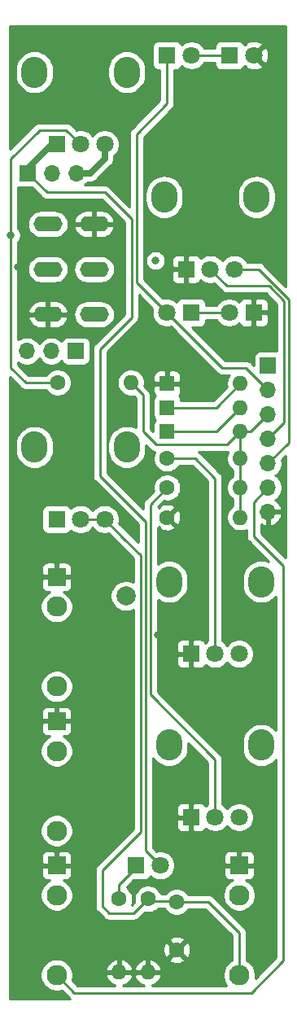
<source format=gbr>
%TF.GenerationSoftware,KiCad,Pcbnew,5.1.9+dfsg1-1~bpo10+1*%
%TF.CreationDate,2022-02-08T03:18:02+08:00*%
%TF.ProjectId,MiniVCF v1.0 - Control,4d696e69-5643-4462-9076-312e30202d20,rev?*%
%TF.SameCoordinates,Original*%
%TF.FileFunction,Copper,L1,Top*%
%TF.FilePolarity,Positive*%
%FSLAX46Y46*%
G04 Gerber Fmt 4.6, Leading zero omitted, Abs format (unit mm)*
G04 Created by KiCad (PCBNEW 5.1.9+dfsg1-1~bpo10+1) date 2022-02-08 03:18:02*
%MOMM*%
%LPD*%
G01*
G04 APERTURE LIST*
%TA.AperFunction,ComponentPad*%
%ADD10C,2.000000*%
%TD*%
%TA.AperFunction,ComponentPad*%
%ADD11O,3.000000X1.600000*%
%TD*%
%TA.AperFunction,ComponentPad*%
%ADD12R,1.800000X1.800000*%
%TD*%
%TA.AperFunction,ComponentPad*%
%ADD13C,1.800000*%
%TD*%
%TA.AperFunction,ComponentPad*%
%ADD14O,2.720000X3.240000*%
%TD*%
%TA.AperFunction,ComponentPad*%
%ADD15C,1.600000*%
%TD*%
%TA.AperFunction,ComponentPad*%
%ADD16O,1.600000X1.600000*%
%TD*%
%TA.AperFunction,ComponentPad*%
%ADD17R,1.600000X1.600000*%
%TD*%
%TA.AperFunction,ComponentPad*%
%ADD18C,2.130000*%
%TD*%
%TA.AperFunction,ComponentPad*%
%ADD19R,1.930000X1.830000*%
%TD*%
%TA.AperFunction,ComponentPad*%
%ADD20R,1.700000X1.700000*%
%TD*%
%TA.AperFunction,ComponentPad*%
%ADD21O,1.700000X1.700000*%
%TD*%
%TA.AperFunction,ViaPad*%
%ADD22C,0.800000*%
%TD*%
%TA.AperFunction,Conductor*%
%ADD23C,0.250000*%
%TD*%
%TA.AperFunction,Conductor*%
%ADD24C,0.650000*%
%TD*%
%TA.AperFunction,Conductor*%
%ADD25C,0.254000*%
%TD*%
%TA.AperFunction,Conductor*%
%ADD26C,0.100000*%
%TD*%
G04 APERTURE END LIST*
D10*
%TO.P,REF\u002A\u002A,1*%
%TO.N,N/C*%
X84709000Y-112980000D03*
%TD*%
D11*
%TO.P,LP_BP_SWITCH1,2*%
%TO.N,A_7*%
X81400000Y-79000000D03*
%TO.P,LP_BP_SWITCH1,1*%
%TO.N,A_8*%
X81400000Y-83700000D03*
%TO.P,LP_BP_SWITCH1,3*%
%TO.N,GND1*%
X81400000Y-74300000D03*
%TO.P,LP_BP_SWITCH1,5*%
%TO.N,A_9*%
X76600000Y-79000000D03*
%TO.P,LP_BP_SWITCH1,4*%
%TO.N,GND1*%
X76600000Y-83700000D03*
%TO.P,LP_BP_SWITCH1,6*%
%TO.N,A_8*%
X76600000Y-74300000D03*
%TD*%
D12*
%TO.P,POST_LPF1,1*%
%TO.N,A_AUDIO_OUT*%
X77500000Y-105000000D03*
D13*
%TO.P,POST_LPF1,3*%
%TO.N,Net-(C14-Pad2)*%
X82500000Y-105000000D03*
%TO.P,POST_LPF1,2*%
X80000000Y-105000000D03*
D14*
%TO.P,POST_LPF1,*%
%TO.N,*%
X84800000Y-97500000D03*
X75200000Y-97500000D03*
%TD*%
D15*
%TO.P,C14,2*%
%TO.N,Net-(C14-Pad2)*%
X90000000Y-144800000D03*
%TO.P,C14,1*%
%TO.N,GND1*%
X90000000Y-149800000D03*
%TD*%
D16*
%TO.P,D7,2*%
%TO.N,A_CV_IN*%
X96620000Y-95900000D03*
D17*
%TO.P,D7,1*%
%TO.N,Net-(D7-Pad1)*%
X89000000Y-95900000D03*
%TD*%
%TO.P,D8,1*%
%TO.N,Net-(D8-Pad1)*%
X89000000Y-93400000D03*
D16*
%TO.P,D8,2*%
%TO.N,Net-(D7-Pad1)*%
X96620000Y-93400000D03*
%TD*%
%TO.P,D9,2*%
%TO.N,Net-(D8-Pad1)*%
X96620000Y-90900000D03*
D17*
%TO.P,D9,1*%
%TO.N,GND1*%
X89000000Y-90900000D03*
%TD*%
D16*
%TO.P,R13,2*%
%TO.N,A_CV_IN*%
X85220000Y-90800000D03*
D15*
%TO.P,R13,1*%
%TO.N,Net-(CUTOFF1-Pad2)*%
X77600000Y-90800000D03*
%TD*%
%TO.P,R14,1*%
%TO.N,Net-(CV_AMT1-Pad2)*%
X89000000Y-98700000D03*
D16*
%TO.P,R14,2*%
%TO.N,A_CV_IN*%
X96620000Y-98700000D03*
%TD*%
%TO.P,R15,2*%
%TO.N,A_CV_IN*%
X96620000Y-104800000D03*
D15*
%TO.P,R15,1*%
%TO.N,GND1*%
X89000000Y-104800000D03*
%TD*%
D16*
%TO.P,R20,2*%
%TO.N,GND1*%
X87000000Y-152120000D03*
D15*
%TO.P,R20,1*%
%TO.N,Net-(C14-Pad2)*%
X87000000Y-144500000D03*
%TD*%
D16*
%TO.P,R22,2*%
%TO.N,A_CV_IN*%
X96620000Y-101700000D03*
D15*
%TO.P,R22,1*%
%TO.N,Net-(CV_AMT2-Pad2)*%
X89000000Y-101700000D03*
%TD*%
D16*
%TO.P,R23,2*%
%TO.N,GND1*%
X84000000Y-152120000D03*
D15*
%TO.P,R23,1*%
%TO.N,Net-(D16-Pad1)*%
X84000000Y-144500000D03*
%TD*%
D12*
%TO.P,CUTOFF1,1*%
%TO.N,POS12V_1*%
X77500000Y-66000000D03*
D13*
%TO.P,CUTOFF1,3*%
%TO.N,NEG12V_1*%
X82500000Y-66000000D03*
%TO.P,CUTOFF1,2*%
%TO.N,Net-(CUTOFF1-Pad2)*%
X80000000Y-66000000D03*
D14*
%TO.P,CUTOFF1,*%
%TO.N,*%
X84800000Y-58500000D03*
X75200000Y-58500000D03*
%TD*%
%TO.P,CV_AMT1,*%
%TO.N,*%
X89200000Y-111500000D03*
X98800000Y-111500000D03*
D13*
%TO.P,CV_AMT1,2*%
%TO.N,Net-(CV_AMT1-Pad2)*%
X94000000Y-119000000D03*
%TO.P,CV_AMT1,3*%
%TO.N,Net-(CV_AMT1-Pad3)*%
X96500000Y-119000000D03*
D12*
%TO.P,CV_AMT1,1*%
%TO.N,GND1*%
X91500000Y-119000000D03*
%TD*%
%TO.P,CV_AMT2,1*%
%TO.N,GND1*%
X91500000Y-136000000D03*
D13*
%TO.P,CV_AMT2,3*%
%TO.N,Net-(CV_AMT2-Pad3)*%
X96500000Y-136000000D03*
%TO.P,CV_AMT2,2*%
%TO.N,Net-(CV_AMT2-Pad2)*%
X94000000Y-136000000D03*
D14*
%TO.P,CV_AMT2,*%
%TO.N,*%
X98800000Y-128500000D03*
X89200000Y-128500000D03*
%TD*%
D13*
%TO.P,D12,2*%
%TO.N,Net-(D12-Pad2)*%
X91540000Y-56750000D03*
D12*
%TO.P,D12,1*%
%TO.N,A_CLIPPING_LEDS*%
X89000000Y-56750000D03*
%TD*%
%TO.P,D13,1*%
%TO.N,Net-(D12-Pad2)*%
X95500000Y-56750000D03*
D13*
%TO.P,D13,2*%
%TO.N,GND1*%
X98040000Y-56750000D03*
%TD*%
%TO.P,D14,2*%
%TO.N,A_CLIPPING_LEDS*%
X88960000Y-83500000D03*
D12*
%TO.P,D14,1*%
%TO.N,Net-(D14-Pad1)*%
X91500000Y-83500000D03*
%TD*%
%TO.P,D15,1*%
%TO.N,GND1*%
X98000000Y-83500000D03*
D13*
%TO.P,D15,2*%
%TO.N,Net-(D14-Pad1)*%
X95460000Y-83500000D03*
%TD*%
D12*
%TO.P,D16,1*%
%TO.N,Net-(D16-Pad1)*%
X85750000Y-141000000D03*
D13*
%TO.P,D16,2*%
%TO.N,POS12V_1*%
X88290000Y-141000000D03*
%TD*%
D18*
%TO.P,J3,T*%
%TO.N,A_AUDIO_IN*%
X77500000Y-152400000D03*
%TO.P,J3,TN*%
%TO.N,N/C*%
X77500000Y-144100000D03*
D19*
%TO.P,J3,S*%
%TO.N,GND1*%
X77500000Y-141000000D03*
%TD*%
D18*
%TO.P,J4,T*%
%TO.N,Net-(CV_AMT1-Pad3)*%
X77500000Y-122400000D03*
%TO.P,J4,TN*%
%TO.N,N/C*%
X77500000Y-114100000D03*
D19*
%TO.P,J4,S*%
%TO.N,GND1*%
X77500000Y-111000000D03*
%TD*%
%TO.P,J5,S*%
%TO.N,GND1*%
X96500000Y-141000000D03*
D18*
%TO.P,J5,TN*%
%TO.N,N/C*%
X96500000Y-144100000D03*
%TO.P,J5,T*%
%TO.N,Net-(C14-Pad2)*%
X96500000Y-152400000D03*
%TD*%
D20*
%TO.P,J6,1*%
%TO.N,POS12V_1*%
X74500000Y-69000000D03*
D21*
%TO.P,J6,2*%
%TO.N,GND1*%
X77040000Y-69000000D03*
%TO.P,J6,3*%
%TO.N,NEG12V_1*%
X79580000Y-69000000D03*
%TD*%
D20*
%TO.P,J9,1*%
%TO.N,A_AUDIO_OUT*%
X99500000Y-89000000D03*
D21*
%TO.P,J9,2*%
%TO.N,A_CLIPPING_LEDS*%
X99500000Y-91540000D03*
%TO.P,J9,3*%
%TO.N,A_CV_IN*%
X99500000Y-94080000D03*
%TO.P,J9,4*%
%TO.N,A_6*%
X99500000Y-96620000D03*
%TO.P,J9,5*%
%TO.N,A_5*%
X99500000Y-99160000D03*
%TO.P,J9,6*%
%TO.N,A_AUDIO_IN*%
X99500000Y-101700000D03*
%TO.P,J9,7*%
%TO.N,GND1*%
X99500000Y-104240000D03*
%TD*%
D19*
%TO.P,J10,S*%
%TO.N,GND1*%
X77500000Y-126000000D03*
D18*
%TO.P,J10,TN*%
%TO.N,N/C*%
X77500000Y-129100000D03*
%TO.P,J10,T*%
%TO.N,Net-(CV_AMT2-Pad3)*%
X77500000Y-137400000D03*
%TD*%
D21*
%TO.P,J11,3*%
%TO.N,A_9*%
X74420000Y-87500000D03*
%TO.P,J11,2*%
%TO.N,A_7*%
X76960000Y-87500000D03*
D20*
%TO.P,J11,1*%
%TO.N,A_8*%
X79500000Y-87500000D03*
%TD*%
D14*
%TO.P,RESO2,*%
%TO.N,*%
X88700000Y-71500000D03*
X98300000Y-71500000D03*
D13*
%TO.P,RESO2,2*%
%TO.N,A_6*%
X93500000Y-79000000D03*
%TO.P,RESO2,3*%
%TO.N,A_5*%
X96000000Y-79000000D03*
D12*
%TO.P,RESO2,1*%
%TO.N,GND1*%
X91000000Y-79000000D03*
%TD*%
D22*
%TO.N,*%
X87800000Y-78100000D03*
%TO.N,Net-(CUTOFF1-Pad2)*%
X72750000Y-75450000D03*
%TO.N,GND1*%
X92000000Y-68500000D03*
X94000000Y-68500000D03*
X93000000Y-71500000D03*
X94000000Y-74000000D03*
X96500000Y-67500000D03*
X97500000Y-65500000D03*
X89500000Y-65500000D03*
X83000000Y-62000000D03*
X81500000Y-61500000D03*
X79000000Y-63500000D03*
X76500000Y-62500000D03*
X82000000Y-58500000D03*
X82000000Y-55500000D03*
X80500000Y-56000000D03*
X77500000Y-55000000D03*
X86500000Y-85500000D03*
X85000000Y-87000000D03*
X87500000Y-87000000D03*
X74000000Y-106000000D03*
X75000000Y-108500000D03*
X74000000Y-110500000D03*
X74000000Y-112500000D03*
X75000000Y-115000000D03*
X73500000Y-121500000D03*
X74500000Y-119000000D03*
X75000000Y-120000000D03*
X79000000Y-117500000D03*
X80000000Y-119000000D03*
X82000000Y-119500000D03*
X82500000Y-116500000D03*
X84963000Y-109093000D03*
X84000000Y-111000000D03*
X83000000Y-109000000D03*
X82000000Y-109000000D03*
X81500000Y-112500000D03*
X91000000Y-108500000D03*
X92000000Y-110500000D03*
X90500000Y-115000000D03*
X88000000Y-117000000D03*
X95500000Y-116000000D03*
X95500000Y-113000000D03*
X97000000Y-116000000D03*
X97500000Y-121000000D03*
X96000000Y-123500000D03*
X94000000Y-125500000D03*
X95500000Y-126000000D03*
X95000000Y-128000000D03*
X95500000Y-130500000D03*
X97000000Y-132000000D03*
X99000000Y-133000000D03*
X93500000Y-139000000D03*
X92500000Y-140000000D03*
X92000000Y-142000000D03*
X94000000Y-143000000D03*
X93000000Y-148000000D03*
X94000000Y-149000000D03*
X93500000Y-150500000D03*
X87500000Y-148000000D03*
X86000000Y-149000000D03*
X84500000Y-148500000D03*
X84000000Y-148000000D03*
X81000000Y-146000000D03*
X82000000Y-150000000D03*
X80000000Y-151500000D03*
X73500000Y-146500000D03*
X74000000Y-149500000D03*
X75000000Y-150500000D03*
X74000000Y-152000000D03*
X74500000Y-143500000D03*
X74500000Y-136000000D03*
X76000000Y-135000000D03*
X74500000Y-132000000D03*
X81000000Y-130500000D03*
X90000000Y-131500000D03*
X99000000Y-138500000D03*
X80700000Y-95400000D03*
X78700000Y-96400000D03*
X80400000Y-102200000D03*
X80000000Y-99700000D03*
X76700000Y-93500000D03*
X75300000Y-92300000D03*
X74800000Y-94100000D03*
X75500000Y-101600000D03*
X74000000Y-73700000D03*
X73500000Y-78800000D03*
X84300000Y-76200000D03*
X84300000Y-74700000D03*
X79500000Y-72600000D03*
X84000000Y-83000000D03*
X87200000Y-76700000D03*
X90400000Y-75700000D03*
X73400000Y-91500000D03*
%TD*%
D23*
%TO.N,Net-(CUTOFF1-Pad2)*%
X77400000Y-90800000D02*
X77600000Y-90800000D01*
X74300000Y-90800000D02*
X77400000Y-90800000D01*
X80000000Y-66000000D02*
X78500000Y-64500000D01*
X78500000Y-64500000D02*
X75750000Y-64500000D01*
X72750000Y-67500000D02*
X72750000Y-75450000D01*
X75750000Y-64500000D02*
X72750000Y-67500000D01*
X72750000Y-89250000D02*
X74300000Y-90800000D01*
X72750000Y-75450000D02*
X72750000Y-89250000D01*
%TO.N,Net-(D12-Pad2)*%
X95750000Y-56750000D02*
X91750000Y-56750000D01*
%TO.N,Net-(D14-Pad1)*%
X95500000Y-83500000D02*
X91540000Y-83500000D01*
D24*
%TO.N,NEG12V_1*%
X82500000Y-67500000D02*
X82500000Y-66000000D01*
X79580000Y-69000000D02*
X81000000Y-69000000D01*
X81000000Y-69000000D02*
X82500000Y-67500000D01*
%TO.N,POS12V_1*%
X74500000Y-68500000D02*
X74500000Y-69000000D01*
X77500000Y-66000000D02*
X77000000Y-66000000D01*
X77000000Y-66000000D02*
X74500000Y-68500000D01*
D23*
X76500000Y-71000000D02*
X74500000Y-69000000D01*
X85300000Y-73800000D02*
X82500000Y-71000000D01*
X86741000Y-139451000D02*
X86741000Y-105241000D01*
X88290000Y-141000000D02*
X86741000Y-139451000D01*
X82500000Y-71000000D02*
X76500000Y-71000000D01*
X82000000Y-87277450D02*
X85300000Y-83977450D01*
X85300000Y-83977450D02*
X85300000Y-73800000D01*
X86741000Y-105241000D02*
X82000000Y-100500000D01*
X82000000Y-100500000D02*
X82000000Y-87277450D01*
%TO.N,A_5*%
X101649990Y-97010010D02*
X99500000Y-99160000D01*
X96000000Y-79000000D02*
X98500000Y-79000000D01*
X101649990Y-82149990D02*
X101649990Y-97010010D01*
X98500000Y-79000000D02*
X101649990Y-82149990D01*
%TO.N,A_6*%
X101199979Y-82336389D02*
X101199979Y-94920021D01*
X99613590Y-80750000D02*
X101199979Y-82336389D01*
X101199979Y-94920021D02*
X99500000Y-96620000D01*
X93500000Y-79000000D02*
X95250000Y-80750000D01*
X95250000Y-80750000D02*
X99613590Y-80750000D01*
%TO.N,Net-(CV_AMT1-Pad2)*%
X94000000Y-100750000D02*
X94000000Y-119000000D01*
X89000000Y-98700000D02*
X91950000Y-98700000D01*
X91950000Y-98700000D02*
X94000000Y-100750000D01*
%TO.N,Net-(CV_AMT2-Pad2)*%
X94000000Y-130000000D02*
X94000000Y-136000000D01*
X87249000Y-123249000D02*
X94000000Y-130000000D01*
X89000000Y-101700000D02*
X87249000Y-103451000D01*
X87249000Y-103451000D02*
X87249000Y-123249000D01*
%TO.N,Net-(C14-Pad2)*%
X96500000Y-148000000D02*
X96500000Y-152400000D01*
X90000000Y-144800000D02*
X93300000Y-144800000D01*
X93300000Y-144800000D02*
X96500000Y-148000000D01*
X89950000Y-144750000D02*
X90000000Y-144800000D01*
X87000000Y-144500000D02*
X87250000Y-144750000D01*
X87250000Y-144750000D02*
X89950000Y-144750000D01*
X82500000Y-105000000D02*
X80000000Y-105000000D01*
X84500000Y-107000000D02*
X82500000Y-105000000D01*
X86233000Y-108733000D02*
X84500000Y-107000000D01*
X85500000Y-146000000D02*
X83000000Y-146000000D01*
X87000000Y-144500000D02*
X85500000Y-146000000D01*
X83000000Y-146000000D02*
X82250000Y-145250000D01*
X82250000Y-145250000D02*
X82250000Y-141500000D01*
X86233000Y-137517000D02*
X86233000Y-108733000D01*
X82250000Y-141500000D02*
X86233000Y-137517000D01*
%TO.N,A_CV_IN*%
X97680000Y-95900000D02*
X96620000Y-95900000D01*
X99500000Y-94080000D02*
X97680000Y-95900000D01*
X96620000Y-95900000D02*
X96620000Y-104800000D01*
X87850000Y-97250000D02*
X95270000Y-97250000D01*
X86500000Y-95900000D02*
X87850000Y-97250000D01*
X95270000Y-97250000D02*
X96620000Y-95900000D01*
X85220000Y-90800000D02*
X86500000Y-92080000D01*
X86500000Y-92080000D02*
X86500000Y-95900000D01*
%TO.N,A_CLIPPING_LEDS*%
X97210000Y-89250000D02*
X99500000Y-91540000D01*
X88960000Y-83500000D02*
X94710000Y-89250000D01*
X94710000Y-89250000D02*
X97210000Y-89250000D01*
X89000000Y-61750000D02*
X89000000Y-56750000D01*
X85800000Y-64950000D02*
X89000000Y-61750000D01*
X88960000Y-83500000D02*
X85800000Y-80340000D01*
X85800000Y-80340000D02*
X85800000Y-64950000D01*
%TO.N,A_AUDIO_IN*%
X79350000Y-154250000D02*
X77500000Y-152400000D01*
X99500000Y-101700000D02*
X98000000Y-103200000D01*
X98000000Y-103200000D02*
X98000000Y-106750000D01*
X98000000Y-106750000D02*
X101100000Y-109850000D01*
X101100000Y-109850000D02*
X101100000Y-150900000D01*
X101100000Y-150900000D02*
X97750000Y-154250000D01*
X97750000Y-154250000D02*
X79350000Y-154250000D01*
%TO.N,Net-(D7-Pad1)*%
X94120000Y-95900000D02*
X96620000Y-93400000D01*
X89000000Y-95900000D02*
X94120000Y-95900000D01*
%TO.N,Net-(D8-Pad1)*%
X94120000Y-93400000D02*
X96620000Y-90900000D01*
X89000000Y-93400000D02*
X94120000Y-93400000D01*
%TO.N,Net-(D16-Pad1)*%
X85750000Y-141000000D02*
X85750000Y-141250000D01*
X84000000Y-143000000D02*
X84000000Y-144500000D01*
X85750000Y-141250000D02*
X84000000Y-143000000D01*
%TD*%
D25*
%TO.N,GND1*%
X73525518Y-70475812D02*
X73650000Y-70488072D01*
X74913271Y-70488072D01*
X75936200Y-71511002D01*
X75959999Y-71540001D01*
X75988997Y-71563799D01*
X76075723Y-71634974D01*
X76207753Y-71705546D01*
X76351014Y-71749003D01*
X76462667Y-71760000D01*
X76462676Y-71760000D01*
X76499999Y-71763676D01*
X76537322Y-71760000D01*
X82185199Y-71760000D01*
X84540001Y-74114803D01*
X84540000Y-83662648D01*
X81488998Y-86713651D01*
X81460000Y-86737449D01*
X81436202Y-86766447D01*
X81436201Y-86766448D01*
X81365026Y-86853174D01*
X81294454Y-86985204D01*
X81250998Y-87128465D01*
X81236324Y-87277450D01*
X81240001Y-87314782D01*
X81240000Y-100462678D01*
X81236324Y-100500000D01*
X81240000Y-100537322D01*
X81240000Y-100537332D01*
X81250997Y-100648985D01*
X81270315Y-100712668D01*
X81294454Y-100792246D01*
X81365026Y-100924276D01*
X81404871Y-100972826D01*
X81459999Y-101040001D01*
X81489003Y-101063804D01*
X85981001Y-105555804D01*
X85981001Y-107406199D01*
X85063803Y-106489002D01*
X85063799Y-106488997D01*
X83983731Y-105408930D01*
X84035000Y-105151184D01*
X84035000Y-104848816D01*
X83976011Y-104552257D01*
X83860299Y-104272905D01*
X83692312Y-104021495D01*
X83478505Y-103807688D01*
X83227095Y-103639701D01*
X82947743Y-103523989D01*
X82651184Y-103465000D01*
X82348816Y-103465000D01*
X82052257Y-103523989D01*
X81772905Y-103639701D01*
X81521495Y-103807688D01*
X81307688Y-104021495D01*
X81250000Y-104107831D01*
X81192312Y-104021495D01*
X80978505Y-103807688D01*
X80727095Y-103639701D01*
X80447743Y-103523989D01*
X80151184Y-103465000D01*
X79848816Y-103465000D01*
X79552257Y-103523989D01*
X79272905Y-103639701D01*
X79021495Y-103807688D01*
X78983880Y-103845303D01*
X78930537Y-103745506D01*
X78851185Y-103648815D01*
X78754494Y-103569463D01*
X78644180Y-103510498D01*
X78524482Y-103474188D01*
X78400000Y-103461928D01*
X76600000Y-103461928D01*
X76475518Y-103474188D01*
X76355820Y-103510498D01*
X76245506Y-103569463D01*
X76148815Y-103648815D01*
X76069463Y-103745506D01*
X76010498Y-103855820D01*
X75974188Y-103975518D01*
X75961928Y-104100000D01*
X75961928Y-105900000D01*
X75974188Y-106024482D01*
X76010498Y-106144180D01*
X76069463Y-106254494D01*
X76148815Y-106351185D01*
X76245506Y-106430537D01*
X76355820Y-106489502D01*
X76475518Y-106525812D01*
X76600000Y-106538072D01*
X78400000Y-106538072D01*
X78524482Y-106525812D01*
X78644180Y-106489502D01*
X78754494Y-106430537D01*
X78851185Y-106351185D01*
X78930537Y-106254494D01*
X78983880Y-106154697D01*
X79021495Y-106192312D01*
X79272905Y-106360299D01*
X79552257Y-106476011D01*
X79848816Y-106535000D01*
X80151184Y-106535000D01*
X80447743Y-106476011D01*
X80727095Y-106360299D01*
X80978505Y-106192312D01*
X81192312Y-105978505D01*
X81250000Y-105892169D01*
X81307688Y-105978505D01*
X81521495Y-106192312D01*
X81772905Y-106360299D01*
X82052257Y-106476011D01*
X82348816Y-106535000D01*
X82651184Y-106535000D01*
X82908930Y-106483731D01*
X83988997Y-107563799D01*
X83989002Y-107563803D01*
X85473001Y-109047803D01*
X85473001Y-111526748D01*
X85185912Y-111407832D01*
X84870033Y-111345000D01*
X84547967Y-111345000D01*
X84232088Y-111407832D01*
X83934537Y-111531082D01*
X83666748Y-111710013D01*
X83439013Y-111937748D01*
X83260082Y-112205537D01*
X83136832Y-112503088D01*
X83074000Y-112818967D01*
X83074000Y-113141033D01*
X83136832Y-113456912D01*
X83260082Y-113754463D01*
X83439013Y-114022252D01*
X83666748Y-114249987D01*
X83934537Y-114428918D01*
X84232088Y-114552168D01*
X84547967Y-114615000D01*
X84870033Y-114615000D01*
X85185912Y-114552168D01*
X85473001Y-114433252D01*
X85473000Y-137202198D01*
X81738998Y-140936201D01*
X81710000Y-140959999D01*
X81686202Y-140988997D01*
X81686201Y-140988998D01*
X81615026Y-141075724D01*
X81544454Y-141207754D01*
X81500998Y-141351015D01*
X81486324Y-141500000D01*
X81490001Y-141537332D01*
X81490000Y-145212677D01*
X81486324Y-145250000D01*
X81490000Y-145287322D01*
X81490000Y-145287332D01*
X81500997Y-145398985D01*
X81535788Y-145513676D01*
X81544454Y-145542246D01*
X81615026Y-145674276D01*
X81642500Y-145707753D01*
X81709999Y-145790001D01*
X81739002Y-145813803D01*
X82436201Y-146511002D01*
X82459999Y-146540001D01*
X82575724Y-146634974D01*
X82707753Y-146705546D01*
X82851014Y-146749003D01*
X82962667Y-146760000D01*
X82962676Y-146760000D01*
X82999999Y-146763676D01*
X83037322Y-146760000D01*
X85462678Y-146760000D01*
X85500000Y-146763676D01*
X85537322Y-146760000D01*
X85537333Y-146760000D01*
X85648986Y-146749003D01*
X85792247Y-146705546D01*
X85924276Y-146634974D01*
X86040001Y-146540001D01*
X86063804Y-146510997D01*
X86676114Y-145898688D01*
X86858665Y-145935000D01*
X87141335Y-145935000D01*
X87418574Y-145879853D01*
X87679727Y-145771680D01*
X87914759Y-145614637D01*
X88019396Y-145510000D01*
X88748548Y-145510000D01*
X88885363Y-145714759D01*
X89085241Y-145914637D01*
X89320273Y-146071680D01*
X89581426Y-146179853D01*
X89858665Y-146235000D01*
X90141335Y-146235000D01*
X90418574Y-146179853D01*
X90679727Y-146071680D01*
X90914759Y-145914637D01*
X91114637Y-145714759D01*
X91218043Y-145560000D01*
X92985199Y-145560000D01*
X95740000Y-148314803D01*
X95740001Y-150874735D01*
X95694748Y-150893479D01*
X95416313Y-151079523D01*
X95179523Y-151316313D01*
X94993479Y-151594748D01*
X94865330Y-151904128D01*
X94800000Y-152232565D01*
X94800000Y-152567435D01*
X94865330Y-152895872D01*
X94993479Y-153205252D01*
X95179523Y-153483687D01*
X95185836Y-153490000D01*
X87421256Y-153490000D01*
X87483087Y-153471246D01*
X87737420Y-153351037D01*
X87963414Y-153183519D01*
X88152385Y-152975131D01*
X88297070Y-152733881D01*
X88391909Y-152469040D01*
X88270624Y-152247000D01*
X87127000Y-152247000D01*
X87127000Y-152267000D01*
X86873000Y-152267000D01*
X86873000Y-152247000D01*
X85729376Y-152247000D01*
X85608091Y-152469040D01*
X85702930Y-152733881D01*
X85847615Y-152975131D01*
X86036586Y-153183519D01*
X86262580Y-153351037D01*
X86516913Y-153471246D01*
X86578744Y-153490000D01*
X84421256Y-153490000D01*
X84483087Y-153471246D01*
X84737420Y-153351037D01*
X84963414Y-153183519D01*
X85152385Y-152975131D01*
X85297070Y-152733881D01*
X85391909Y-152469040D01*
X85270624Y-152247000D01*
X84127000Y-152247000D01*
X84127000Y-152267000D01*
X83873000Y-152267000D01*
X83873000Y-152247000D01*
X82729376Y-152247000D01*
X82608091Y-152469040D01*
X82702930Y-152733881D01*
X82847615Y-152975131D01*
X83036586Y-153183519D01*
X83262580Y-153351037D01*
X83516913Y-153471246D01*
X83578744Y-153490000D01*
X79664802Y-153490000D01*
X79115926Y-152941124D01*
X79134670Y-152895872D01*
X79200000Y-152567435D01*
X79200000Y-152232565D01*
X79134670Y-151904128D01*
X79079511Y-151770960D01*
X82608091Y-151770960D01*
X82729376Y-151993000D01*
X83873000Y-151993000D01*
X83873000Y-150850085D01*
X84127000Y-150850085D01*
X84127000Y-151993000D01*
X85270624Y-151993000D01*
X85391909Y-151770960D01*
X85608091Y-151770960D01*
X85729376Y-151993000D01*
X86873000Y-151993000D01*
X86873000Y-150850085D01*
X87127000Y-150850085D01*
X87127000Y-151993000D01*
X88270624Y-151993000D01*
X88391909Y-151770960D01*
X88297070Y-151506119D01*
X88152385Y-151264869D01*
X87963414Y-151056481D01*
X87737420Y-150888963D01*
X87533756Y-150792702D01*
X89186903Y-150792702D01*
X89258486Y-151036671D01*
X89513996Y-151157571D01*
X89788184Y-151226300D01*
X90070512Y-151240217D01*
X90350130Y-151198787D01*
X90616292Y-151103603D01*
X90741514Y-151036671D01*
X90813097Y-150792702D01*
X90000000Y-149979605D01*
X89186903Y-150792702D01*
X87533756Y-150792702D01*
X87483087Y-150768754D01*
X87349039Y-150728096D01*
X87127000Y-150850085D01*
X86873000Y-150850085D01*
X86650961Y-150728096D01*
X86516913Y-150768754D01*
X86262580Y-150888963D01*
X86036586Y-151056481D01*
X85847615Y-151264869D01*
X85702930Y-151506119D01*
X85608091Y-151770960D01*
X85391909Y-151770960D01*
X85297070Y-151506119D01*
X85152385Y-151264869D01*
X84963414Y-151056481D01*
X84737420Y-150888963D01*
X84483087Y-150768754D01*
X84349039Y-150728096D01*
X84127000Y-150850085D01*
X83873000Y-150850085D01*
X83650961Y-150728096D01*
X83516913Y-150768754D01*
X83262580Y-150888963D01*
X83036586Y-151056481D01*
X82847615Y-151264869D01*
X82702930Y-151506119D01*
X82608091Y-151770960D01*
X79079511Y-151770960D01*
X79006521Y-151594748D01*
X78820477Y-151316313D01*
X78583687Y-151079523D01*
X78305252Y-150893479D01*
X77995872Y-150765330D01*
X77667435Y-150700000D01*
X77332565Y-150700000D01*
X77004128Y-150765330D01*
X76694748Y-150893479D01*
X76416313Y-151079523D01*
X76179523Y-151316313D01*
X75993479Y-151594748D01*
X75865330Y-151904128D01*
X75800000Y-152232565D01*
X75800000Y-152567435D01*
X75865330Y-152895872D01*
X75993479Y-153205252D01*
X76179523Y-153483687D01*
X76416313Y-153720477D01*
X76694748Y-153906521D01*
X77004128Y-154034670D01*
X77332565Y-154100000D01*
X77667435Y-154100000D01*
X77995872Y-154034670D01*
X78041124Y-154015926D01*
X78786201Y-154761003D01*
X78809999Y-154790001D01*
X78838997Y-154813799D01*
X78870923Y-154840000D01*
X72660000Y-154840000D01*
X72660000Y-149870512D01*
X88559783Y-149870512D01*
X88601213Y-150150130D01*
X88696397Y-150416292D01*
X88763329Y-150541514D01*
X89007298Y-150613097D01*
X89820395Y-149800000D01*
X90179605Y-149800000D01*
X90992702Y-150613097D01*
X91236671Y-150541514D01*
X91357571Y-150286004D01*
X91426300Y-150011816D01*
X91440217Y-149729488D01*
X91398787Y-149449870D01*
X91303603Y-149183708D01*
X91236671Y-149058486D01*
X90992702Y-148986903D01*
X90179605Y-149800000D01*
X89820395Y-149800000D01*
X89007298Y-148986903D01*
X88763329Y-149058486D01*
X88642429Y-149313996D01*
X88573700Y-149588184D01*
X88559783Y-149870512D01*
X72660000Y-149870512D01*
X72660000Y-148807298D01*
X89186903Y-148807298D01*
X90000000Y-149620395D01*
X90813097Y-148807298D01*
X90741514Y-148563329D01*
X90486004Y-148442429D01*
X90211816Y-148373700D01*
X89929488Y-148359783D01*
X89649870Y-148401213D01*
X89383708Y-148496397D01*
X89258486Y-148563329D01*
X89186903Y-148807298D01*
X72660000Y-148807298D01*
X72660000Y-143932565D01*
X75800000Y-143932565D01*
X75800000Y-144267435D01*
X75865330Y-144595872D01*
X75993479Y-144905252D01*
X76179523Y-145183687D01*
X76416313Y-145420477D01*
X76694748Y-145606521D01*
X77004128Y-145734670D01*
X77332565Y-145800000D01*
X77667435Y-145800000D01*
X77995872Y-145734670D01*
X78305252Y-145606521D01*
X78583687Y-145420477D01*
X78820477Y-145183687D01*
X79006521Y-144905252D01*
X79134670Y-144595872D01*
X79200000Y-144267435D01*
X79200000Y-143932565D01*
X79134670Y-143604128D01*
X79006521Y-143294748D01*
X78820477Y-143016313D01*
X78583687Y-142779523D01*
X78305252Y-142593479D01*
X78204860Y-142551895D01*
X78465000Y-142553072D01*
X78589482Y-142540812D01*
X78709180Y-142504502D01*
X78819494Y-142445537D01*
X78916185Y-142366185D01*
X78995537Y-142269494D01*
X79054502Y-142159180D01*
X79090812Y-142039482D01*
X79103072Y-141915000D01*
X79100000Y-141285750D01*
X78941250Y-141127000D01*
X77627000Y-141127000D01*
X77627000Y-141147000D01*
X77373000Y-141147000D01*
X77373000Y-141127000D01*
X76058750Y-141127000D01*
X75900000Y-141285750D01*
X75896928Y-141915000D01*
X75909188Y-142039482D01*
X75945498Y-142159180D01*
X76004463Y-142269494D01*
X76083815Y-142366185D01*
X76180506Y-142445537D01*
X76290820Y-142504502D01*
X76410518Y-142540812D01*
X76535000Y-142553072D01*
X76795140Y-142551895D01*
X76694748Y-142593479D01*
X76416313Y-142779523D01*
X76179523Y-143016313D01*
X75993479Y-143294748D01*
X75865330Y-143604128D01*
X75800000Y-143932565D01*
X72660000Y-143932565D01*
X72660000Y-140085000D01*
X75896928Y-140085000D01*
X75900000Y-140714250D01*
X76058750Y-140873000D01*
X77373000Y-140873000D01*
X77373000Y-139608750D01*
X77627000Y-139608750D01*
X77627000Y-140873000D01*
X78941250Y-140873000D01*
X79100000Y-140714250D01*
X79103072Y-140085000D01*
X79090812Y-139960518D01*
X79054502Y-139840820D01*
X78995537Y-139730506D01*
X78916185Y-139633815D01*
X78819494Y-139554463D01*
X78709180Y-139495498D01*
X78589482Y-139459188D01*
X78465000Y-139446928D01*
X77785750Y-139450000D01*
X77627000Y-139608750D01*
X77373000Y-139608750D01*
X77214250Y-139450000D01*
X76535000Y-139446928D01*
X76410518Y-139459188D01*
X76290820Y-139495498D01*
X76180506Y-139554463D01*
X76083815Y-139633815D01*
X76004463Y-139730506D01*
X75945498Y-139840820D01*
X75909188Y-139960518D01*
X75896928Y-140085000D01*
X72660000Y-140085000D01*
X72660000Y-137232565D01*
X75800000Y-137232565D01*
X75800000Y-137567435D01*
X75865330Y-137895872D01*
X75993479Y-138205252D01*
X76179523Y-138483687D01*
X76416313Y-138720477D01*
X76694748Y-138906521D01*
X77004128Y-139034670D01*
X77332565Y-139100000D01*
X77667435Y-139100000D01*
X77995872Y-139034670D01*
X78305252Y-138906521D01*
X78583687Y-138720477D01*
X78820477Y-138483687D01*
X79006521Y-138205252D01*
X79134670Y-137895872D01*
X79200000Y-137567435D01*
X79200000Y-137232565D01*
X79134670Y-136904128D01*
X79006521Y-136594748D01*
X78820477Y-136316313D01*
X78583687Y-136079523D01*
X78305252Y-135893479D01*
X77995872Y-135765330D01*
X77667435Y-135700000D01*
X77332565Y-135700000D01*
X77004128Y-135765330D01*
X76694748Y-135893479D01*
X76416313Y-136079523D01*
X76179523Y-136316313D01*
X75993479Y-136594748D01*
X75865330Y-136904128D01*
X75800000Y-137232565D01*
X72660000Y-137232565D01*
X72660000Y-128932565D01*
X75800000Y-128932565D01*
X75800000Y-129267435D01*
X75865330Y-129595872D01*
X75993479Y-129905252D01*
X76179523Y-130183687D01*
X76416313Y-130420477D01*
X76694748Y-130606521D01*
X77004128Y-130734670D01*
X77332565Y-130800000D01*
X77667435Y-130800000D01*
X77995872Y-130734670D01*
X78305252Y-130606521D01*
X78583687Y-130420477D01*
X78820477Y-130183687D01*
X79006521Y-129905252D01*
X79134670Y-129595872D01*
X79200000Y-129267435D01*
X79200000Y-128932565D01*
X79134670Y-128604128D01*
X79006521Y-128294748D01*
X78820477Y-128016313D01*
X78583687Y-127779523D01*
X78305252Y-127593479D01*
X78204860Y-127551895D01*
X78465000Y-127553072D01*
X78589482Y-127540812D01*
X78709180Y-127504502D01*
X78819494Y-127445537D01*
X78916185Y-127366185D01*
X78995537Y-127269494D01*
X79054502Y-127159180D01*
X79090812Y-127039482D01*
X79103072Y-126915000D01*
X79100000Y-126285750D01*
X78941250Y-126127000D01*
X77627000Y-126127000D01*
X77627000Y-126147000D01*
X77373000Y-126147000D01*
X77373000Y-126127000D01*
X76058750Y-126127000D01*
X75900000Y-126285750D01*
X75896928Y-126915000D01*
X75909188Y-127039482D01*
X75945498Y-127159180D01*
X76004463Y-127269494D01*
X76083815Y-127366185D01*
X76180506Y-127445537D01*
X76290820Y-127504502D01*
X76410518Y-127540812D01*
X76535000Y-127553072D01*
X76795140Y-127551895D01*
X76694748Y-127593479D01*
X76416313Y-127779523D01*
X76179523Y-128016313D01*
X75993479Y-128294748D01*
X75865330Y-128604128D01*
X75800000Y-128932565D01*
X72660000Y-128932565D01*
X72660000Y-125085000D01*
X75896928Y-125085000D01*
X75900000Y-125714250D01*
X76058750Y-125873000D01*
X77373000Y-125873000D01*
X77373000Y-124608750D01*
X77627000Y-124608750D01*
X77627000Y-125873000D01*
X78941250Y-125873000D01*
X79100000Y-125714250D01*
X79103072Y-125085000D01*
X79090812Y-124960518D01*
X79054502Y-124840820D01*
X78995537Y-124730506D01*
X78916185Y-124633815D01*
X78819494Y-124554463D01*
X78709180Y-124495498D01*
X78589482Y-124459188D01*
X78465000Y-124446928D01*
X77785750Y-124450000D01*
X77627000Y-124608750D01*
X77373000Y-124608750D01*
X77214250Y-124450000D01*
X76535000Y-124446928D01*
X76410518Y-124459188D01*
X76290820Y-124495498D01*
X76180506Y-124554463D01*
X76083815Y-124633815D01*
X76004463Y-124730506D01*
X75945498Y-124840820D01*
X75909188Y-124960518D01*
X75896928Y-125085000D01*
X72660000Y-125085000D01*
X72660000Y-122232565D01*
X75800000Y-122232565D01*
X75800000Y-122567435D01*
X75865330Y-122895872D01*
X75993479Y-123205252D01*
X76179523Y-123483687D01*
X76416313Y-123720477D01*
X76694748Y-123906521D01*
X77004128Y-124034670D01*
X77332565Y-124100000D01*
X77667435Y-124100000D01*
X77995872Y-124034670D01*
X78305252Y-123906521D01*
X78583687Y-123720477D01*
X78820477Y-123483687D01*
X79006521Y-123205252D01*
X79134670Y-122895872D01*
X79200000Y-122567435D01*
X79200000Y-122232565D01*
X79134670Y-121904128D01*
X79006521Y-121594748D01*
X78820477Y-121316313D01*
X78583687Y-121079523D01*
X78305252Y-120893479D01*
X77995872Y-120765330D01*
X77667435Y-120700000D01*
X77332565Y-120700000D01*
X77004128Y-120765330D01*
X76694748Y-120893479D01*
X76416313Y-121079523D01*
X76179523Y-121316313D01*
X75993479Y-121594748D01*
X75865330Y-121904128D01*
X75800000Y-122232565D01*
X72660000Y-122232565D01*
X72660000Y-113932565D01*
X75800000Y-113932565D01*
X75800000Y-114267435D01*
X75865330Y-114595872D01*
X75993479Y-114905252D01*
X76179523Y-115183687D01*
X76416313Y-115420477D01*
X76694748Y-115606521D01*
X77004128Y-115734670D01*
X77332565Y-115800000D01*
X77667435Y-115800000D01*
X77995872Y-115734670D01*
X78305252Y-115606521D01*
X78583687Y-115420477D01*
X78820477Y-115183687D01*
X79006521Y-114905252D01*
X79134670Y-114595872D01*
X79200000Y-114267435D01*
X79200000Y-113932565D01*
X79134670Y-113604128D01*
X79006521Y-113294748D01*
X78820477Y-113016313D01*
X78583687Y-112779523D01*
X78305252Y-112593479D01*
X78204860Y-112551895D01*
X78465000Y-112553072D01*
X78589482Y-112540812D01*
X78709180Y-112504502D01*
X78819494Y-112445537D01*
X78916185Y-112366185D01*
X78995537Y-112269494D01*
X79054502Y-112159180D01*
X79090812Y-112039482D01*
X79103072Y-111915000D01*
X79100000Y-111285750D01*
X78941250Y-111127000D01*
X77627000Y-111127000D01*
X77627000Y-111147000D01*
X77373000Y-111147000D01*
X77373000Y-111127000D01*
X76058750Y-111127000D01*
X75900000Y-111285750D01*
X75896928Y-111915000D01*
X75909188Y-112039482D01*
X75945498Y-112159180D01*
X76004463Y-112269494D01*
X76083815Y-112366185D01*
X76180506Y-112445537D01*
X76290820Y-112504502D01*
X76410518Y-112540812D01*
X76535000Y-112553072D01*
X76795140Y-112551895D01*
X76694748Y-112593479D01*
X76416313Y-112779523D01*
X76179523Y-113016313D01*
X75993479Y-113294748D01*
X75865330Y-113604128D01*
X75800000Y-113932565D01*
X72660000Y-113932565D01*
X72660000Y-110085000D01*
X75896928Y-110085000D01*
X75900000Y-110714250D01*
X76058750Y-110873000D01*
X77373000Y-110873000D01*
X77373000Y-109608750D01*
X77627000Y-109608750D01*
X77627000Y-110873000D01*
X78941250Y-110873000D01*
X79100000Y-110714250D01*
X79103072Y-110085000D01*
X79090812Y-109960518D01*
X79054502Y-109840820D01*
X78995537Y-109730506D01*
X78916185Y-109633815D01*
X78819494Y-109554463D01*
X78709180Y-109495498D01*
X78589482Y-109459188D01*
X78465000Y-109446928D01*
X77785750Y-109450000D01*
X77627000Y-109608750D01*
X77373000Y-109608750D01*
X77214250Y-109450000D01*
X76535000Y-109446928D01*
X76410518Y-109459188D01*
X76290820Y-109495498D01*
X76180506Y-109554463D01*
X76083815Y-109633815D01*
X76004463Y-109730506D01*
X75945498Y-109840820D01*
X75909188Y-109960518D01*
X75896928Y-110085000D01*
X72660000Y-110085000D01*
X72660000Y-97142002D01*
X73205000Y-97142002D01*
X73205000Y-97857997D01*
X73233867Y-98151087D01*
X73347943Y-98527146D01*
X73533193Y-98873725D01*
X73782497Y-99177503D01*
X74086275Y-99426807D01*
X74432853Y-99612057D01*
X74808912Y-99726133D01*
X75200000Y-99764652D01*
X75591087Y-99726133D01*
X75967146Y-99612057D01*
X76313725Y-99426807D01*
X76617503Y-99177503D01*
X76866807Y-98873725D01*
X77052057Y-98527147D01*
X77166133Y-98151088D01*
X77195000Y-97857998D01*
X77195000Y-97142003D01*
X77166133Y-96848913D01*
X77052057Y-96472853D01*
X76866807Y-96126275D01*
X76617503Y-95822497D01*
X76313725Y-95573193D01*
X75967147Y-95387943D01*
X75591088Y-95273867D01*
X75200000Y-95235348D01*
X74808913Y-95273867D01*
X74432854Y-95387943D01*
X74086276Y-95573193D01*
X73782498Y-95822497D01*
X73533193Y-96126275D01*
X73347943Y-96472853D01*
X73233867Y-96848912D01*
X73205000Y-97142002D01*
X72660000Y-97142002D01*
X72660000Y-90234801D01*
X73736200Y-91311002D01*
X73759999Y-91340001D01*
X73788997Y-91363799D01*
X73875723Y-91434974D01*
X74007753Y-91505546D01*
X74151014Y-91549003D01*
X74262667Y-91560000D01*
X74262677Y-91560000D01*
X74299999Y-91563676D01*
X74337322Y-91560000D01*
X76381957Y-91560000D01*
X76485363Y-91714759D01*
X76685241Y-91914637D01*
X76920273Y-92071680D01*
X77181426Y-92179853D01*
X77458665Y-92235000D01*
X77741335Y-92235000D01*
X78018574Y-92179853D01*
X78279727Y-92071680D01*
X78514759Y-91914637D01*
X78714637Y-91714759D01*
X78871680Y-91479727D01*
X78979853Y-91218574D01*
X79035000Y-90941335D01*
X79035000Y-90658665D01*
X78979853Y-90381426D01*
X78871680Y-90120273D01*
X78714637Y-89885241D01*
X78514759Y-89685363D01*
X78279727Y-89528320D01*
X78018574Y-89420147D01*
X77741335Y-89365000D01*
X77458665Y-89365000D01*
X77181426Y-89420147D01*
X76920273Y-89528320D01*
X76685241Y-89685363D01*
X76485363Y-89885241D01*
X76381957Y-90040000D01*
X74614802Y-90040000D01*
X73510000Y-88935199D01*
X73510000Y-88677952D01*
X73716589Y-88815990D01*
X73986842Y-88927932D01*
X74273740Y-88985000D01*
X74566260Y-88985000D01*
X74853158Y-88927932D01*
X75123411Y-88815990D01*
X75366632Y-88653475D01*
X75573475Y-88446632D01*
X75690000Y-88272240D01*
X75806525Y-88446632D01*
X76013368Y-88653475D01*
X76256589Y-88815990D01*
X76526842Y-88927932D01*
X76813740Y-88985000D01*
X77106260Y-88985000D01*
X77393158Y-88927932D01*
X77663411Y-88815990D01*
X77906632Y-88653475D01*
X78038487Y-88521620D01*
X78060498Y-88594180D01*
X78119463Y-88704494D01*
X78198815Y-88801185D01*
X78295506Y-88880537D01*
X78405820Y-88939502D01*
X78525518Y-88975812D01*
X78650000Y-88988072D01*
X80350000Y-88988072D01*
X80474482Y-88975812D01*
X80594180Y-88939502D01*
X80704494Y-88880537D01*
X80801185Y-88801185D01*
X80880537Y-88704494D01*
X80939502Y-88594180D01*
X80975812Y-88474482D01*
X80988072Y-88350000D01*
X80988072Y-86650000D01*
X80975812Y-86525518D01*
X80939502Y-86405820D01*
X80880537Y-86295506D01*
X80801185Y-86198815D01*
X80704494Y-86119463D01*
X80594180Y-86060498D01*
X80474482Y-86024188D01*
X80350000Y-86011928D01*
X78650000Y-86011928D01*
X78525518Y-86024188D01*
X78405820Y-86060498D01*
X78295506Y-86119463D01*
X78198815Y-86198815D01*
X78119463Y-86295506D01*
X78060498Y-86405820D01*
X78038487Y-86478380D01*
X77906632Y-86346525D01*
X77663411Y-86184010D01*
X77393158Y-86072068D01*
X77106260Y-86015000D01*
X76813740Y-86015000D01*
X76526842Y-86072068D01*
X76256589Y-86184010D01*
X76013368Y-86346525D01*
X75806525Y-86553368D01*
X75690000Y-86727760D01*
X75573475Y-86553368D01*
X75366632Y-86346525D01*
X75123411Y-86184010D01*
X74853158Y-86072068D01*
X74566260Y-86015000D01*
X74273740Y-86015000D01*
X73986842Y-86072068D01*
X73716589Y-86184010D01*
X73510000Y-86322048D01*
X73510000Y-84049039D01*
X74508096Y-84049039D01*
X74525633Y-84131818D01*
X74636285Y-84391646D01*
X74795500Y-84624895D01*
X74997161Y-84822601D01*
X75233517Y-84977166D01*
X75495486Y-85082650D01*
X75773000Y-85135000D01*
X76473000Y-85135000D01*
X76473000Y-83827000D01*
X76727000Y-83827000D01*
X76727000Y-85135000D01*
X77427000Y-85135000D01*
X77704514Y-85082650D01*
X77966483Y-84977166D01*
X78202839Y-84822601D01*
X78404500Y-84624895D01*
X78563715Y-84391646D01*
X78674367Y-84131818D01*
X78691904Y-84049039D01*
X78569915Y-83827000D01*
X76727000Y-83827000D01*
X76473000Y-83827000D01*
X74630085Y-83827000D01*
X74508096Y-84049039D01*
X73510000Y-84049039D01*
X73510000Y-83700000D01*
X79258057Y-83700000D01*
X79285764Y-83981309D01*
X79367818Y-84251808D01*
X79501068Y-84501101D01*
X79680392Y-84719608D01*
X79898899Y-84898932D01*
X80148192Y-85032182D01*
X80418691Y-85114236D01*
X80629508Y-85135000D01*
X82170492Y-85135000D01*
X82381309Y-85114236D01*
X82651808Y-85032182D01*
X82901101Y-84898932D01*
X83119608Y-84719608D01*
X83298932Y-84501101D01*
X83432182Y-84251808D01*
X83514236Y-83981309D01*
X83541943Y-83700000D01*
X83514236Y-83418691D01*
X83432182Y-83148192D01*
X83298932Y-82898899D01*
X83119608Y-82680392D01*
X82901101Y-82501068D01*
X82651808Y-82367818D01*
X82381309Y-82285764D01*
X82170492Y-82265000D01*
X80629508Y-82265000D01*
X80418691Y-82285764D01*
X80148192Y-82367818D01*
X79898899Y-82501068D01*
X79680392Y-82680392D01*
X79501068Y-82898899D01*
X79367818Y-83148192D01*
X79285764Y-83418691D01*
X79258057Y-83700000D01*
X73510000Y-83700000D01*
X73510000Y-83350961D01*
X74508096Y-83350961D01*
X74630085Y-83573000D01*
X76473000Y-83573000D01*
X76473000Y-82265000D01*
X76727000Y-82265000D01*
X76727000Y-83573000D01*
X78569915Y-83573000D01*
X78691904Y-83350961D01*
X78674367Y-83268182D01*
X78563715Y-83008354D01*
X78404500Y-82775105D01*
X78202839Y-82577399D01*
X77966483Y-82422834D01*
X77704514Y-82317350D01*
X77427000Y-82265000D01*
X76727000Y-82265000D01*
X76473000Y-82265000D01*
X75773000Y-82265000D01*
X75495486Y-82317350D01*
X75233517Y-82422834D01*
X74997161Y-82577399D01*
X74795500Y-82775105D01*
X74636285Y-83008354D01*
X74525633Y-83268182D01*
X74508096Y-83350961D01*
X73510000Y-83350961D01*
X73510000Y-79000000D01*
X74458057Y-79000000D01*
X74485764Y-79281309D01*
X74567818Y-79551808D01*
X74701068Y-79801101D01*
X74880392Y-80019608D01*
X75098899Y-80198932D01*
X75348192Y-80332182D01*
X75618691Y-80414236D01*
X75829508Y-80435000D01*
X77370492Y-80435000D01*
X77581309Y-80414236D01*
X77851808Y-80332182D01*
X78101101Y-80198932D01*
X78319608Y-80019608D01*
X78498932Y-79801101D01*
X78632182Y-79551808D01*
X78714236Y-79281309D01*
X78741943Y-79000000D01*
X79258057Y-79000000D01*
X79285764Y-79281309D01*
X79367818Y-79551808D01*
X79501068Y-79801101D01*
X79680392Y-80019608D01*
X79898899Y-80198932D01*
X80148192Y-80332182D01*
X80418691Y-80414236D01*
X80629508Y-80435000D01*
X82170492Y-80435000D01*
X82381309Y-80414236D01*
X82651808Y-80332182D01*
X82901101Y-80198932D01*
X83119608Y-80019608D01*
X83298932Y-79801101D01*
X83432182Y-79551808D01*
X83514236Y-79281309D01*
X83541943Y-79000000D01*
X83514236Y-78718691D01*
X83432182Y-78448192D01*
X83298932Y-78198899D01*
X83119608Y-77980392D01*
X82901101Y-77801068D01*
X82651808Y-77667818D01*
X82381309Y-77585764D01*
X82170492Y-77565000D01*
X80629508Y-77565000D01*
X80418691Y-77585764D01*
X80148192Y-77667818D01*
X79898899Y-77801068D01*
X79680392Y-77980392D01*
X79501068Y-78198899D01*
X79367818Y-78448192D01*
X79285764Y-78718691D01*
X79258057Y-79000000D01*
X78741943Y-79000000D01*
X78714236Y-78718691D01*
X78632182Y-78448192D01*
X78498932Y-78198899D01*
X78319608Y-77980392D01*
X78101101Y-77801068D01*
X77851808Y-77667818D01*
X77581309Y-77585764D01*
X77370492Y-77565000D01*
X75829508Y-77565000D01*
X75618691Y-77585764D01*
X75348192Y-77667818D01*
X75098899Y-77801068D01*
X74880392Y-77980392D01*
X74701068Y-78198899D01*
X74567818Y-78448192D01*
X74485764Y-78718691D01*
X74458057Y-79000000D01*
X73510000Y-79000000D01*
X73510000Y-76153711D01*
X73553937Y-76109774D01*
X73667205Y-75940256D01*
X73745226Y-75751898D01*
X73785000Y-75551939D01*
X73785000Y-75348061D01*
X73745226Y-75148102D01*
X73667205Y-74959744D01*
X73553937Y-74790226D01*
X73510000Y-74746289D01*
X73510000Y-74300000D01*
X74458057Y-74300000D01*
X74485764Y-74581309D01*
X74567818Y-74851808D01*
X74701068Y-75101101D01*
X74880392Y-75319608D01*
X75098899Y-75498932D01*
X75348192Y-75632182D01*
X75618691Y-75714236D01*
X75829508Y-75735000D01*
X77370492Y-75735000D01*
X77581309Y-75714236D01*
X77851808Y-75632182D01*
X78101101Y-75498932D01*
X78319608Y-75319608D01*
X78498932Y-75101101D01*
X78632182Y-74851808D01*
X78693690Y-74649039D01*
X79308096Y-74649039D01*
X79325633Y-74731818D01*
X79436285Y-74991646D01*
X79595500Y-75224895D01*
X79797161Y-75422601D01*
X80033517Y-75577166D01*
X80295486Y-75682650D01*
X80573000Y-75735000D01*
X81273000Y-75735000D01*
X81273000Y-74427000D01*
X81527000Y-74427000D01*
X81527000Y-75735000D01*
X82227000Y-75735000D01*
X82504514Y-75682650D01*
X82766483Y-75577166D01*
X83002839Y-75422601D01*
X83204500Y-75224895D01*
X83363715Y-74991646D01*
X83474367Y-74731818D01*
X83491904Y-74649039D01*
X83369915Y-74427000D01*
X81527000Y-74427000D01*
X81273000Y-74427000D01*
X79430085Y-74427000D01*
X79308096Y-74649039D01*
X78693690Y-74649039D01*
X78714236Y-74581309D01*
X78741943Y-74300000D01*
X78714236Y-74018691D01*
X78693691Y-73950961D01*
X79308096Y-73950961D01*
X79430085Y-74173000D01*
X81273000Y-74173000D01*
X81273000Y-72865000D01*
X81527000Y-72865000D01*
X81527000Y-74173000D01*
X83369915Y-74173000D01*
X83491904Y-73950961D01*
X83474367Y-73868182D01*
X83363715Y-73608354D01*
X83204500Y-73375105D01*
X83002839Y-73177399D01*
X82766483Y-73022834D01*
X82504514Y-72917350D01*
X82227000Y-72865000D01*
X81527000Y-72865000D01*
X81273000Y-72865000D01*
X80573000Y-72865000D01*
X80295486Y-72917350D01*
X80033517Y-73022834D01*
X79797161Y-73177399D01*
X79595500Y-73375105D01*
X79436285Y-73608354D01*
X79325633Y-73868182D01*
X79308096Y-73950961D01*
X78693691Y-73950961D01*
X78632182Y-73748192D01*
X78498932Y-73498899D01*
X78319608Y-73280392D01*
X78101101Y-73101068D01*
X77851808Y-72967818D01*
X77581309Y-72885764D01*
X77370492Y-72865000D01*
X75829508Y-72865000D01*
X75618691Y-72885764D01*
X75348192Y-72967818D01*
X75098899Y-73101068D01*
X74880392Y-73280392D01*
X74701068Y-73498899D01*
X74567818Y-73748192D01*
X74485764Y-74018691D01*
X74458057Y-74300000D01*
X73510000Y-74300000D01*
X73510000Y-70471105D01*
X73525518Y-70475812D01*
%TA.AperFunction,Conductor*%
D26*
G36*
X73525518Y-70475812D02*
G01*
X73650000Y-70488072D01*
X74913271Y-70488072D01*
X75936200Y-71511002D01*
X75959999Y-71540001D01*
X75988997Y-71563799D01*
X76075723Y-71634974D01*
X76207753Y-71705546D01*
X76351014Y-71749003D01*
X76462667Y-71760000D01*
X76462676Y-71760000D01*
X76499999Y-71763676D01*
X76537322Y-71760000D01*
X82185199Y-71760000D01*
X84540001Y-74114803D01*
X84540000Y-83662648D01*
X81488998Y-86713651D01*
X81460000Y-86737449D01*
X81436202Y-86766447D01*
X81436201Y-86766448D01*
X81365026Y-86853174D01*
X81294454Y-86985204D01*
X81250998Y-87128465D01*
X81236324Y-87277450D01*
X81240001Y-87314782D01*
X81240000Y-100462678D01*
X81236324Y-100500000D01*
X81240000Y-100537322D01*
X81240000Y-100537332D01*
X81250997Y-100648985D01*
X81270315Y-100712668D01*
X81294454Y-100792246D01*
X81365026Y-100924276D01*
X81404871Y-100972826D01*
X81459999Y-101040001D01*
X81489003Y-101063804D01*
X85981001Y-105555804D01*
X85981001Y-107406199D01*
X85063803Y-106489002D01*
X85063799Y-106488997D01*
X83983731Y-105408930D01*
X84035000Y-105151184D01*
X84035000Y-104848816D01*
X83976011Y-104552257D01*
X83860299Y-104272905D01*
X83692312Y-104021495D01*
X83478505Y-103807688D01*
X83227095Y-103639701D01*
X82947743Y-103523989D01*
X82651184Y-103465000D01*
X82348816Y-103465000D01*
X82052257Y-103523989D01*
X81772905Y-103639701D01*
X81521495Y-103807688D01*
X81307688Y-104021495D01*
X81250000Y-104107831D01*
X81192312Y-104021495D01*
X80978505Y-103807688D01*
X80727095Y-103639701D01*
X80447743Y-103523989D01*
X80151184Y-103465000D01*
X79848816Y-103465000D01*
X79552257Y-103523989D01*
X79272905Y-103639701D01*
X79021495Y-103807688D01*
X78983880Y-103845303D01*
X78930537Y-103745506D01*
X78851185Y-103648815D01*
X78754494Y-103569463D01*
X78644180Y-103510498D01*
X78524482Y-103474188D01*
X78400000Y-103461928D01*
X76600000Y-103461928D01*
X76475518Y-103474188D01*
X76355820Y-103510498D01*
X76245506Y-103569463D01*
X76148815Y-103648815D01*
X76069463Y-103745506D01*
X76010498Y-103855820D01*
X75974188Y-103975518D01*
X75961928Y-104100000D01*
X75961928Y-105900000D01*
X75974188Y-106024482D01*
X76010498Y-106144180D01*
X76069463Y-106254494D01*
X76148815Y-106351185D01*
X76245506Y-106430537D01*
X76355820Y-106489502D01*
X76475518Y-106525812D01*
X76600000Y-106538072D01*
X78400000Y-106538072D01*
X78524482Y-106525812D01*
X78644180Y-106489502D01*
X78754494Y-106430537D01*
X78851185Y-106351185D01*
X78930537Y-106254494D01*
X78983880Y-106154697D01*
X79021495Y-106192312D01*
X79272905Y-106360299D01*
X79552257Y-106476011D01*
X79848816Y-106535000D01*
X80151184Y-106535000D01*
X80447743Y-106476011D01*
X80727095Y-106360299D01*
X80978505Y-106192312D01*
X81192312Y-105978505D01*
X81250000Y-105892169D01*
X81307688Y-105978505D01*
X81521495Y-106192312D01*
X81772905Y-106360299D01*
X82052257Y-106476011D01*
X82348816Y-106535000D01*
X82651184Y-106535000D01*
X82908930Y-106483731D01*
X83988997Y-107563799D01*
X83989002Y-107563803D01*
X85473001Y-109047803D01*
X85473001Y-111526748D01*
X85185912Y-111407832D01*
X84870033Y-111345000D01*
X84547967Y-111345000D01*
X84232088Y-111407832D01*
X83934537Y-111531082D01*
X83666748Y-111710013D01*
X83439013Y-111937748D01*
X83260082Y-112205537D01*
X83136832Y-112503088D01*
X83074000Y-112818967D01*
X83074000Y-113141033D01*
X83136832Y-113456912D01*
X83260082Y-113754463D01*
X83439013Y-114022252D01*
X83666748Y-114249987D01*
X83934537Y-114428918D01*
X84232088Y-114552168D01*
X84547967Y-114615000D01*
X84870033Y-114615000D01*
X85185912Y-114552168D01*
X85473001Y-114433252D01*
X85473000Y-137202198D01*
X81738998Y-140936201D01*
X81710000Y-140959999D01*
X81686202Y-140988997D01*
X81686201Y-140988998D01*
X81615026Y-141075724D01*
X81544454Y-141207754D01*
X81500998Y-141351015D01*
X81486324Y-141500000D01*
X81490001Y-141537332D01*
X81490000Y-145212677D01*
X81486324Y-145250000D01*
X81490000Y-145287322D01*
X81490000Y-145287332D01*
X81500997Y-145398985D01*
X81535788Y-145513676D01*
X81544454Y-145542246D01*
X81615026Y-145674276D01*
X81642500Y-145707753D01*
X81709999Y-145790001D01*
X81739002Y-145813803D01*
X82436201Y-146511002D01*
X82459999Y-146540001D01*
X82575724Y-146634974D01*
X82707753Y-146705546D01*
X82851014Y-146749003D01*
X82962667Y-146760000D01*
X82962676Y-146760000D01*
X82999999Y-146763676D01*
X83037322Y-146760000D01*
X85462678Y-146760000D01*
X85500000Y-146763676D01*
X85537322Y-146760000D01*
X85537333Y-146760000D01*
X85648986Y-146749003D01*
X85792247Y-146705546D01*
X85924276Y-146634974D01*
X86040001Y-146540001D01*
X86063804Y-146510997D01*
X86676114Y-145898688D01*
X86858665Y-145935000D01*
X87141335Y-145935000D01*
X87418574Y-145879853D01*
X87679727Y-145771680D01*
X87914759Y-145614637D01*
X88019396Y-145510000D01*
X88748548Y-145510000D01*
X88885363Y-145714759D01*
X89085241Y-145914637D01*
X89320273Y-146071680D01*
X89581426Y-146179853D01*
X89858665Y-146235000D01*
X90141335Y-146235000D01*
X90418574Y-146179853D01*
X90679727Y-146071680D01*
X90914759Y-145914637D01*
X91114637Y-145714759D01*
X91218043Y-145560000D01*
X92985199Y-145560000D01*
X95740000Y-148314803D01*
X95740001Y-150874735D01*
X95694748Y-150893479D01*
X95416313Y-151079523D01*
X95179523Y-151316313D01*
X94993479Y-151594748D01*
X94865330Y-151904128D01*
X94800000Y-152232565D01*
X94800000Y-152567435D01*
X94865330Y-152895872D01*
X94993479Y-153205252D01*
X95179523Y-153483687D01*
X95185836Y-153490000D01*
X87421256Y-153490000D01*
X87483087Y-153471246D01*
X87737420Y-153351037D01*
X87963414Y-153183519D01*
X88152385Y-152975131D01*
X88297070Y-152733881D01*
X88391909Y-152469040D01*
X88270624Y-152247000D01*
X87127000Y-152247000D01*
X87127000Y-152267000D01*
X86873000Y-152267000D01*
X86873000Y-152247000D01*
X85729376Y-152247000D01*
X85608091Y-152469040D01*
X85702930Y-152733881D01*
X85847615Y-152975131D01*
X86036586Y-153183519D01*
X86262580Y-153351037D01*
X86516913Y-153471246D01*
X86578744Y-153490000D01*
X84421256Y-153490000D01*
X84483087Y-153471246D01*
X84737420Y-153351037D01*
X84963414Y-153183519D01*
X85152385Y-152975131D01*
X85297070Y-152733881D01*
X85391909Y-152469040D01*
X85270624Y-152247000D01*
X84127000Y-152247000D01*
X84127000Y-152267000D01*
X83873000Y-152267000D01*
X83873000Y-152247000D01*
X82729376Y-152247000D01*
X82608091Y-152469040D01*
X82702930Y-152733881D01*
X82847615Y-152975131D01*
X83036586Y-153183519D01*
X83262580Y-153351037D01*
X83516913Y-153471246D01*
X83578744Y-153490000D01*
X79664802Y-153490000D01*
X79115926Y-152941124D01*
X79134670Y-152895872D01*
X79200000Y-152567435D01*
X79200000Y-152232565D01*
X79134670Y-151904128D01*
X79079511Y-151770960D01*
X82608091Y-151770960D01*
X82729376Y-151993000D01*
X83873000Y-151993000D01*
X83873000Y-150850085D01*
X84127000Y-150850085D01*
X84127000Y-151993000D01*
X85270624Y-151993000D01*
X85391909Y-151770960D01*
X85608091Y-151770960D01*
X85729376Y-151993000D01*
X86873000Y-151993000D01*
X86873000Y-150850085D01*
X87127000Y-150850085D01*
X87127000Y-151993000D01*
X88270624Y-151993000D01*
X88391909Y-151770960D01*
X88297070Y-151506119D01*
X88152385Y-151264869D01*
X87963414Y-151056481D01*
X87737420Y-150888963D01*
X87533756Y-150792702D01*
X89186903Y-150792702D01*
X89258486Y-151036671D01*
X89513996Y-151157571D01*
X89788184Y-151226300D01*
X90070512Y-151240217D01*
X90350130Y-151198787D01*
X90616292Y-151103603D01*
X90741514Y-151036671D01*
X90813097Y-150792702D01*
X90000000Y-149979605D01*
X89186903Y-150792702D01*
X87533756Y-150792702D01*
X87483087Y-150768754D01*
X87349039Y-150728096D01*
X87127000Y-150850085D01*
X86873000Y-150850085D01*
X86650961Y-150728096D01*
X86516913Y-150768754D01*
X86262580Y-150888963D01*
X86036586Y-151056481D01*
X85847615Y-151264869D01*
X85702930Y-151506119D01*
X85608091Y-151770960D01*
X85391909Y-151770960D01*
X85297070Y-151506119D01*
X85152385Y-151264869D01*
X84963414Y-151056481D01*
X84737420Y-150888963D01*
X84483087Y-150768754D01*
X84349039Y-150728096D01*
X84127000Y-150850085D01*
X83873000Y-150850085D01*
X83650961Y-150728096D01*
X83516913Y-150768754D01*
X83262580Y-150888963D01*
X83036586Y-151056481D01*
X82847615Y-151264869D01*
X82702930Y-151506119D01*
X82608091Y-151770960D01*
X79079511Y-151770960D01*
X79006521Y-151594748D01*
X78820477Y-151316313D01*
X78583687Y-151079523D01*
X78305252Y-150893479D01*
X77995872Y-150765330D01*
X77667435Y-150700000D01*
X77332565Y-150700000D01*
X77004128Y-150765330D01*
X76694748Y-150893479D01*
X76416313Y-151079523D01*
X76179523Y-151316313D01*
X75993479Y-151594748D01*
X75865330Y-151904128D01*
X75800000Y-152232565D01*
X75800000Y-152567435D01*
X75865330Y-152895872D01*
X75993479Y-153205252D01*
X76179523Y-153483687D01*
X76416313Y-153720477D01*
X76694748Y-153906521D01*
X77004128Y-154034670D01*
X77332565Y-154100000D01*
X77667435Y-154100000D01*
X77995872Y-154034670D01*
X78041124Y-154015926D01*
X78786201Y-154761003D01*
X78809999Y-154790001D01*
X78838997Y-154813799D01*
X78870923Y-154840000D01*
X72660000Y-154840000D01*
X72660000Y-149870512D01*
X88559783Y-149870512D01*
X88601213Y-150150130D01*
X88696397Y-150416292D01*
X88763329Y-150541514D01*
X89007298Y-150613097D01*
X89820395Y-149800000D01*
X90179605Y-149800000D01*
X90992702Y-150613097D01*
X91236671Y-150541514D01*
X91357571Y-150286004D01*
X91426300Y-150011816D01*
X91440217Y-149729488D01*
X91398787Y-149449870D01*
X91303603Y-149183708D01*
X91236671Y-149058486D01*
X90992702Y-148986903D01*
X90179605Y-149800000D01*
X89820395Y-149800000D01*
X89007298Y-148986903D01*
X88763329Y-149058486D01*
X88642429Y-149313996D01*
X88573700Y-149588184D01*
X88559783Y-149870512D01*
X72660000Y-149870512D01*
X72660000Y-148807298D01*
X89186903Y-148807298D01*
X90000000Y-149620395D01*
X90813097Y-148807298D01*
X90741514Y-148563329D01*
X90486004Y-148442429D01*
X90211816Y-148373700D01*
X89929488Y-148359783D01*
X89649870Y-148401213D01*
X89383708Y-148496397D01*
X89258486Y-148563329D01*
X89186903Y-148807298D01*
X72660000Y-148807298D01*
X72660000Y-143932565D01*
X75800000Y-143932565D01*
X75800000Y-144267435D01*
X75865330Y-144595872D01*
X75993479Y-144905252D01*
X76179523Y-145183687D01*
X76416313Y-145420477D01*
X76694748Y-145606521D01*
X77004128Y-145734670D01*
X77332565Y-145800000D01*
X77667435Y-145800000D01*
X77995872Y-145734670D01*
X78305252Y-145606521D01*
X78583687Y-145420477D01*
X78820477Y-145183687D01*
X79006521Y-144905252D01*
X79134670Y-144595872D01*
X79200000Y-144267435D01*
X79200000Y-143932565D01*
X79134670Y-143604128D01*
X79006521Y-143294748D01*
X78820477Y-143016313D01*
X78583687Y-142779523D01*
X78305252Y-142593479D01*
X78204860Y-142551895D01*
X78465000Y-142553072D01*
X78589482Y-142540812D01*
X78709180Y-142504502D01*
X78819494Y-142445537D01*
X78916185Y-142366185D01*
X78995537Y-142269494D01*
X79054502Y-142159180D01*
X79090812Y-142039482D01*
X79103072Y-141915000D01*
X79100000Y-141285750D01*
X78941250Y-141127000D01*
X77627000Y-141127000D01*
X77627000Y-141147000D01*
X77373000Y-141147000D01*
X77373000Y-141127000D01*
X76058750Y-141127000D01*
X75900000Y-141285750D01*
X75896928Y-141915000D01*
X75909188Y-142039482D01*
X75945498Y-142159180D01*
X76004463Y-142269494D01*
X76083815Y-142366185D01*
X76180506Y-142445537D01*
X76290820Y-142504502D01*
X76410518Y-142540812D01*
X76535000Y-142553072D01*
X76795140Y-142551895D01*
X76694748Y-142593479D01*
X76416313Y-142779523D01*
X76179523Y-143016313D01*
X75993479Y-143294748D01*
X75865330Y-143604128D01*
X75800000Y-143932565D01*
X72660000Y-143932565D01*
X72660000Y-140085000D01*
X75896928Y-140085000D01*
X75900000Y-140714250D01*
X76058750Y-140873000D01*
X77373000Y-140873000D01*
X77373000Y-139608750D01*
X77627000Y-139608750D01*
X77627000Y-140873000D01*
X78941250Y-140873000D01*
X79100000Y-140714250D01*
X79103072Y-140085000D01*
X79090812Y-139960518D01*
X79054502Y-139840820D01*
X78995537Y-139730506D01*
X78916185Y-139633815D01*
X78819494Y-139554463D01*
X78709180Y-139495498D01*
X78589482Y-139459188D01*
X78465000Y-139446928D01*
X77785750Y-139450000D01*
X77627000Y-139608750D01*
X77373000Y-139608750D01*
X77214250Y-139450000D01*
X76535000Y-139446928D01*
X76410518Y-139459188D01*
X76290820Y-139495498D01*
X76180506Y-139554463D01*
X76083815Y-139633815D01*
X76004463Y-139730506D01*
X75945498Y-139840820D01*
X75909188Y-139960518D01*
X75896928Y-140085000D01*
X72660000Y-140085000D01*
X72660000Y-137232565D01*
X75800000Y-137232565D01*
X75800000Y-137567435D01*
X75865330Y-137895872D01*
X75993479Y-138205252D01*
X76179523Y-138483687D01*
X76416313Y-138720477D01*
X76694748Y-138906521D01*
X77004128Y-139034670D01*
X77332565Y-139100000D01*
X77667435Y-139100000D01*
X77995872Y-139034670D01*
X78305252Y-138906521D01*
X78583687Y-138720477D01*
X78820477Y-138483687D01*
X79006521Y-138205252D01*
X79134670Y-137895872D01*
X79200000Y-137567435D01*
X79200000Y-137232565D01*
X79134670Y-136904128D01*
X79006521Y-136594748D01*
X78820477Y-136316313D01*
X78583687Y-136079523D01*
X78305252Y-135893479D01*
X77995872Y-135765330D01*
X77667435Y-135700000D01*
X77332565Y-135700000D01*
X77004128Y-135765330D01*
X76694748Y-135893479D01*
X76416313Y-136079523D01*
X76179523Y-136316313D01*
X75993479Y-136594748D01*
X75865330Y-136904128D01*
X75800000Y-137232565D01*
X72660000Y-137232565D01*
X72660000Y-128932565D01*
X75800000Y-128932565D01*
X75800000Y-129267435D01*
X75865330Y-129595872D01*
X75993479Y-129905252D01*
X76179523Y-130183687D01*
X76416313Y-130420477D01*
X76694748Y-130606521D01*
X77004128Y-130734670D01*
X77332565Y-130800000D01*
X77667435Y-130800000D01*
X77995872Y-130734670D01*
X78305252Y-130606521D01*
X78583687Y-130420477D01*
X78820477Y-130183687D01*
X79006521Y-129905252D01*
X79134670Y-129595872D01*
X79200000Y-129267435D01*
X79200000Y-128932565D01*
X79134670Y-128604128D01*
X79006521Y-128294748D01*
X78820477Y-128016313D01*
X78583687Y-127779523D01*
X78305252Y-127593479D01*
X78204860Y-127551895D01*
X78465000Y-127553072D01*
X78589482Y-127540812D01*
X78709180Y-127504502D01*
X78819494Y-127445537D01*
X78916185Y-127366185D01*
X78995537Y-127269494D01*
X79054502Y-127159180D01*
X79090812Y-127039482D01*
X79103072Y-126915000D01*
X79100000Y-126285750D01*
X78941250Y-126127000D01*
X77627000Y-126127000D01*
X77627000Y-126147000D01*
X77373000Y-126147000D01*
X77373000Y-126127000D01*
X76058750Y-126127000D01*
X75900000Y-126285750D01*
X75896928Y-126915000D01*
X75909188Y-127039482D01*
X75945498Y-127159180D01*
X76004463Y-127269494D01*
X76083815Y-127366185D01*
X76180506Y-127445537D01*
X76290820Y-127504502D01*
X76410518Y-127540812D01*
X76535000Y-127553072D01*
X76795140Y-127551895D01*
X76694748Y-127593479D01*
X76416313Y-127779523D01*
X76179523Y-128016313D01*
X75993479Y-128294748D01*
X75865330Y-128604128D01*
X75800000Y-128932565D01*
X72660000Y-128932565D01*
X72660000Y-125085000D01*
X75896928Y-125085000D01*
X75900000Y-125714250D01*
X76058750Y-125873000D01*
X77373000Y-125873000D01*
X77373000Y-124608750D01*
X77627000Y-124608750D01*
X77627000Y-125873000D01*
X78941250Y-125873000D01*
X79100000Y-125714250D01*
X79103072Y-125085000D01*
X79090812Y-124960518D01*
X79054502Y-124840820D01*
X78995537Y-124730506D01*
X78916185Y-124633815D01*
X78819494Y-124554463D01*
X78709180Y-124495498D01*
X78589482Y-124459188D01*
X78465000Y-124446928D01*
X77785750Y-124450000D01*
X77627000Y-124608750D01*
X77373000Y-124608750D01*
X77214250Y-124450000D01*
X76535000Y-124446928D01*
X76410518Y-124459188D01*
X76290820Y-124495498D01*
X76180506Y-124554463D01*
X76083815Y-124633815D01*
X76004463Y-124730506D01*
X75945498Y-124840820D01*
X75909188Y-124960518D01*
X75896928Y-125085000D01*
X72660000Y-125085000D01*
X72660000Y-122232565D01*
X75800000Y-122232565D01*
X75800000Y-122567435D01*
X75865330Y-122895872D01*
X75993479Y-123205252D01*
X76179523Y-123483687D01*
X76416313Y-123720477D01*
X76694748Y-123906521D01*
X77004128Y-124034670D01*
X77332565Y-124100000D01*
X77667435Y-124100000D01*
X77995872Y-124034670D01*
X78305252Y-123906521D01*
X78583687Y-123720477D01*
X78820477Y-123483687D01*
X79006521Y-123205252D01*
X79134670Y-122895872D01*
X79200000Y-122567435D01*
X79200000Y-122232565D01*
X79134670Y-121904128D01*
X79006521Y-121594748D01*
X78820477Y-121316313D01*
X78583687Y-121079523D01*
X78305252Y-120893479D01*
X77995872Y-120765330D01*
X77667435Y-120700000D01*
X77332565Y-120700000D01*
X77004128Y-120765330D01*
X76694748Y-120893479D01*
X76416313Y-121079523D01*
X76179523Y-121316313D01*
X75993479Y-121594748D01*
X75865330Y-121904128D01*
X75800000Y-122232565D01*
X72660000Y-122232565D01*
X72660000Y-113932565D01*
X75800000Y-113932565D01*
X75800000Y-114267435D01*
X75865330Y-114595872D01*
X75993479Y-114905252D01*
X76179523Y-115183687D01*
X76416313Y-115420477D01*
X76694748Y-115606521D01*
X77004128Y-115734670D01*
X77332565Y-115800000D01*
X77667435Y-115800000D01*
X77995872Y-115734670D01*
X78305252Y-115606521D01*
X78583687Y-115420477D01*
X78820477Y-115183687D01*
X79006521Y-114905252D01*
X79134670Y-114595872D01*
X79200000Y-114267435D01*
X79200000Y-113932565D01*
X79134670Y-113604128D01*
X79006521Y-113294748D01*
X78820477Y-113016313D01*
X78583687Y-112779523D01*
X78305252Y-112593479D01*
X78204860Y-112551895D01*
X78465000Y-112553072D01*
X78589482Y-112540812D01*
X78709180Y-112504502D01*
X78819494Y-112445537D01*
X78916185Y-112366185D01*
X78995537Y-112269494D01*
X79054502Y-112159180D01*
X79090812Y-112039482D01*
X79103072Y-111915000D01*
X79100000Y-111285750D01*
X78941250Y-111127000D01*
X77627000Y-111127000D01*
X77627000Y-111147000D01*
X77373000Y-111147000D01*
X77373000Y-111127000D01*
X76058750Y-111127000D01*
X75900000Y-111285750D01*
X75896928Y-111915000D01*
X75909188Y-112039482D01*
X75945498Y-112159180D01*
X76004463Y-112269494D01*
X76083815Y-112366185D01*
X76180506Y-112445537D01*
X76290820Y-112504502D01*
X76410518Y-112540812D01*
X76535000Y-112553072D01*
X76795140Y-112551895D01*
X76694748Y-112593479D01*
X76416313Y-112779523D01*
X76179523Y-113016313D01*
X75993479Y-113294748D01*
X75865330Y-113604128D01*
X75800000Y-113932565D01*
X72660000Y-113932565D01*
X72660000Y-110085000D01*
X75896928Y-110085000D01*
X75900000Y-110714250D01*
X76058750Y-110873000D01*
X77373000Y-110873000D01*
X77373000Y-109608750D01*
X77627000Y-109608750D01*
X77627000Y-110873000D01*
X78941250Y-110873000D01*
X79100000Y-110714250D01*
X79103072Y-110085000D01*
X79090812Y-109960518D01*
X79054502Y-109840820D01*
X78995537Y-109730506D01*
X78916185Y-109633815D01*
X78819494Y-109554463D01*
X78709180Y-109495498D01*
X78589482Y-109459188D01*
X78465000Y-109446928D01*
X77785750Y-109450000D01*
X77627000Y-109608750D01*
X77373000Y-109608750D01*
X77214250Y-109450000D01*
X76535000Y-109446928D01*
X76410518Y-109459188D01*
X76290820Y-109495498D01*
X76180506Y-109554463D01*
X76083815Y-109633815D01*
X76004463Y-109730506D01*
X75945498Y-109840820D01*
X75909188Y-109960518D01*
X75896928Y-110085000D01*
X72660000Y-110085000D01*
X72660000Y-97142002D01*
X73205000Y-97142002D01*
X73205000Y-97857997D01*
X73233867Y-98151087D01*
X73347943Y-98527146D01*
X73533193Y-98873725D01*
X73782497Y-99177503D01*
X74086275Y-99426807D01*
X74432853Y-99612057D01*
X74808912Y-99726133D01*
X75200000Y-99764652D01*
X75591087Y-99726133D01*
X75967146Y-99612057D01*
X76313725Y-99426807D01*
X76617503Y-99177503D01*
X76866807Y-98873725D01*
X77052057Y-98527147D01*
X77166133Y-98151088D01*
X77195000Y-97857998D01*
X77195000Y-97142003D01*
X77166133Y-96848913D01*
X77052057Y-96472853D01*
X76866807Y-96126275D01*
X76617503Y-95822497D01*
X76313725Y-95573193D01*
X75967147Y-95387943D01*
X75591088Y-95273867D01*
X75200000Y-95235348D01*
X74808913Y-95273867D01*
X74432854Y-95387943D01*
X74086276Y-95573193D01*
X73782498Y-95822497D01*
X73533193Y-96126275D01*
X73347943Y-96472853D01*
X73233867Y-96848912D01*
X73205000Y-97142002D01*
X72660000Y-97142002D01*
X72660000Y-90234801D01*
X73736200Y-91311002D01*
X73759999Y-91340001D01*
X73788997Y-91363799D01*
X73875723Y-91434974D01*
X74007753Y-91505546D01*
X74151014Y-91549003D01*
X74262667Y-91560000D01*
X74262677Y-91560000D01*
X74299999Y-91563676D01*
X74337322Y-91560000D01*
X76381957Y-91560000D01*
X76485363Y-91714759D01*
X76685241Y-91914637D01*
X76920273Y-92071680D01*
X77181426Y-92179853D01*
X77458665Y-92235000D01*
X77741335Y-92235000D01*
X78018574Y-92179853D01*
X78279727Y-92071680D01*
X78514759Y-91914637D01*
X78714637Y-91714759D01*
X78871680Y-91479727D01*
X78979853Y-91218574D01*
X79035000Y-90941335D01*
X79035000Y-90658665D01*
X78979853Y-90381426D01*
X78871680Y-90120273D01*
X78714637Y-89885241D01*
X78514759Y-89685363D01*
X78279727Y-89528320D01*
X78018574Y-89420147D01*
X77741335Y-89365000D01*
X77458665Y-89365000D01*
X77181426Y-89420147D01*
X76920273Y-89528320D01*
X76685241Y-89685363D01*
X76485363Y-89885241D01*
X76381957Y-90040000D01*
X74614802Y-90040000D01*
X73510000Y-88935199D01*
X73510000Y-88677952D01*
X73716589Y-88815990D01*
X73986842Y-88927932D01*
X74273740Y-88985000D01*
X74566260Y-88985000D01*
X74853158Y-88927932D01*
X75123411Y-88815990D01*
X75366632Y-88653475D01*
X75573475Y-88446632D01*
X75690000Y-88272240D01*
X75806525Y-88446632D01*
X76013368Y-88653475D01*
X76256589Y-88815990D01*
X76526842Y-88927932D01*
X76813740Y-88985000D01*
X77106260Y-88985000D01*
X77393158Y-88927932D01*
X77663411Y-88815990D01*
X77906632Y-88653475D01*
X78038487Y-88521620D01*
X78060498Y-88594180D01*
X78119463Y-88704494D01*
X78198815Y-88801185D01*
X78295506Y-88880537D01*
X78405820Y-88939502D01*
X78525518Y-88975812D01*
X78650000Y-88988072D01*
X80350000Y-88988072D01*
X80474482Y-88975812D01*
X80594180Y-88939502D01*
X80704494Y-88880537D01*
X80801185Y-88801185D01*
X80880537Y-88704494D01*
X80939502Y-88594180D01*
X80975812Y-88474482D01*
X80988072Y-88350000D01*
X80988072Y-86650000D01*
X80975812Y-86525518D01*
X80939502Y-86405820D01*
X80880537Y-86295506D01*
X80801185Y-86198815D01*
X80704494Y-86119463D01*
X80594180Y-86060498D01*
X80474482Y-86024188D01*
X80350000Y-86011928D01*
X78650000Y-86011928D01*
X78525518Y-86024188D01*
X78405820Y-86060498D01*
X78295506Y-86119463D01*
X78198815Y-86198815D01*
X78119463Y-86295506D01*
X78060498Y-86405820D01*
X78038487Y-86478380D01*
X77906632Y-86346525D01*
X77663411Y-86184010D01*
X77393158Y-86072068D01*
X77106260Y-86015000D01*
X76813740Y-86015000D01*
X76526842Y-86072068D01*
X76256589Y-86184010D01*
X76013368Y-86346525D01*
X75806525Y-86553368D01*
X75690000Y-86727760D01*
X75573475Y-86553368D01*
X75366632Y-86346525D01*
X75123411Y-86184010D01*
X74853158Y-86072068D01*
X74566260Y-86015000D01*
X74273740Y-86015000D01*
X73986842Y-86072068D01*
X73716589Y-86184010D01*
X73510000Y-86322048D01*
X73510000Y-84049039D01*
X74508096Y-84049039D01*
X74525633Y-84131818D01*
X74636285Y-84391646D01*
X74795500Y-84624895D01*
X74997161Y-84822601D01*
X75233517Y-84977166D01*
X75495486Y-85082650D01*
X75773000Y-85135000D01*
X76473000Y-85135000D01*
X76473000Y-83827000D01*
X76727000Y-83827000D01*
X76727000Y-85135000D01*
X77427000Y-85135000D01*
X77704514Y-85082650D01*
X77966483Y-84977166D01*
X78202839Y-84822601D01*
X78404500Y-84624895D01*
X78563715Y-84391646D01*
X78674367Y-84131818D01*
X78691904Y-84049039D01*
X78569915Y-83827000D01*
X76727000Y-83827000D01*
X76473000Y-83827000D01*
X74630085Y-83827000D01*
X74508096Y-84049039D01*
X73510000Y-84049039D01*
X73510000Y-83700000D01*
X79258057Y-83700000D01*
X79285764Y-83981309D01*
X79367818Y-84251808D01*
X79501068Y-84501101D01*
X79680392Y-84719608D01*
X79898899Y-84898932D01*
X80148192Y-85032182D01*
X80418691Y-85114236D01*
X80629508Y-85135000D01*
X82170492Y-85135000D01*
X82381309Y-85114236D01*
X82651808Y-85032182D01*
X82901101Y-84898932D01*
X83119608Y-84719608D01*
X83298932Y-84501101D01*
X83432182Y-84251808D01*
X83514236Y-83981309D01*
X83541943Y-83700000D01*
X83514236Y-83418691D01*
X83432182Y-83148192D01*
X83298932Y-82898899D01*
X83119608Y-82680392D01*
X82901101Y-82501068D01*
X82651808Y-82367818D01*
X82381309Y-82285764D01*
X82170492Y-82265000D01*
X80629508Y-82265000D01*
X80418691Y-82285764D01*
X80148192Y-82367818D01*
X79898899Y-82501068D01*
X79680392Y-82680392D01*
X79501068Y-82898899D01*
X79367818Y-83148192D01*
X79285764Y-83418691D01*
X79258057Y-83700000D01*
X73510000Y-83700000D01*
X73510000Y-83350961D01*
X74508096Y-83350961D01*
X74630085Y-83573000D01*
X76473000Y-83573000D01*
X76473000Y-82265000D01*
X76727000Y-82265000D01*
X76727000Y-83573000D01*
X78569915Y-83573000D01*
X78691904Y-83350961D01*
X78674367Y-83268182D01*
X78563715Y-83008354D01*
X78404500Y-82775105D01*
X78202839Y-82577399D01*
X77966483Y-82422834D01*
X77704514Y-82317350D01*
X77427000Y-82265000D01*
X76727000Y-82265000D01*
X76473000Y-82265000D01*
X75773000Y-82265000D01*
X75495486Y-82317350D01*
X75233517Y-82422834D01*
X74997161Y-82577399D01*
X74795500Y-82775105D01*
X74636285Y-83008354D01*
X74525633Y-83268182D01*
X74508096Y-83350961D01*
X73510000Y-83350961D01*
X73510000Y-79000000D01*
X74458057Y-79000000D01*
X74485764Y-79281309D01*
X74567818Y-79551808D01*
X74701068Y-79801101D01*
X74880392Y-80019608D01*
X75098899Y-80198932D01*
X75348192Y-80332182D01*
X75618691Y-80414236D01*
X75829508Y-80435000D01*
X77370492Y-80435000D01*
X77581309Y-80414236D01*
X77851808Y-80332182D01*
X78101101Y-80198932D01*
X78319608Y-80019608D01*
X78498932Y-79801101D01*
X78632182Y-79551808D01*
X78714236Y-79281309D01*
X78741943Y-79000000D01*
X79258057Y-79000000D01*
X79285764Y-79281309D01*
X79367818Y-79551808D01*
X79501068Y-79801101D01*
X79680392Y-80019608D01*
X79898899Y-80198932D01*
X80148192Y-80332182D01*
X80418691Y-80414236D01*
X80629508Y-80435000D01*
X82170492Y-80435000D01*
X82381309Y-80414236D01*
X82651808Y-80332182D01*
X82901101Y-80198932D01*
X83119608Y-80019608D01*
X83298932Y-79801101D01*
X83432182Y-79551808D01*
X83514236Y-79281309D01*
X83541943Y-79000000D01*
X83514236Y-78718691D01*
X83432182Y-78448192D01*
X83298932Y-78198899D01*
X83119608Y-77980392D01*
X82901101Y-77801068D01*
X82651808Y-77667818D01*
X82381309Y-77585764D01*
X82170492Y-77565000D01*
X80629508Y-77565000D01*
X80418691Y-77585764D01*
X80148192Y-77667818D01*
X79898899Y-77801068D01*
X79680392Y-77980392D01*
X79501068Y-78198899D01*
X79367818Y-78448192D01*
X79285764Y-78718691D01*
X79258057Y-79000000D01*
X78741943Y-79000000D01*
X78714236Y-78718691D01*
X78632182Y-78448192D01*
X78498932Y-78198899D01*
X78319608Y-77980392D01*
X78101101Y-77801068D01*
X77851808Y-77667818D01*
X77581309Y-77585764D01*
X77370492Y-77565000D01*
X75829508Y-77565000D01*
X75618691Y-77585764D01*
X75348192Y-77667818D01*
X75098899Y-77801068D01*
X74880392Y-77980392D01*
X74701068Y-78198899D01*
X74567818Y-78448192D01*
X74485764Y-78718691D01*
X74458057Y-79000000D01*
X73510000Y-79000000D01*
X73510000Y-76153711D01*
X73553937Y-76109774D01*
X73667205Y-75940256D01*
X73745226Y-75751898D01*
X73785000Y-75551939D01*
X73785000Y-75348061D01*
X73745226Y-75148102D01*
X73667205Y-74959744D01*
X73553937Y-74790226D01*
X73510000Y-74746289D01*
X73510000Y-74300000D01*
X74458057Y-74300000D01*
X74485764Y-74581309D01*
X74567818Y-74851808D01*
X74701068Y-75101101D01*
X74880392Y-75319608D01*
X75098899Y-75498932D01*
X75348192Y-75632182D01*
X75618691Y-75714236D01*
X75829508Y-75735000D01*
X77370492Y-75735000D01*
X77581309Y-75714236D01*
X77851808Y-75632182D01*
X78101101Y-75498932D01*
X78319608Y-75319608D01*
X78498932Y-75101101D01*
X78632182Y-74851808D01*
X78693690Y-74649039D01*
X79308096Y-74649039D01*
X79325633Y-74731818D01*
X79436285Y-74991646D01*
X79595500Y-75224895D01*
X79797161Y-75422601D01*
X80033517Y-75577166D01*
X80295486Y-75682650D01*
X80573000Y-75735000D01*
X81273000Y-75735000D01*
X81273000Y-74427000D01*
X81527000Y-74427000D01*
X81527000Y-75735000D01*
X82227000Y-75735000D01*
X82504514Y-75682650D01*
X82766483Y-75577166D01*
X83002839Y-75422601D01*
X83204500Y-75224895D01*
X83363715Y-74991646D01*
X83474367Y-74731818D01*
X83491904Y-74649039D01*
X83369915Y-74427000D01*
X81527000Y-74427000D01*
X81273000Y-74427000D01*
X79430085Y-74427000D01*
X79308096Y-74649039D01*
X78693690Y-74649039D01*
X78714236Y-74581309D01*
X78741943Y-74300000D01*
X78714236Y-74018691D01*
X78693691Y-73950961D01*
X79308096Y-73950961D01*
X79430085Y-74173000D01*
X81273000Y-74173000D01*
X81273000Y-72865000D01*
X81527000Y-72865000D01*
X81527000Y-74173000D01*
X83369915Y-74173000D01*
X83491904Y-73950961D01*
X83474367Y-73868182D01*
X83363715Y-73608354D01*
X83204500Y-73375105D01*
X83002839Y-73177399D01*
X82766483Y-73022834D01*
X82504514Y-72917350D01*
X82227000Y-72865000D01*
X81527000Y-72865000D01*
X81273000Y-72865000D01*
X80573000Y-72865000D01*
X80295486Y-72917350D01*
X80033517Y-73022834D01*
X79797161Y-73177399D01*
X79595500Y-73375105D01*
X79436285Y-73608354D01*
X79325633Y-73868182D01*
X79308096Y-73950961D01*
X78693691Y-73950961D01*
X78632182Y-73748192D01*
X78498932Y-73498899D01*
X78319608Y-73280392D01*
X78101101Y-73101068D01*
X77851808Y-72967818D01*
X77581309Y-72885764D01*
X77370492Y-72865000D01*
X75829508Y-72865000D01*
X75618691Y-72885764D01*
X75348192Y-72967818D01*
X75098899Y-73101068D01*
X74880392Y-73280392D01*
X74701068Y-73498899D01*
X74567818Y-73748192D01*
X74485764Y-74018691D01*
X74458057Y-74300000D01*
X73510000Y-74300000D01*
X73510000Y-70471105D01*
X73525518Y-70475812D01*
G37*
%TD.AperFunction*%
D25*
X87476269Y-83091070D02*
X87425000Y-83348816D01*
X87425000Y-83651184D01*
X87483989Y-83947743D01*
X87599701Y-84227095D01*
X87767688Y-84478505D01*
X87981495Y-84692312D01*
X88232905Y-84860299D01*
X88512257Y-84976011D01*
X88808816Y-85035000D01*
X89111184Y-85035000D01*
X89368930Y-84983731D01*
X94146200Y-89761002D01*
X94169999Y-89790001D01*
X94198997Y-89813799D01*
X94285723Y-89884974D01*
X94417753Y-89955546D01*
X94561014Y-89999003D01*
X94672667Y-90010000D01*
X94672677Y-90010000D01*
X94710000Y-90013676D01*
X94747322Y-90010000D01*
X95488820Y-90010000D01*
X95348320Y-90220273D01*
X95240147Y-90481426D01*
X95185000Y-90758665D01*
X95185000Y-91041335D01*
X95221312Y-91223886D01*
X93805199Y-92640000D01*
X90438072Y-92640000D01*
X90438072Y-92600000D01*
X90425812Y-92475518D01*
X90389502Y-92355820D01*
X90330537Y-92245506D01*
X90252158Y-92150000D01*
X90330537Y-92054494D01*
X90389502Y-91944180D01*
X90425812Y-91824482D01*
X90438072Y-91700000D01*
X90435000Y-91185750D01*
X90276250Y-91027000D01*
X89127000Y-91027000D01*
X89127000Y-91047000D01*
X88873000Y-91047000D01*
X88873000Y-91027000D01*
X87723750Y-91027000D01*
X87565000Y-91185750D01*
X87561928Y-91700000D01*
X87574188Y-91824482D01*
X87610498Y-91944180D01*
X87669463Y-92054494D01*
X87747842Y-92150000D01*
X87669463Y-92245506D01*
X87610498Y-92355820D01*
X87574188Y-92475518D01*
X87561928Y-92600000D01*
X87561928Y-94200000D01*
X87574188Y-94324482D01*
X87610498Y-94444180D01*
X87669463Y-94554494D01*
X87747842Y-94650000D01*
X87669463Y-94745506D01*
X87610498Y-94855820D01*
X87574188Y-94975518D01*
X87561928Y-95100000D01*
X87561928Y-95887127D01*
X87260000Y-95585199D01*
X87260000Y-92117322D01*
X87263676Y-92079999D01*
X87260000Y-92042676D01*
X87260000Y-92042667D01*
X87249003Y-91931014D01*
X87205546Y-91787753D01*
X87134974Y-91655724D01*
X87040001Y-91539999D01*
X87011004Y-91516202D01*
X86618688Y-91123886D01*
X86655000Y-90941335D01*
X86655000Y-90658665D01*
X86599853Y-90381426D01*
X86491680Y-90120273D01*
X86478135Y-90100000D01*
X87561928Y-90100000D01*
X87565000Y-90614250D01*
X87723750Y-90773000D01*
X88873000Y-90773000D01*
X88873000Y-89623750D01*
X89127000Y-89623750D01*
X89127000Y-90773000D01*
X90276250Y-90773000D01*
X90435000Y-90614250D01*
X90438072Y-90100000D01*
X90425812Y-89975518D01*
X90389502Y-89855820D01*
X90330537Y-89745506D01*
X90251185Y-89648815D01*
X90154494Y-89569463D01*
X90044180Y-89510498D01*
X89924482Y-89474188D01*
X89800000Y-89461928D01*
X89285750Y-89465000D01*
X89127000Y-89623750D01*
X88873000Y-89623750D01*
X88714250Y-89465000D01*
X88200000Y-89461928D01*
X88075518Y-89474188D01*
X87955820Y-89510498D01*
X87845506Y-89569463D01*
X87748815Y-89648815D01*
X87669463Y-89745506D01*
X87610498Y-89855820D01*
X87574188Y-89975518D01*
X87561928Y-90100000D01*
X86478135Y-90100000D01*
X86334637Y-89885241D01*
X86134759Y-89685363D01*
X85899727Y-89528320D01*
X85638574Y-89420147D01*
X85361335Y-89365000D01*
X85078665Y-89365000D01*
X84801426Y-89420147D01*
X84540273Y-89528320D01*
X84305241Y-89685363D01*
X84105363Y-89885241D01*
X83948320Y-90120273D01*
X83840147Y-90381426D01*
X83785000Y-90658665D01*
X83785000Y-90941335D01*
X83840147Y-91218574D01*
X83948320Y-91479727D01*
X84105363Y-91714759D01*
X84305241Y-91914637D01*
X84540273Y-92071680D01*
X84801426Y-92179853D01*
X85078665Y-92235000D01*
X85361335Y-92235000D01*
X85543886Y-92198688D01*
X85740000Y-92394802D01*
X85740001Y-95480335D01*
X85567147Y-95387943D01*
X85191088Y-95273867D01*
X84800000Y-95235348D01*
X84408913Y-95273867D01*
X84032854Y-95387943D01*
X83686276Y-95573193D01*
X83382498Y-95822497D01*
X83133193Y-96126275D01*
X82947943Y-96472853D01*
X82833867Y-96848912D01*
X82805000Y-97142002D01*
X82805000Y-97857997D01*
X82833867Y-98151087D01*
X82947943Y-98527146D01*
X83133193Y-98873725D01*
X83382497Y-99177503D01*
X83686275Y-99426807D01*
X84032853Y-99612057D01*
X84408912Y-99726133D01*
X84800000Y-99764652D01*
X85191087Y-99726133D01*
X85567146Y-99612057D01*
X85913725Y-99426807D01*
X86217503Y-99177503D01*
X86466807Y-98873725D01*
X86652057Y-98527147D01*
X86766133Y-98151088D01*
X86795000Y-97857998D01*
X86795000Y-97269802D01*
X87286201Y-97761003D01*
X87309999Y-97790001D01*
X87425724Y-97884974D01*
X87557753Y-97955546D01*
X87701014Y-97999003D01*
X87739969Y-98002840D01*
X87728320Y-98020273D01*
X87620147Y-98281426D01*
X87565000Y-98558665D01*
X87565000Y-98841335D01*
X87620147Y-99118574D01*
X87728320Y-99379727D01*
X87885363Y-99614759D01*
X88085241Y-99814637D01*
X88320273Y-99971680D01*
X88581426Y-100079853D01*
X88858665Y-100135000D01*
X89141335Y-100135000D01*
X89418574Y-100079853D01*
X89679727Y-99971680D01*
X89914759Y-99814637D01*
X90114637Y-99614759D01*
X90218043Y-99460000D01*
X91635199Y-99460000D01*
X93240000Y-101064802D01*
X93240001Y-117661687D01*
X93021495Y-117807688D01*
X92983880Y-117845303D01*
X92930537Y-117745506D01*
X92851185Y-117648815D01*
X92754494Y-117569463D01*
X92644180Y-117510498D01*
X92524482Y-117474188D01*
X92400000Y-117461928D01*
X91785750Y-117465000D01*
X91627000Y-117623750D01*
X91627000Y-118873000D01*
X91647000Y-118873000D01*
X91647000Y-119127000D01*
X91627000Y-119127000D01*
X91627000Y-120376250D01*
X91785750Y-120535000D01*
X92400000Y-120538072D01*
X92524482Y-120525812D01*
X92644180Y-120489502D01*
X92754494Y-120430537D01*
X92851185Y-120351185D01*
X92930537Y-120254494D01*
X92983880Y-120154697D01*
X93021495Y-120192312D01*
X93272905Y-120360299D01*
X93552257Y-120476011D01*
X93848816Y-120535000D01*
X94151184Y-120535000D01*
X94447743Y-120476011D01*
X94727095Y-120360299D01*
X94978505Y-120192312D01*
X95192312Y-119978505D01*
X95250000Y-119892169D01*
X95307688Y-119978505D01*
X95521495Y-120192312D01*
X95772905Y-120360299D01*
X96052257Y-120476011D01*
X96348816Y-120535000D01*
X96651184Y-120535000D01*
X96947743Y-120476011D01*
X97227095Y-120360299D01*
X97478505Y-120192312D01*
X97692312Y-119978505D01*
X97860299Y-119727095D01*
X97976011Y-119447743D01*
X98035000Y-119151184D01*
X98035000Y-118848816D01*
X97976011Y-118552257D01*
X97860299Y-118272905D01*
X97692312Y-118021495D01*
X97478505Y-117807688D01*
X97227095Y-117639701D01*
X96947743Y-117523989D01*
X96651184Y-117465000D01*
X96348816Y-117465000D01*
X96052257Y-117523989D01*
X95772905Y-117639701D01*
X95521495Y-117807688D01*
X95307688Y-118021495D01*
X95250000Y-118107831D01*
X95192312Y-118021495D01*
X94978505Y-117807688D01*
X94760000Y-117661687D01*
X94760000Y-100787323D01*
X94763676Y-100750000D01*
X94760000Y-100712677D01*
X94760000Y-100712667D01*
X94749003Y-100601014D01*
X94705546Y-100457753D01*
X94634974Y-100325724D01*
X94540001Y-100209999D01*
X94511004Y-100186202D01*
X92513804Y-98189003D01*
X92490001Y-98159999D01*
X92374276Y-98065026D01*
X92271331Y-98010000D01*
X95232678Y-98010000D01*
X95270000Y-98013676D01*
X95307322Y-98010000D01*
X95307333Y-98010000D01*
X95358555Y-98004955D01*
X95348320Y-98020273D01*
X95240147Y-98281426D01*
X95185000Y-98558665D01*
X95185000Y-98841335D01*
X95240147Y-99118574D01*
X95348320Y-99379727D01*
X95505363Y-99614759D01*
X95705241Y-99814637D01*
X95860000Y-99918044D01*
X95860001Y-100481956D01*
X95705241Y-100585363D01*
X95505363Y-100785241D01*
X95348320Y-101020273D01*
X95240147Y-101281426D01*
X95185000Y-101558665D01*
X95185000Y-101841335D01*
X95240147Y-102118574D01*
X95348320Y-102379727D01*
X95505363Y-102614759D01*
X95705241Y-102814637D01*
X95860001Y-102918044D01*
X95860001Y-103581956D01*
X95705241Y-103685363D01*
X95505363Y-103885241D01*
X95348320Y-104120273D01*
X95240147Y-104381426D01*
X95185000Y-104658665D01*
X95185000Y-104941335D01*
X95240147Y-105218574D01*
X95348320Y-105479727D01*
X95505363Y-105714759D01*
X95705241Y-105914637D01*
X95940273Y-106071680D01*
X96201426Y-106179853D01*
X96478665Y-106235000D01*
X96761335Y-106235000D01*
X97038574Y-106179853D01*
X97240001Y-106096419D01*
X97240001Y-106712668D01*
X97236324Y-106750000D01*
X97250998Y-106898985D01*
X97294454Y-107042246D01*
X97365026Y-107174276D01*
X97436201Y-107261002D01*
X97460000Y-107290001D01*
X97488998Y-107313799D01*
X99561397Y-109386199D01*
X99191088Y-109273867D01*
X98800000Y-109235348D01*
X98408913Y-109273867D01*
X98032854Y-109387943D01*
X97686276Y-109573193D01*
X97382498Y-109822497D01*
X97133193Y-110126275D01*
X96947943Y-110472853D01*
X96833867Y-110848912D01*
X96805000Y-111142002D01*
X96805000Y-111857997D01*
X96833867Y-112151087D01*
X96947943Y-112527146D01*
X97133193Y-112873725D01*
X97382497Y-113177503D01*
X97686275Y-113426807D01*
X98032853Y-113612057D01*
X98408912Y-113726133D01*
X98800000Y-113764652D01*
X99191087Y-113726133D01*
X99567146Y-113612057D01*
X99913725Y-113426807D01*
X100217503Y-113177503D01*
X100340000Y-113028240D01*
X100340000Y-126971761D01*
X100217503Y-126822497D01*
X99913725Y-126573193D01*
X99567147Y-126387943D01*
X99191088Y-126273867D01*
X98800000Y-126235348D01*
X98408913Y-126273867D01*
X98032854Y-126387943D01*
X97686276Y-126573193D01*
X97382498Y-126822497D01*
X97133193Y-127126275D01*
X96947943Y-127472853D01*
X96833867Y-127848912D01*
X96805000Y-128142002D01*
X96805000Y-128857997D01*
X96833867Y-129151087D01*
X96947943Y-129527146D01*
X97133193Y-129873725D01*
X97382497Y-130177503D01*
X97686275Y-130426807D01*
X98032853Y-130612057D01*
X98408912Y-130726133D01*
X98800000Y-130764652D01*
X99191087Y-130726133D01*
X99567146Y-130612057D01*
X99913725Y-130426807D01*
X100217503Y-130177503D01*
X100340000Y-130028239D01*
X100340001Y-150585196D01*
X98160827Y-152764371D01*
X98200000Y-152567435D01*
X98200000Y-152232565D01*
X98134670Y-151904128D01*
X98006521Y-151594748D01*
X97820477Y-151316313D01*
X97583687Y-151079523D01*
X97305252Y-150893479D01*
X97260000Y-150874735D01*
X97260000Y-148037322D01*
X97263676Y-147999999D01*
X97260000Y-147962676D01*
X97260000Y-147962667D01*
X97249003Y-147851014D01*
X97205546Y-147707753D01*
X97134974Y-147575724D01*
X97121811Y-147559685D01*
X97063799Y-147488996D01*
X97063795Y-147488992D01*
X97040001Y-147459999D01*
X97011009Y-147436206D01*
X93863804Y-144289003D01*
X93840001Y-144259999D01*
X93724276Y-144165026D01*
X93592247Y-144094454D01*
X93448986Y-144050997D01*
X93337333Y-144040000D01*
X93337322Y-144040000D01*
X93300000Y-144036324D01*
X93262678Y-144040000D01*
X91218043Y-144040000D01*
X91146258Y-143932565D01*
X94800000Y-143932565D01*
X94800000Y-144267435D01*
X94865330Y-144595872D01*
X94993479Y-144905252D01*
X95179523Y-145183687D01*
X95416313Y-145420477D01*
X95694748Y-145606521D01*
X96004128Y-145734670D01*
X96332565Y-145800000D01*
X96667435Y-145800000D01*
X96995872Y-145734670D01*
X97305252Y-145606521D01*
X97583687Y-145420477D01*
X97820477Y-145183687D01*
X98006521Y-144905252D01*
X98134670Y-144595872D01*
X98200000Y-144267435D01*
X98200000Y-143932565D01*
X98134670Y-143604128D01*
X98006521Y-143294748D01*
X97820477Y-143016313D01*
X97583687Y-142779523D01*
X97305252Y-142593479D01*
X97204860Y-142551895D01*
X97465000Y-142553072D01*
X97589482Y-142540812D01*
X97709180Y-142504502D01*
X97819494Y-142445537D01*
X97916185Y-142366185D01*
X97995537Y-142269494D01*
X98054502Y-142159180D01*
X98090812Y-142039482D01*
X98103072Y-141915000D01*
X98100000Y-141285750D01*
X97941250Y-141127000D01*
X96627000Y-141127000D01*
X96627000Y-141147000D01*
X96373000Y-141147000D01*
X96373000Y-141127000D01*
X95058750Y-141127000D01*
X94900000Y-141285750D01*
X94896928Y-141915000D01*
X94909188Y-142039482D01*
X94945498Y-142159180D01*
X95004463Y-142269494D01*
X95083815Y-142366185D01*
X95180506Y-142445537D01*
X95290820Y-142504502D01*
X95410518Y-142540812D01*
X95535000Y-142553072D01*
X95795140Y-142551895D01*
X95694748Y-142593479D01*
X95416313Y-142779523D01*
X95179523Y-143016313D01*
X94993479Y-143294748D01*
X94865330Y-143604128D01*
X94800000Y-143932565D01*
X91146258Y-143932565D01*
X91114637Y-143885241D01*
X90914759Y-143685363D01*
X90679727Y-143528320D01*
X90418574Y-143420147D01*
X90141335Y-143365000D01*
X89858665Y-143365000D01*
X89581426Y-143420147D01*
X89320273Y-143528320D01*
X89085241Y-143685363D01*
X88885363Y-143885241D01*
X88815365Y-143990000D01*
X88341983Y-143990000D01*
X88271680Y-143820273D01*
X88114637Y-143585241D01*
X87914759Y-143385363D01*
X87679727Y-143228320D01*
X87418574Y-143120147D01*
X87141335Y-143065000D01*
X86858665Y-143065000D01*
X86581426Y-143120147D01*
X86320273Y-143228320D01*
X86085241Y-143385363D01*
X85885363Y-143585241D01*
X85728320Y-143820273D01*
X85620147Y-144081426D01*
X85565000Y-144358665D01*
X85565000Y-144641335D01*
X85601312Y-144823886D01*
X85290212Y-145134987D01*
X85379853Y-144918574D01*
X85435000Y-144641335D01*
X85435000Y-144358665D01*
X85379853Y-144081426D01*
X85271680Y-143820273D01*
X85114637Y-143585241D01*
X84914759Y-143385363D01*
X84779689Y-143295112D01*
X85536730Y-142538072D01*
X86650000Y-142538072D01*
X86774482Y-142525812D01*
X86894180Y-142489502D01*
X87004494Y-142430537D01*
X87101185Y-142351185D01*
X87180537Y-142254494D01*
X87239502Y-142144180D01*
X87245056Y-142125873D01*
X87311495Y-142192312D01*
X87562905Y-142360299D01*
X87842257Y-142476011D01*
X88138816Y-142535000D01*
X88441184Y-142535000D01*
X88737743Y-142476011D01*
X89017095Y-142360299D01*
X89268505Y-142192312D01*
X89482312Y-141978505D01*
X89650299Y-141727095D01*
X89766011Y-141447743D01*
X89825000Y-141151184D01*
X89825000Y-140848816D01*
X89766011Y-140552257D01*
X89650299Y-140272905D01*
X89524745Y-140085000D01*
X94896928Y-140085000D01*
X94900000Y-140714250D01*
X95058750Y-140873000D01*
X96373000Y-140873000D01*
X96373000Y-139608750D01*
X96627000Y-139608750D01*
X96627000Y-140873000D01*
X97941250Y-140873000D01*
X98100000Y-140714250D01*
X98103072Y-140085000D01*
X98090812Y-139960518D01*
X98054502Y-139840820D01*
X97995537Y-139730506D01*
X97916185Y-139633815D01*
X97819494Y-139554463D01*
X97709180Y-139495498D01*
X97589482Y-139459188D01*
X97465000Y-139446928D01*
X96785750Y-139450000D01*
X96627000Y-139608750D01*
X96373000Y-139608750D01*
X96214250Y-139450000D01*
X95535000Y-139446928D01*
X95410518Y-139459188D01*
X95290820Y-139495498D01*
X95180506Y-139554463D01*
X95083815Y-139633815D01*
X95004463Y-139730506D01*
X94945498Y-139840820D01*
X94909188Y-139960518D01*
X94896928Y-140085000D01*
X89524745Y-140085000D01*
X89482312Y-140021495D01*
X89268505Y-139807688D01*
X89017095Y-139639701D01*
X88737743Y-139523989D01*
X88441184Y-139465000D01*
X88138816Y-139465000D01*
X87881070Y-139516269D01*
X87501000Y-139136199D01*
X87501000Y-136900000D01*
X89961928Y-136900000D01*
X89974188Y-137024482D01*
X90010498Y-137144180D01*
X90069463Y-137254494D01*
X90148815Y-137351185D01*
X90245506Y-137430537D01*
X90355820Y-137489502D01*
X90475518Y-137525812D01*
X90600000Y-137538072D01*
X91214250Y-137535000D01*
X91373000Y-137376250D01*
X91373000Y-136127000D01*
X90123750Y-136127000D01*
X89965000Y-136285750D01*
X89961928Y-136900000D01*
X87501000Y-136900000D01*
X87501000Y-135100000D01*
X89961928Y-135100000D01*
X89965000Y-135714250D01*
X90123750Y-135873000D01*
X91373000Y-135873000D01*
X91373000Y-134623750D01*
X91214250Y-134465000D01*
X90600000Y-134461928D01*
X90475518Y-134474188D01*
X90355820Y-134510498D01*
X90245506Y-134569463D01*
X90148815Y-134648815D01*
X90069463Y-134745506D01*
X90010498Y-134855820D01*
X89974188Y-134975518D01*
X89961928Y-135100000D01*
X87501000Y-135100000D01*
X87501000Y-129813496D01*
X87533193Y-129873725D01*
X87782497Y-130177503D01*
X88086275Y-130426807D01*
X88432853Y-130612057D01*
X88808912Y-130726133D01*
X89200000Y-130764652D01*
X89591087Y-130726133D01*
X89967146Y-130612057D01*
X90313725Y-130426807D01*
X90617503Y-130177503D01*
X90866807Y-129873725D01*
X91052057Y-129527147D01*
X91166133Y-129151088D01*
X91195000Y-128857998D01*
X91195000Y-128269802D01*
X93240000Y-130314802D01*
X93240001Y-134661687D01*
X93021495Y-134807688D01*
X92983880Y-134845303D01*
X92930537Y-134745506D01*
X92851185Y-134648815D01*
X92754494Y-134569463D01*
X92644180Y-134510498D01*
X92524482Y-134474188D01*
X92400000Y-134461928D01*
X91785750Y-134465000D01*
X91627000Y-134623750D01*
X91627000Y-135873000D01*
X91647000Y-135873000D01*
X91647000Y-136127000D01*
X91627000Y-136127000D01*
X91627000Y-137376250D01*
X91785750Y-137535000D01*
X92400000Y-137538072D01*
X92524482Y-137525812D01*
X92644180Y-137489502D01*
X92754494Y-137430537D01*
X92851185Y-137351185D01*
X92930537Y-137254494D01*
X92983880Y-137154697D01*
X93021495Y-137192312D01*
X93272905Y-137360299D01*
X93552257Y-137476011D01*
X93848816Y-137535000D01*
X94151184Y-137535000D01*
X94447743Y-137476011D01*
X94727095Y-137360299D01*
X94978505Y-137192312D01*
X95192312Y-136978505D01*
X95250000Y-136892169D01*
X95307688Y-136978505D01*
X95521495Y-137192312D01*
X95772905Y-137360299D01*
X96052257Y-137476011D01*
X96348816Y-137535000D01*
X96651184Y-137535000D01*
X96947743Y-137476011D01*
X97227095Y-137360299D01*
X97478505Y-137192312D01*
X97692312Y-136978505D01*
X97860299Y-136727095D01*
X97976011Y-136447743D01*
X98035000Y-136151184D01*
X98035000Y-135848816D01*
X97976011Y-135552257D01*
X97860299Y-135272905D01*
X97692312Y-135021495D01*
X97478505Y-134807688D01*
X97227095Y-134639701D01*
X96947743Y-134523989D01*
X96651184Y-134465000D01*
X96348816Y-134465000D01*
X96052257Y-134523989D01*
X95772905Y-134639701D01*
X95521495Y-134807688D01*
X95307688Y-135021495D01*
X95250000Y-135107831D01*
X95192312Y-135021495D01*
X94978505Y-134807688D01*
X94760000Y-134661687D01*
X94760000Y-130037325D01*
X94763676Y-130000000D01*
X94760000Y-129962675D01*
X94760000Y-129962667D01*
X94749003Y-129851014D01*
X94705546Y-129707753D01*
X94634974Y-129575724D01*
X94540001Y-129459999D01*
X94511004Y-129436202D01*
X88009000Y-122934199D01*
X88009000Y-119900000D01*
X89961928Y-119900000D01*
X89974188Y-120024482D01*
X90010498Y-120144180D01*
X90069463Y-120254494D01*
X90148815Y-120351185D01*
X90245506Y-120430537D01*
X90355820Y-120489502D01*
X90475518Y-120525812D01*
X90600000Y-120538072D01*
X91214250Y-120535000D01*
X91373000Y-120376250D01*
X91373000Y-119127000D01*
X90123750Y-119127000D01*
X89965000Y-119285750D01*
X89961928Y-119900000D01*
X88009000Y-119900000D01*
X88009000Y-118100000D01*
X89961928Y-118100000D01*
X89965000Y-118714250D01*
X90123750Y-118873000D01*
X91373000Y-118873000D01*
X91373000Y-117623750D01*
X91214250Y-117465000D01*
X90600000Y-117461928D01*
X90475518Y-117474188D01*
X90355820Y-117510498D01*
X90245506Y-117569463D01*
X90148815Y-117648815D01*
X90069463Y-117745506D01*
X90010498Y-117855820D01*
X89974188Y-117975518D01*
X89961928Y-118100000D01*
X88009000Y-118100000D01*
X88009000Y-113363389D01*
X88086275Y-113426807D01*
X88432853Y-113612057D01*
X88808912Y-113726133D01*
X89200000Y-113764652D01*
X89591087Y-113726133D01*
X89967146Y-113612057D01*
X90313725Y-113426807D01*
X90617503Y-113177503D01*
X90866807Y-112873725D01*
X91052057Y-112527147D01*
X91166133Y-112151088D01*
X91195000Y-111857998D01*
X91195000Y-111142003D01*
X91166133Y-110848913D01*
X91052057Y-110472853D01*
X90866807Y-110126275D01*
X90617503Y-109822497D01*
X90313725Y-109573193D01*
X89967147Y-109387943D01*
X89591088Y-109273867D01*
X89200000Y-109235348D01*
X88808913Y-109273867D01*
X88432854Y-109387943D01*
X88086276Y-109573193D01*
X88009000Y-109636612D01*
X88009000Y-105847347D01*
X88070630Y-105908977D01*
X88186903Y-105792704D01*
X88258486Y-106036671D01*
X88513996Y-106157571D01*
X88788184Y-106226300D01*
X89070512Y-106240217D01*
X89350130Y-106198787D01*
X89616292Y-106103603D01*
X89741514Y-106036671D01*
X89813097Y-105792702D01*
X89000000Y-104979605D01*
X88985858Y-104993748D01*
X88806253Y-104814143D01*
X88820395Y-104800000D01*
X89179605Y-104800000D01*
X89992702Y-105613097D01*
X90236671Y-105541514D01*
X90357571Y-105286004D01*
X90426300Y-105011816D01*
X90440217Y-104729488D01*
X90398787Y-104449870D01*
X90303603Y-104183708D01*
X90236671Y-104058486D01*
X89992702Y-103986903D01*
X89179605Y-104800000D01*
X88820395Y-104800000D01*
X88806253Y-104785858D01*
X88985858Y-104606253D01*
X89000000Y-104620395D01*
X89813097Y-103807298D01*
X89741514Y-103563329D01*
X89486004Y-103442429D01*
X89211816Y-103373700D01*
X88929488Y-103359783D01*
X88649870Y-103401213D01*
X88383708Y-103496397D01*
X88258486Y-103563329D01*
X88186903Y-103807296D01*
X88077204Y-103697597D01*
X88676114Y-103098688D01*
X88858665Y-103135000D01*
X89141335Y-103135000D01*
X89418574Y-103079853D01*
X89679727Y-102971680D01*
X89914759Y-102814637D01*
X90114637Y-102614759D01*
X90271680Y-102379727D01*
X90379853Y-102118574D01*
X90435000Y-101841335D01*
X90435000Y-101558665D01*
X90379853Y-101281426D01*
X90271680Y-101020273D01*
X90114637Y-100785241D01*
X89914759Y-100585363D01*
X89679727Y-100428320D01*
X89418574Y-100320147D01*
X89141335Y-100265000D01*
X88858665Y-100265000D01*
X88581426Y-100320147D01*
X88320273Y-100428320D01*
X88085241Y-100585363D01*
X87885363Y-100785241D01*
X87728320Y-101020273D01*
X87620147Y-101281426D01*
X87565000Y-101558665D01*
X87565000Y-101841335D01*
X87601312Y-102023886D01*
X86738003Y-102887196D01*
X86708999Y-102910999D01*
X86659200Y-102971680D01*
X86614026Y-103026724D01*
X86585628Y-103079853D01*
X86543454Y-103158754D01*
X86499997Y-103302015D01*
X86489000Y-103413668D01*
X86489000Y-103413678D01*
X86485324Y-103451000D01*
X86489000Y-103488322D01*
X86489000Y-103914197D01*
X82760000Y-100185199D01*
X82760000Y-87592251D01*
X85811004Y-84541248D01*
X85840001Y-84517451D01*
X85934974Y-84401726D01*
X86005546Y-84269697D01*
X86049003Y-84126436D01*
X86060000Y-84014783D01*
X86060000Y-84014775D01*
X86063676Y-83977450D01*
X86060000Y-83940125D01*
X86060000Y-81674801D01*
X87476269Y-83091070D01*
%TA.AperFunction,Conductor*%
D26*
G36*
X87476269Y-83091070D02*
G01*
X87425000Y-83348816D01*
X87425000Y-83651184D01*
X87483989Y-83947743D01*
X87599701Y-84227095D01*
X87767688Y-84478505D01*
X87981495Y-84692312D01*
X88232905Y-84860299D01*
X88512257Y-84976011D01*
X88808816Y-85035000D01*
X89111184Y-85035000D01*
X89368930Y-84983731D01*
X94146200Y-89761002D01*
X94169999Y-89790001D01*
X94198997Y-89813799D01*
X94285723Y-89884974D01*
X94417753Y-89955546D01*
X94561014Y-89999003D01*
X94672667Y-90010000D01*
X94672677Y-90010000D01*
X94710000Y-90013676D01*
X94747322Y-90010000D01*
X95488820Y-90010000D01*
X95348320Y-90220273D01*
X95240147Y-90481426D01*
X95185000Y-90758665D01*
X95185000Y-91041335D01*
X95221312Y-91223886D01*
X93805199Y-92640000D01*
X90438072Y-92640000D01*
X90438072Y-92600000D01*
X90425812Y-92475518D01*
X90389502Y-92355820D01*
X90330537Y-92245506D01*
X90252158Y-92150000D01*
X90330537Y-92054494D01*
X90389502Y-91944180D01*
X90425812Y-91824482D01*
X90438072Y-91700000D01*
X90435000Y-91185750D01*
X90276250Y-91027000D01*
X89127000Y-91027000D01*
X89127000Y-91047000D01*
X88873000Y-91047000D01*
X88873000Y-91027000D01*
X87723750Y-91027000D01*
X87565000Y-91185750D01*
X87561928Y-91700000D01*
X87574188Y-91824482D01*
X87610498Y-91944180D01*
X87669463Y-92054494D01*
X87747842Y-92150000D01*
X87669463Y-92245506D01*
X87610498Y-92355820D01*
X87574188Y-92475518D01*
X87561928Y-92600000D01*
X87561928Y-94200000D01*
X87574188Y-94324482D01*
X87610498Y-94444180D01*
X87669463Y-94554494D01*
X87747842Y-94650000D01*
X87669463Y-94745506D01*
X87610498Y-94855820D01*
X87574188Y-94975518D01*
X87561928Y-95100000D01*
X87561928Y-95887127D01*
X87260000Y-95585199D01*
X87260000Y-92117322D01*
X87263676Y-92079999D01*
X87260000Y-92042676D01*
X87260000Y-92042667D01*
X87249003Y-91931014D01*
X87205546Y-91787753D01*
X87134974Y-91655724D01*
X87040001Y-91539999D01*
X87011004Y-91516202D01*
X86618688Y-91123886D01*
X86655000Y-90941335D01*
X86655000Y-90658665D01*
X86599853Y-90381426D01*
X86491680Y-90120273D01*
X86478135Y-90100000D01*
X87561928Y-90100000D01*
X87565000Y-90614250D01*
X87723750Y-90773000D01*
X88873000Y-90773000D01*
X88873000Y-89623750D01*
X89127000Y-89623750D01*
X89127000Y-90773000D01*
X90276250Y-90773000D01*
X90435000Y-90614250D01*
X90438072Y-90100000D01*
X90425812Y-89975518D01*
X90389502Y-89855820D01*
X90330537Y-89745506D01*
X90251185Y-89648815D01*
X90154494Y-89569463D01*
X90044180Y-89510498D01*
X89924482Y-89474188D01*
X89800000Y-89461928D01*
X89285750Y-89465000D01*
X89127000Y-89623750D01*
X88873000Y-89623750D01*
X88714250Y-89465000D01*
X88200000Y-89461928D01*
X88075518Y-89474188D01*
X87955820Y-89510498D01*
X87845506Y-89569463D01*
X87748815Y-89648815D01*
X87669463Y-89745506D01*
X87610498Y-89855820D01*
X87574188Y-89975518D01*
X87561928Y-90100000D01*
X86478135Y-90100000D01*
X86334637Y-89885241D01*
X86134759Y-89685363D01*
X85899727Y-89528320D01*
X85638574Y-89420147D01*
X85361335Y-89365000D01*
X85078665Y-89365000D01*
X84801426Y-89420147D01*
X84540273Y-89528320D01*
X84305241Y-89685363D01*
X84105363Y-89885241D01*
X83948320Y-90120273D01*
X83840147Y-90381426D01*
X83785000Y-90658665D01*
X83785000Y-90941335D01*
X83840147Y-91218574D01*
X83948320Y-91479727D01*
X84105363Y-91714759D01*
X84305241Y-91914637D01*
X84540273Y-92071680D01*
X84801426Y-92179853D01*
X85078665Y-92235000D01*
X85361335Y-92235000D01*
X85543886Y-92198688D01*
X85740000Y-92394802D01*
X85740001Y-95480335D01*
X85567147Y-95387943D01*
X85191088Y-95273867D01*
X84800000Y-95235348D01*
X84408913Y-95273867D01*
X84032854Y-95387943D01*
X83686276Y-95573193D01*
X83382498Y-95822497D01*
X83133193Y-96126275D01*
X82947943Y-96472853D01*
X82833867Y-96848912D01*
X82805000Y-97142002D01*
X82805000Y-97857997D01*
X82833867Y-98151087D01*
X82947943Y-98527146D01*
X83133193Y-98873725D01*
X83382497Y-99177503D01*
X83686275Y-99426807D01*
X84032853Y-99612057D01*
X84408912Y-99726133D01*
X84800000Y-99764652D01*
X85191087Y-99726133D01*
X85567146Y-99612057D01*
X85913725Y-99426807D01*
X86217503Y-99177503D01*
X86466807Y-98873725D01*
X86652057Y-98527147D01*
X86766133Y-98151088D01*
X86795000Y-97857998D01*
X86795000Y-97269802D01*
X87286201Y-97761003D01*
X87309999Y-97790001D01*
X87425724Y-97884974D01*
X87557753Y-97955546D01*
X87701014Y-97999003D01*
X87739969Y-98002840D01*
X87728320Y-98020273D01*
X87620147Y-98281426D01*
X87565000Y-98558665D01*
X87565000Y-98841335D01*
X87620147Y-99118574D01*
X87728320Y-99379727D01*
X87885363Y-99614759D01*
X88085241Y-99814637D01*
X88320273Y-99971680D01*
X88581426Y-100079853D01*
X88858665Y-100135000D01*
X89141335Y-100135000D01*
X89418574Y-100079853D01*
X89679727Y-99971680D01*
X89914759Y-99814637D01*
X90114637Y-99614759D01*
X90218043Y-99460000D01*
X91635199Y-99460000D01*
X93240000Y-101064802D01*
X93240001Y-117661687D01*
X93021495Y-117807688D01*
X92983880Y-117845303D01*
X92930537Y-117745506D01*
X92851185Y-117648815D01*
X92754494Y-117569463D01*
X92644180Y-117510498D01*
X92524482Y-117474188D01*
X92400000Y-117461928D01*
X91785750Y-117465000D01*
X91627000Y-117623750D01*
X91627000Y-118873000D01*
X91647000Y-118873000D01*
X91647000Y-119127000D01*
X91627000Y-119127000D01*
X91627000Y-120376250D01*
X91785750Y-120535000D01*
X92400000Y-120538072D01*
X92524482Y-120525812D01*
X92644180Y-120489502D01*
X92754494Y-120430537D01*
X92851185Y-120351185D01*
X92930537Y-120254494D01*
X92983880Y-120154697D01*
X93021495Y-120192312D01*
X93272905Y-120360299D01*
X93552257Y-120476011D01*
X93848816Y-120535000D01*
X94151184Y-120535000D01*
X94447743Y-120476011D01*
X94727095Y-120360299D01*
X94978505Y-120192312D01*
X95192312Y-119978505D01*
X95250000Y-119892169D01*
X95307688Y-119978505D01*
X95521495Y-120192312D01*
X95772905Y-120360299D01*
X96052257Y-120476011D01*
X96348816Y-120535000D01*
X96651184Y-120535000D01*
X96947743Y-120476011D01*
X97227095Y-120360299D01*
X97478505Y-120192312D01*
X97692312Y-119978505D01*
X97860299Y-119727095D01*
X97976011Y-119447743D01*
X98035000Y-119151184D01*
X98035000Y-118848816D01*
X97976011Y-118552257D01*
X97860299Y-118272905D01*
X97692312Y-118021495D01*
X97478505Y-117807688D01*
X97227095Y-117639701D01*
X96947743Y-117523989D01*
X96651184Y-117465000D01*
X96348816Y-117465000D01*
X96052257Y-117523989D01*
X95772905Y-117639701D01*
X95521495Y-117807688D01*
X95307688Y-118021495D01*
X95250000Y-118107831D01*
X95192312Y-118021495D01*
X94978505Y-117807688D01*
X94760000Y-117661687D01*
X94760000Y-100787323D01*
X94763676Y-100750000D01*
X94760000Y-100712677D01*
X94760000Y-100712667D01*
X94749003Y-100601014D01*
X94705546Y-100457753D01*
X94634974Y-100325724D01*
X94540001Y-100209999D01*
X94511004Y-100186202D01*
X92513804Y-98189003D01*
X92490001Y-98159999D01*
X92374276Y-98065026D01*
X92271331Y-98010000D01*
X95232678Y-98010000D01*
X95270000Y-98013676D01*
X95307322Y-98010000D01*
X95307333Y-98010000D01*
X95358555Y-98004955D01*
X95348320Y-98020273D01*
X95240147Y-98281426D01*
X95185000Y-98558665D01*
X95185000Y-98841335D01*
X95240147Y-99118574D01*
X95348320Y-99379727D01*
X95505363Y-99614759D01*
X95705241Y-99814637D01*
X95860000Y-99918044D01*
X95860001Y-100481956D01*
X95705241Y-100585363D01*
X95505363Y-100785241D01*
X95348320Y-101020273D01*
X95240147Y-101281426D01*
X95185000Y-101558665D01*
X95185000Y-101841335D01*
X95240147Y-102118574D01*
X95348320Y-102379727D01*
X95505363Y-102614759D01*
X95705241Y-102814637D01*
X95860001Y-102918044D01*
X95860001Y-103581956D01*
X95705241Y-103685363D01*
X95505363Y-103885241D01*
X95348320Y-104120273D01*
X95240147Y-104381426D01*
X95185000Y-104658665D01*
X95185000Y-104941335D01*
X95240147Y-105218574D01*
X95348320Y-105479727D01*
X95505363Y-105714759D01*
X95705241Y-105914637D01*
X95940273Y-106071680D01*
X96201426Y-106179853D01*
X96478665Y-106235000D01*
X96761335Y-106235000D01*
X97038574Y-106179853D01*
X97240001Y-106096419D01*
X97240001Y-106712668D01*
X97236324Y-106750000D01*
X97250998Y-106898985D01*
X97294454Y-107042246D01*
X97365026Y-107174276D01*
X97436201Y-107261002D01*
X97460000Y-107290001D01*
X97488998Y-107313799D01*
X99561397Y-109386199D01*
X99191088Y-109273867D01*
X98800000Y-109235348D01*
X98408913Y-109273867D01*
X98032854Y-109387943D01*
X97686276Y-109573193D01*
X97382498Y-109822497D01*
X97133193Y-110126275D01*
X96947943Y-110472853D01*
X96833867Y-110848912D01*
X96805000Y-111142002D01*
X96805000Y-111857997D01*
X96833867Y-112151087D01*
X96947943Y-112527146D01*
X97133193Y-112873725D01*
X97382497Y-113177503D01*
X97686275Y-113426807D01*
X98032853Y-113612057D01*
X98408912Y-113726133D01*
X98800000Y-113764652D01*
X99191087Y-113726133D01*
X99567146Y-113612057D01*
X99913725Y-113426807D01*
X100217503Y-113177503D01*
X100340000Y-113028240D01*
X100340000Y-126971761D01*
X100217503Y-126822497D01*
X99913725Y-126573193D01*
X99567147Y-126387943D01*
X99191088Y-126273867D01*
X98800000Y-126235348D01*
X98408913Y-126273867D01*
X98032854Y-126387943D01*
X97686276Y-126573193D01*
X97382498Y-126822497D01*
X97133193Y-127126275D01*
X96947943Y-127472853D01*
X96833867Y-127848912D01*
X96805000Y-128142002D01*
X96805000Y-128857997D01*
X96833867Y-129151087D01*
X96947943Y-129527146D01*
X97133193Y-129873725D01*
X97382497Y-130177503D01*
X97686275Y-130426807D01*
X98032853Y-130612057D01*
X98408912Y-130726133D01*
X98800000Y-130764652D01*
X99191087Y-130726133D01*
X99567146Y-130612057D01*
X99913725Y-130426807D01*
X100217503Y-130177503D01*
X100340000Y-130028239D01*
X100340001Y-150585196D01*
X98160827Y-152764371D01*
X98200000Y-152567435D01*
X98200000Y-152232565D01*
X98134670Y-151904128D01*
X98006521Y-151594748D01*
X97820477Y-151316313D01*
X97583687Y-151079523D01*
X97305252Y-150893479D01*
X97260000Y-150874735D01*
X97260000Y-148037322D01*
X97263676Y-147999999D01*
X97260000Y-147962676D01*
X97260000Y-147962667D01*
X97249003Y-147851014D01*
X97205546Y-147707753D01*
X97134974Y-147575724D01*
X97121811Y-147559685D01*
X97063799Y-147488996D01*
X97063795Y-147488992D01*
X97040001Y-147459999D01*
X97011009Y-147436206D01*
X93863804Y-144289003D01*
X93840001Y-144259999D01*
X93724276Y-144165026D01*
X93592247Y-144094454D01*
X93448986Y-144050997D01*
X93337333Y-144040000D01*
X93337322Y-144040000D01*
X93300000Y-144036324D01*
X93262678Y-144040000D01*
X91218043Y-144040000D01*
X91146258Y-143932565D01*
X94800000Y-143932565D01*
X94800000Y-144267435D01*
X94865330Y-144595872D01*
X94993479Y-144905252D01*
X95179523Y-145183687D01*
X95416313Y-145420477D01*
X95694748Y-145606521D01*
X96004128Y-145734670D01*
X96332565Y-145800000D01*
X96667435Y-145800000D01*
X96995872Y-145734670D01*
X97305252Y-145606521D01*
X97583687Y-145420477D01*
X97820477Y-145183687D01*
X98006521Y-144905252D01*
X98134670Y-144595872D01*
X98200000Y-144267435D01*
X98200000Y-143932565D01*
X98134670Y-143604128D01*
X98006521Y-143294748D01*
X97820477Y-143016313D01*
X97583687Y-142779523D01*
X97305252Y-142593479D01*
X97204860Y-142551895D01*
X97465000Y-142553072D01*
X97589482Y-142540812D01*
X97709180Y-142504502D01*
X97819494Y-142445537D01*
X97916185Y-142366185D01*
X97995537Y-142269494D01*
X98054502Y-142159180D01*
X98090812Y-142039482D01*
X98103072Y-141915000D01*
X98100000Y-141285750D01*
X97941250Y-141127000D01*
X96627000Y-141127000D01*
X96627000Y-141147000D01*
X96373000Y-141147000D01*
X96373000Y-141127000D01*
X95058750Y-141127000D01*
X94900000Y-141285750D01*
X94896928Y-141915000D01*
X94909188Y-142039482D01*
X94945498Y-142159180D01*
X95004463Y-142269494D01*
X95083815Y-142366185D01*
X95180506Y-142445537D01*
X95290820Y-142504502D01*
X95410518Y-142540812D01*
X95535000Y-142553072D01*
X95795140Y-142551895D01*
X95694748Y-142593479D01*
X95416313Y-142779523D01*
X95179523Y-143016313D01*
X94993479Y-143294748D01*
X94865330Y-143604128D01*
X94800000Y-143932565D01*
X91146258Y-143932565D01*
X91114637Y-143885241D01*
X90914759Y-143685363D01*
X90679727Y-143528320D01*
X90418574Y-143420147D01*
X90141335Y-143365000D01*
X89858665Y-143365000D01*
X89581426Y-143420147D01*
X89320273Y-143528320D01*
X89085241Y-143685363D01*
X88885363Y-143885241D01*
X88815365Y-143990000D01*
X88341983Y-143990000D01*
X88271680Y-143820273D01*
X88114637Y-143585241D01*
X87914759Y-143385363D01*
X87679727Y-143228320D01*
X87418574Y-143120147D01*
X87141335Y-143065000D01*
X86858665Y-143065000D01*
X86581426Y-143120147D01*
X86320273Y-143228320D01*
X86085241Y-143385363D01*
X85885363Y-143585241D01*
X85728320Y-143820273D01*
X85620147Y-144081426D01*
X85565000Y-144358665D01*
X85565000Y-144641335D01*
X85601312Y-144823886D01*
X85290212Y-145134987D01*
X85379853Y-144918574D01*
X85435000Y-144641335D01*
X85435000Y-144358665D01*
X85379853Y-144081426D01*
X85271680Y-143820273D01*
X85114637Y-143585241D01*
X84914759Y-143385363D01*
X84779689Y-143295112D01*
X85536730Y-142538072D01*
X86650000Y-142538072D01*
X86774482Y-142525812D01*
X86894180Y-142489502D01*
X87004494Y-142430537D01*
X87101185Y-142351185D01*
X87180537Y-142254494D01*
X87239502Y-142144180D01*
X87245056Y-142125873D01*
X87311495Y-142192312D01*
X87562905Y-142360299D01*
X87842257Y-142476011D01*
X88138816Y-142535000D01*
X88441184Y-142535000D01*
X88737743Y-142476011D01*
X89017095Y-142360299D01*
X89268505Y-142192312D01*
X89482312Y-141978505D01*
X89650299Y-141727095D01*
X89766011Y-141447743D01*
X89825000Y-141151184D01*
X89825000Y-140848816D01*
X89766011Y-140552257D01*
X89650299Y-140272905D01*
X89524745Y-140085000D01*
X94896928Y-140085000D01*
X94900000Y-140714250D01*
X95058750Y-140873000D01*
X96373000Y-140873000D01*
X96373000Y-139608750D01*
X96627000Y-139608750D01*
X96627000Y-140873000D01*
X97941250Y-140873000D01*
X98100000Y-140714250D01*
X98103072Y-140085000D01*
X98090812Y-139960518D01*
X98054502Y-139840820D01*
X97995537Y-139730506D01*
X97916185Y-139633815D01*
X97819494Y-139554463D01*
X97709180Y-139495498D01*
X97589482Y-139459188D01*
X97465000Y-139446928D01*
X96785750Y-139450000D01*
X96627000Y-139608750D01*
X96373000Y-139608750D01*
X96214250Y-139450000D01*
X95535000Y-139446928D01*
X95410518Y-139459188D01*
X95290820Y-139495498D01*
X95180506Y-139554463D01*
X95083815Y-139633815D01*
X95004463Y-139730506D01*
X94945498Y-139840820D01*
X94909188Y-139960518D01*
X94896928Y-140085000D01*
X89524745Y-140085000D01*
X89482312Y-140021495D01*
X89268505Y-139807688D01*
X89017095Y-139639701D01*
X88737743Y-139523989D01*
X88441184Y-139465000D01*
X88138816Y-139465000D01*
X87881070Y-139516269D01*
X87501000Y-139136199D01*
X87501000Y-136900000D01*
X89961928Y-136900000D01*
X89974188Y-137024482D01*
X90010498Y-137144180D01*
X90069463Y-137254494D01*
X90148815Y-137351185D01*
X90245506Y-137430537D01*
X90355820Y-137489502D01*
X90475518Y-137525812D01*
X90600000Y-137538072D01*
X91214250Y-137535000D01*
X91373000Y-137376250D01*
X91373000Y-136127000D01*
X90123750Y-136127000D01*
X89965000Y-136285750D01*
X89961928Y-136900000D01*
X87501000Y-136900000D01*
X87501000Y-135100000D01*
X89961928Y-135100000D01*
X89965000Y-135714250D01*
X90123750Y-135873000D01*
X91373000Y-135873000D01*
X91373000Y-134623750D01*
X91214250Y-134465000D01*
X90600000Y-134461928D01*
X90475518Y-134474188D01*
X90355820Y-134510498D01*
X90245506Y-134569463D01*
X90148815Y-134648815D01*
X90069463Y-134745506D01*
X90010498Y-134855820D01*
X89974188Y-134975518D01*
X89961928Y-135100000D01*
X87501000Y-135100000D01*
X87501000Y-129813496D01*
X87533193Y-129873725D01*
X87782497Y-130177503D01*
X88086275Y-130426807D01*
X88432853Y-130612057D01*
X88808912Y-130726133D01*
X89200000Y-130764652D01*
X89591087Y-130726133D01*
X89967146Y-130612057D01*
X90313725Y-130426807D01*
X90617503Y-130177503D01*
X90866807Y-129873725D01*
X91052057Y-129527147D01*
X91166133Y-129151088D01*
X91195000Y-128857998D01*
X91195000Y-128269802D01*
X93240000Y-130314802D01*
X93240001Y-134661687D01*
X93021495Y-134807688D01*
X92983880Y-134845303D01*
X92930537Y-134745506D01*
X92851185Y-134648815D01*
X92754494Y-134569463D01*
X92644180Y-134510498D01*
X92524482Y-134474188D01*
X92400000Y-134461928D01*
X91785750Y-134465000D01*
X91627000Y-134623750D01*
X91627000Y-135873000D01*
X91647000Y-135873000D01*
X91647000Y-136127000D01*
X91627000Y-136127000D01*
X91627000Y-137376250D01*
X91785750Y-137535000D01*
X92400000Y-137538072D01*
X92524482Y-137525812D01*
X92644180Y-137489502D01*
X92754494Y-137430537D01*
X92851185Y-137351185D01*
X92930537Y-137254494D01*
X92983880Y-137154697D01*
X93021495Y-137192312D01*
X93272905Y-137360299D01*
X93552257Y-137476011D01*
X93848816Y-137535000D01*
X94151184Y-137535000D01*
X94447743Y-137476011D01*
X94727095Y-137360299D01*
X94978505Y-137192312D01*
X95192312Y-136978505D01*
X95250000Y-136892169D01*
X95307688Y-136978505D01*
X95521495Y-137192312D01*
X95772905Y-137360299D01*
X96052257Y-137476011D01*
X96348816Y-137535000D01*
X96651184Y-137535000D01*
X96947743Y-137476011D01*
X97227095Y-137360299D01*
X97478505Y-137192312D01*
X97692312Y-136978505D01*
X97860299Y-136727095D01*
X97976011Y-136447743D01*
X98035000Y-136151184D01*
X98035000Y-135848816D01*
X97976011Y-135552257D01*
X97860299Y-135272905D01*
X97692312Y-135021495D01*
X97478505Y-134807688D01*
X97227095Y-134639701D01*
X96947743Y-134523989D01*
X96651184Y-134465000D01*
X96348816Y-134465000D01*
X96052257Y-134523989D01*
X95772905Y-134639701D01*
X95521495Y-134807688D01*
X95307688Y-135021495D01*
X95250000Y-135107831D01*
X95192312Y-135021495D01*
X94978505Y-134807688D01*
X94760000Y-134661687D01*
X94760000Y-130037325D01*
X94763676Y-130000000D01*
X94760000Y-129962675D01*
X94760000Y-129962667D01*
X94749003Y-129851014D01*
X94705546Y-129707753D01*
X94634974Y-129575724D01*
X94540001Y-129459999D01*
X94511004Y-129436202D01*
X88009000Y-122934199D01*
X88009000Y-119900000D01*
X89961928Y-119900000D01*
X89974188Y-120024482D01*
X90010498Y-120144180D01*
X90069463Y-120254494D01*
X90148815Y-120351185D01*
X90245506Y-120430537D01*
X90355820Y-120489502D01*
X90475518Y-120525812D01*
X90600000Y-120538072D01*
X91214250Y-120535000D01*
X91373000Y-120376250D01*
X91373000Y-119127000D01*
X90123750Y-119127000D01*
X89965000Y-119285750D01*
X89961928Y-119900000D01*
X88009000Y-119900000D01*
X88009000Y-118100000D01*
X89961928Y-118100000D01*
X89965000Y-118714250D01*
X90123750Y-118873000D01*
X91373000Y-118873000D01*
X91373000Y-117623750D01*
X91214250Y-117465000D01*
X90600000Y-117461928D01*
X90475518Y-117474188D01*
X90355820Y-117510498D01*
X90245506Y-117569463D01*
X90148815Y-117648815D01*
X90069463Y-117745506D01*
X90010498Y-117855820D01*
X89974188Y-117975518D01*
X89961928Y-118100000D01*
X88009000Y-118100000D01*
X88009000Y-113363389D01*
X88086275Y-113426807D01*
X88432853Y-113612057D01*
X88808912Y-113726133D01*
X89200000Y-113764652D01*
X89591087Y-113726133D01*
X89967146Y-113612057D01*
X90313725Y-113426807D01*
X90617503Y-113177503D01*
X90866807Y-112873725D01*
X91052057Y-112527147D01*
X91166133Y-112151088D01*
X91195000Y-111857998D01*
X91195000Y-111142003D01*
X91166133Y-110848913D01*
X91052057Y-110472853D01*
X90866807Y-110126275D01*
X90617503Y-109822497D01*
X90313725Y-109573193D01*
X89967147Y-109387943D01*
X89591088Y-109273867D01*
X89200000Y-109235348D01*
X88808913Y-109273867D01*
X88432854Y-109387943D01*
X88086276Y-109573193D01*
X88009000Y-109636612D01*
X88009000Y-105847347D01*
X88070630Y-105908977D01*
X88186903Y-105792704D01*
X88258486Y-106036671D01*
X88513996Y-106157571D01*
X88788184Y-106226300D01*
X89070512Y-106240217D01*
X89350130Y-106198787D01*
X89616292Y-106103603D01*
X89741514Y-106036671D01*
X89813097Y-105792702D01*
X89000000Y-104979605D01*
X88985858Y-104993748D01*
X88806253Y-104814143D01*
X88820395Y-104800000D01*
X89179605Y-104800000D01*
X89992702Y-105613097D01*
X90236671Y-105541514D01*
X90357571Y-105286004D01*
X90426300Y-105011816D01*
X90440217Y-104729488D01*
X90398787Y-104449870D01*
X90303603Y-104183708D01*
X90236671Y-104058486D01*
X89992702Y-103986903D01*
X89179605Y-104800000D01*
X88820395Y-104800000D01*
X88806253Y-104785858D01*
X88985858Y-104606253D01*
X89000000Y-104620395D01*
X89813097Y-103807298D01*
X89741514Y-103563329D01*
X89486004Y-103442429D01*
X89211816Y-103373700D01*
X88929488Y-103359783D01*
X88649870Y-103401213D01*
X88383708Y-103496397D01*
X88258486Y-103563329D01*
X88186903Y-103807296D01*
X88077204Y-103697597D01*
X88676114Y-103098688D01*
X88858665Y-103135000D01*
X89141335Y-103135000D01*
X89418574Y-103079853D01*
X89679727Y-102971680D01*
X89914759Y-102814637D01*
X90114637Y-102614759D01*
X90271680Y-102379727D01*
X90379853Y-102118574D01*
X90435000Y-101841335D01*
X90435000Y-101558665D01*
X90379853Y-101281426D01*
X90271680Y-101020273D01*
X90114637Y-100785241D01*
X89914759Y-100585363D01*
X89679727Y-100428320D01*
X89418574Y-100320147D01*
X89141335Y-100265000D01*
X88858665Y-100265000D01*
X88581426Y-100320147D01*
X88320273Y-100428320D01*
X88085241Y-100585363D01*
X87885363Y-100785241D01*
X87728320Y-101020273D01*
X87620147Y-101281426D01*
X87565000Y-101558665D01*
X87565000Y-101841335D01*
X87601312Y-102023886D01*
X86738003Y-102887196D01*
X86708999Y-102910999D01*
X86659200Y-102971680D01*
X86614026Y-103026724D01*
X86585628Y-103079853D01*
X86543454Y-103158754D01*
X86499997Y-103302015D01*
X86489000Y-103413668D01*
X86489000Y-103413678D01*
X86485324Y-103451000D01*
X86489000Y-103488322D01*
X86489000Y-103914197D01*
X82760000Y-100185199D01*
X82760000Y-87592251D01*
X85811004Y-84541248D01*
X85840001Y-84517451D01*
X85934974Y-84401726D01*
X86005546Y-84269697D01*
X86049003Y-84126436D01*
X86060000Y-84014783D01*
X86060000Y-84014775D01*
X86063676Y-83977450D01*
X86060000Y-83940125D01*
X86060000Y-81674801D01*
X87476269Y-83091070D01*
G37*
%TD.AperFunction*%
D25*
X101340000Y-109015199D02*
X98760000Y-106435199D01*
X98760000Y-105519379D01*
X98868748Y-105584157D01*
X99143109Y-105681481D01*
X99373000Y-105560814D01*
X99373000Y-104367000D01*
X99627000Y-104367000D01*
X99627000Y-105560814D01*
X99856891Y-105681481D01*
X100131252Y-105584157D01*
X100381355Y-105435178D01*
X100597588Y-105240269D01*
X100771641Y-105006920D01*
X100896825Y-104744099D01*
X100941476Y-104596890D01*
X100820155Y-104367000D01*
X99627000Y-104367000D01*
X99373000Y-104367000D01*
X99353000Y-104367000D01*
X99353000Y-104113000D01*
X99373000Y-104113000D01*
X99373000Y-104093000D01*
X99627000Y-104093000D01*
X99627000Y-104113000D01*
X100820155Y-104113000D01*
X100941476Y-103883110D01*
X100896825Y-103735901D01*
X100771641Y-103473080D01*
X100597588Y-103239731D01*
X100381355Y-103044822D01*
X100264466Y-102975195D01*
X100446632Y-102853475D01*
X100653475Y-102646632D01*
X100815990Y-102403411D01*
X100927932Y-102133158D01*
X100985000Y-101846260D01*
X100985000Y-101553740D01*
X100927932Y-101266842D01*
X100815990Y-100996589D01*
X100653475Y-100753368D01*
X100446632Y-100546525D01*
X100272240Y-100430000D01*
X100446632Y-100313475D01*
X100653475Y-100106632D01*
X100815990Y-99863411D01*
X100927932Y-99593158D01*
X100985000Y-99306260D01*
X100985000Y-99013740D01*
X100941209Y-98793592D01*
X101340001Y-98394801D01*
X101340000Y-109015199D01*
%TA.AperFunction,Conductor*%
D26*
G36*
X101340000Y-109015199D02*
G01*
X98760000Y-106435199D01*
X98760000Y-105519379D01*
X98868748Y-105584157D01*
X99143109Y-105681481D01*
X99373000Y-105560814D01*
X99373000Y-104367000D01*
X99627000Y-104367000D01*
X99627000Y-105560814D01*
X99856891Y-105681481D01*
X100131252Y-105584157D01*
X100381355Y-105435178D01*
X100597588Y-105240269D01*
X100771641Y-105006920D01*
X100896825Y-104744099D01*
X100941476Y-104596890D01*
X100820155Y-104367000D01*
X99627000Y-104367000D01*
X99373000Y-104367000D01*
X99353000Y-104367000D01*
X99353000Y-104113000D01*
X99373000Y-104113000D01*
X99373000Y-104093000D01*
X99627000Y-104093000D01*
X99627000Y-104113000D01*
X100820155Y-104113000D01*
X100941476Y-103883110D01*
X100896825Y-103735901D01*
X100771641Y-103473080D01*
X100597588Y-103239731D01*
X100381355Y-103044822D01*
X100264466Y-102975195D01*
X100446632Y-102853475D01*
X100653475Y-102646632D01*
X100815990Y-102403411D01*
X100927932Y-102133158D01*
X100985000Y-101846260D01*
X100985000Y-101553740D01*
X100927932Y-101266842D01*
X100815990Y-100996589D01*
X100653475Y-100753368D01*
X100446632Y-100546525D01*
X100272240Y-100430000D01*
X100446632Y-100313475D01*
X100653475Y-100106632D01*
X100815990Y-99863411D01*
X100927932Y-99593158D01*
X100985000Y-99306260D01*
X100985000Y-99013740D01*
X100941209Y-98793592D01*
X101340001Y-98394801D01*
X101340000Y-109015199D01*
G37*
%TD.AperFunction*%
D25*
X101340001Y-80765199D02*
X99063804Y-78489003D01*
X99040001Y-78459999D01*
X98924276Y-78365026D01*
X98792247Y-78294454D01*
X98648986Y-78250997D01*
X98537333Y-78240000D01*
X98537322Y-78240000D01*
X98500000Y-78236324D01*
X98462678Y-78240000D01*
X97338313Y-78240000D01*
X97192312Y-78021495D01*
X96978505Y-77807688D01*
X96727095Y-77639701D01*
X96447743Y-77523989D01*
X96151184Y-77465000D01*
X95848816Y-77465000D01*
X95552257Y-77523989D01*
X95272905Y-77639701D01*
X95021495Y-77807688D01*
X94807688Y-78021495D01*
X94750000Y-78107831D01*
X94692312Y-78021495D01*
X94478505Y-77807688D01*
X94227095Y-77639701D01*
X93947743Y-77523989D01*
X93651184Y-77465000D01*
X93348816Y-77465000D01*
X93052257Y-77523989D01*
X92772905Y-77639701D01*
X92521495Y-77807688D01*
X92483880Y-77845303D01*
X92430537Y-77745506D01*
X92351185Y-77648815D01*
X92254494Y-77569463D01*
X92144180Y-77510498D01*
X92024482Y-77474188D01*
X91900000Y-77461928D01*
X91285750Y-77465000D01*
X91127000Y-77623750D01*
X91127000Y-78873000D01*
X91147000Y-78873000D01*
X91147000Y-79127000D01*
X91127000Y-79127000D01*
X91127000Y-80376250D01*
X91285750Y-80535000D01*
X91900000Y-80538072D01*
X92024482Y-80525812D01*
X92144180Y-80489502D01*
X92254494Y-80430537D01*
X92351185Y-80351185D01*
X92430537Y-80254494D01*
X92483880Y-80154697D01*
X92521495Y-80192312D01*
X92772905Y-80360299D01*
X93052257Y-80476011D01*
X93348816Y-80535000D01*
X93651184Y-80535000D01*
X93908930Y-80483731D01*
X94686200Y-81261002D01*
X94709999Y-81290001D01*
X94825724Y-81384974D01*
X94957753Y-81455546D01*
X95101014Y-81499003D01*
X95212667Y-81510000D01*
X95212675Y-81510000D01*
X95250000Y-81513676D01*
X95287325Y-81510000D01*
X99298789Y-81510000D01*
X100439979Y-82651191D01*
X100439979Y-87520790D01*
X100350000Y-87511928D01*
X98650000Y-87511928D01*
X98525518Y-87524188D01*
X98405820Y-87560498D01*
X98295506Y-87619463D01*
X98198815Y-87698815D01*
X98119463Y-87795506D01*
X98060498Y-87905820D01*
X98024188Y-88025518D01*
X98011928Y-88150000D01*
X98011928Y-88977127D01*
X97773804Y-88739003D01*
X97750001Y-88709999D01*
X97634276Y-88615026D01*
X97502247Y-88544454D01*
X97358986Y-88500997D01*
X97247333Y-88490000D01*
X97247322Y-88490000D01*
X97210000Y-88486324D01*
X97172678Y-88490000D01*
X95024802Y-88490000D01*
X91572873Y-85038072D01*
X92400000Y-85038072D01*
X92524482Y-85025812D01*
X92644180Y-84989502D01*
X92754494Y-84930537D01*
X92851185Y-84851185D01*
X92930537Y-84754494D01*
X92989502Y-84644180D01*
X93025812Y-84524482D01*
X93038072Y-84400000D01*
X93038072Y-84260000D01*
X94121687Y-84260000D01*
X94267688Y-84478505D01*
X94481495Y-84692312D01*
X94732905Y-84860299D01*
X95012257Y-84976011D01*
X95308816Y-85035000D01*
X95611184Y-85035000D01*
X95907743Y-84976011D01*
X96187095Y-84860299D01*
X96438505Y-84692312D01*
X96504944Y-84625873D01*
X96510498Y-84644180D01*
X96569463Y-84754494D01*
X96648815Y-84851185D01*
X96745506Y-84930537D01*
X96855820Y-84989502D01*
X96975518Y-85025812D01*
X97100000Y-85038072D01*
X97714250Y-85035000D01*
X97873000Y-84876250D01*
X97873000Y-83627000D01*
X98127000Y-83627000D01*
X98127000Y-84876250D01*
X98285750Y-85035000D01*
X98900000Y-85038072D01*
X99024482Y-85025812D01*
X99144180Y-84989502D01*
X99254494Y-84930537D01*
X99351185Y-84851185D01*
X99430537Y-84754494D01*
X99489502Y-84644180D01*
X99525812Y-84524482D01*
X99538072Y-84400000D01*
X99535000Y-83785750D01*
X99376250Y-83627000D01*
X98127000Y-83627000D01*
X97873000Y-83627000D01*
X97853000Y-83627000D01*
X97853000Y-83373000D01*
X97873000Y-83373000D01*
X97873000Y-82123750D01*
X98127000Y-82123750D01*
X98127000Y-83373000D01*
X99376250Y-83373000D01*
X99535000Y-83214250D01*
X99538072Y-82600000D01*
X99525812Y-82475518D01*
X99489502Y-82355820D01*
X99430537Y-82245506D01*
X99351185Y-82148815D01*
X99254494Y-82069463D01*
X99144180Y-82010498D01*
X99024482Y-81974188D01*
X98900000Y-81961928D01*
X98285750Y-81965000D01*
X98127000Y-82123750D01*
X97873000Y-82123750D01*
X97714250Y-81965000D01*
X97100000Y-81961928D01*
X96975518Y-81974188D01*
X96855820Y-82010498D01*
X96745506Y-82069463D01*
X96648815Y-82148815D01*
X96569463Y-82245506D01*
X96510498Y-82355820D01*
X96504944Y-82374127D01*
X96438505Y-82307688D01*
X96187095Y-82139701D01*
X95907743Y-82023989D01*
X95611184Y-81965000D01*
X95308816Y-81965000D01*
X95012257Y-82023989D01*
X94732905Y-82139701D01*
X94481495Y-82307688D01*
X94267688Y-82521495D01*
X94121687Y-82740000D01*
X93038072Y-82740000D01*
X93038072Y-82600000D01*
X93025812Y-82475518D01*
X92989502Y-82355820D01*
X92930537Y-82245506D01*
X92851185Y-82148815D01*
X92754494Y-82069463D01*
X92644180Y-82010498D01*
X92524482Y-81974188D01*
X92400000Y-81961928D01*
X90600000Y-81961928D01*
X90475518Y-81974188D01*
X90355820Y-82010498D01*
X90245506Y-82069463D01*
X90148815Y-82148815D01*
X90069463Y-82245506D01*
X90010498Y-82355820D01*
X90004944Y-82374127D01*
X89938505Y-82307688D01*
X89687095Y-82139701D01*
X89407743Y-82023989D01*
X89111184Y-81965000D01*
X88808816Y-81965000D01*
X88551070Y-82016269D01*
X86560000Y-80025199D01*
X86560000Y-79900000D01*
X89461928Y-79900000D01*
X89474188Y-80024482D01*
X89510498Y-80144180D01*
X89569463Y-80254494D01*
X89648815Y-80351185D01*
X89745506Y-80430537D01*
X89855820Y-80489502D01*
X89975518Y-80525812D01*
X90100000Y-80538072D01*
X90714250Y-80535000D01*
X90873000Y-80376250D01*
X90873000Y-79127000D01*
X89623750Y-79127000D01*
X89465000Y-79285750D01*
X89461928Y-79900000D01*
X86560000Y-79900000D01*
X86560000Y-77998061D01*
X86765000Y-77998061D01*
X86765000Y-78201939D01*
X86804774Y-78401898D01*
X86882795Y-78590256D01*
X86996063Y-78759774D01*
X87140226Y-78903937D01*
X87309744Y-79017205D01*
X87498102Y-79095226D01*
X87698061Y-79135000D01*
X87901939Y-79135000D01*
X88101898Y-79095226D01*
X88290256Y-79017205D01*
X88459774Y-78903937D01*
X88603937Y-78759774D01*
X88717205Y-78590256D01*
X88795226Y-78401898D01*
X88835000Y-78201939D01*
X88835000Y-78100000D01*
X89461928Y-78100000D01*
X89465000Y-78714250D01*
X89623750Y-78873000D01*
X90873000Y-78873000D01*
X90873000Y-77623750D01*
X90714250Y-77465000D01*
X90100000Y-77461928D01*
X89975518Y-77474188D01*
X89855820Y-77510498D01*
X89745506Y-77569463D01*
X89648815Y-77648815D01*
X89569463Y-77745506D01*
X89510498Y-77855820D01*
X89474188Y-77975518D01*
X89461928Y-78100000D01*
X88835000Y-78100000D01*
X88835000Y-77998061D01*
X88795226Y-77798102D01*
X88717205Y-77609744D01*
X88603937Y-77440226D01*
X88459774Y-77296063D01*
X88290256Y-77182795D01*
X88101898Y-77104774D01*
X87901939Y-77065000D01*
X87698061Y-77065000D01*
X87498102Y-77104774D01*
X87309744Y-77182795D01*
X87140226Y-77296063D01*
X86996063Y-77440226D01*
X86882795Y-77609744D01*
X86804774Y-77798102D01*
X86765000Y-77998061D01*
X86560000Y-77998061D01*
X86560000Y-71142002D01*
X86705000Y-71142002D01*
X86705000Y-71857997D01*
X86733867Y-72151087D01*
X86847943Y-72527146D01*
X87033193Y-72873725D01*
X87282497Y-73177503D01*
X87586275Y-73426807D01*
X87932853Y-73612057D01*
X88308912Y-73726133D01*
X88700000Y-73764652D01*
X89091087Y-73726133D01*
X89467146Y-73612057D01*
X89813725Y-73426807D01*
X90117503Y-73177503D01*
X90366807Y-72873725D01*
X90552057Y-72527147D01*
X90666133Y-72151088D01*
X90695000Y-71857998D01*
X90695000Y-71142003D01*
X90695000Y-71142002D01*
X96305000Y-71142002D01*
X96305000Y-71857997D01*
X96333867Y-72151087D01*
X96447943Y-72527146D01*
X96633193Y-72873725D01*
X96882497Y-73177503D01*
X97186275Y-73426807D01*
X97532853Y-73612057D01*
X97908912Y-73726133D01*
X98300000Y-73764652D01*
X98691087Y-73726133D01*
X99067146Y-73612057D01*
X99413725Y-73426807D01*
X99717503Y-73177503D01*
X99966807Y-72873725D01*
X100152057Y-72527147D01*
X100266133Y-72151088D01*
X100295000Y-71857998D01*
X100295000Y-71142003D01*
X100266133Y-70848913D01*
X100152057Y-70472853D01*
X99966807Y-70126275D01*
X99717503Y-69822497D01*
X99413725Y-69573193D01*
X99067147Y-69387943D01*
X98691088Y-69273867D01*
X98300000Y-69235348D01*
X97908913Y-69273867D01*
X97532854Y-69387943D01*
X97186276Y-69573193D01*
X96882498Y-69822497D01*
X96633193Y-70126275D01*
X96447943Y-70472853D01*
X96333867Y-70848912D01*
X96305000Y-71142002D01*
X90695000Y-71142002D01*
X90666133Y-70848913D01*
X90552057Y-70472853D01*
X90366807Y-70126275D01*
X90117503Y-69822497D01*
X89813725Y-69573193D01*
X89467147Y-69387943D01*
X89091088Y-69273867D01*
X88700000Y-69235348D01*
X88308913Y-69273867D01*
X87932854Y-69387943D01*
X87586276Y-69573193D01*
X87282498Y-69822497D01*
X87033193Y-70126275D01*
X86847943Y-70472853D01*
X86733867Y-70848912D01*
X86705000Y-71142002D01*
X86560000Y-71142002D01*
X86560000Y-65264801D01*
X89511009Y-62313794D01*
X89540001Y-62290001D01*
X89563795Y-62261008D01*
X89563799Y-62261004D01*
X89634973Y-62174277D01*
X89634974Y-62174276D01*
X89705546Y-62042247D01*
X89749003Y-61898986D01*
X89760000Y-61787333D01*
X89760000Y-61787324D01*
X89763676Y-61750001D01*
X89760000Y-61712678D01*
X89760000Y-58288072D01*
X89900000Y-58288072D01*
X90024482Y-58275812D01*
X90144180Y-58239502D01*
X90254494Y-58180537D01*
X90351185Y-58101185D01*
X90430537Y-58004494D01*
X90489502Y-57894180D01*
X90495056Y-57875873D01*
X90561495Y-57942312D01*
X90812905Y-58110299D01*
X91092257Y-58226011D01*
X91388816Y-58285000D01*
X91691184Y-58285000D01*
X91987743Y-58226011D01*
X92267095Y-58110299D01*
X92518505Y-57942312D01*
X92732312Y-57728505D01*
X92878313Y-57510000D01*
X93961928Y-57510000D01*
X93961928Y-57650000D01*
X93974188Y-57774482D01*
X94010498Y-57894180D01*
X94069463Y-58004494D01*
X94148815Y-58101185D01*
X94245506Y-58180537D01*
X94355820Y-58239502D01*
X94475518Y-58275812D01*
X94600000Y-58288072D01*
X96400000Y-58288072D01*
X96524482Y-58275812D01*
X96644180Y-58239502D01*
X96754494Y-58180537D01*
X96851185Y-58101185D01*
X96930537Y-58004494D01*
X96989502Y-57894180D01*
X96992813Y-57883265D01*
X97039578Y-57930030D01*
X97155526Y-57814082D01*
X97239208Y-58068261D01*
X97511775Y-58199158D01*
X97804642Y-58274365D01*
X98106553Y-58290991D01*
X98405907Y-58248397D01*
X98691199Y-58148222D01*
X98840792Y-58068261D01*
X98924475Y-57814080D01*
X98040000Y-56929605D01*
X98025858Y-56943748D01*
X97846253Y-56764143D01*
X97860395Y-56750000D01*
X98219605Y-56750000D01*
X99104080Y-57634475D01*
X99358261Y-57550792D01*
X99489158Y-57278225D01*
X99564365Y-56985358D01*
X99580991Y-56683447D01*
X99538397Y-56384093D01*
X99438222Y-56098801D01*
X99358261Y-55949208D01*
X99104080Y-55865525D01*
X98219605Y-56750000D01*
X97860395Y-56750000D01*
X97846253Y-56735858D01*
X98025858Y-56556253D01*
X98040000Y-56570395D01*
X98924475Y-55685920D01*
X98840792Y-55431739D01*
X98568225Y-55300842D01*
X98275358Y-55225635D01*
X97973447Y-55209009D01*
X97674093Y-55251603D01*
X97388801Y-55351778D01*
X97239208Y-55431739D01*
X97155526Y-55685918D01*
X97039578Y-55569970D01*
X96992813Y-55616735D01*
X96989502Y-55605820D01*
X96930537Y-55495506D01*
X96851185Y-55398815D01*
X96754494Y-55319463D01*
X96644180Y-55260498D01*
X96524482Y-55224188D01*
X96400000Y-55211928D01*
X94600000Y-55211928D01*
X94475518Y-55224188D01*
X94355820Y-55260498D01*
X94245506Y-55319463D01*
X94148815Y-55398815D01*
X94069463Y-55495506D01*
X94010498Y-55605820D01*
X93974188Y-55725518D01*
X93961928Y-55850000D01*
X93961928Y-55990000D01*
X92878313Y-55990000D01*
X92732312Y-55771495D01*
X92518505Y-55557688D01*
X92267095Y-55389701D01*
X91987743Y-55273989D01*
X91691184Y-55215000D01*
X91388816Y-55215000D01*
X91092257Y-55273989D01*
X90812905Y-55389701D01*
X90561495Y-55557688D01*
X90495056Y-55624127D01*
X90489502Y-55605820D01*
X90430537Y-55495506D01*
X90351185Y-55398815D01*
X90254494Y-55319463D01*
X90144180Y-55260498D01*
X90024482Y-55224188D01*
X89900000Y-55211928D01*
X88100000Y-55211928D01*
X87975518Y-55224188D01*
X87855820Y-55260498D01*
X87745506Y-55319463D01*
X87648815Y-55398815D01*
X87569463Y-55495506D01*
X87510498Y-55605820D01*
X87474188Y-55725518D01*
X87461928Y-55850000D01*
X87461928Y-57650000D01*
X87474188Y-57774482D01*
X87510498Y-57894180D01*
X87569463Y-58004494D01*
X87648815Y-58101185D01*
X87745506Y-58180537D01*
X87855820Y-58239502D01*
X87975518Y-58275812D01*
X88100000Y-58288072D01*
X88240001Y-58288072D01*
X88240000Y-61435197D01*
X85288998Y-64386201D01*
X85260000Y-64409999D01*
X85236202Y-64438997D01*
X85236201Y-64438998D01*
X85165026Y-64525724D01*
X85094454Y-64657754D01*
X85067836Y-64745506D01*
X85053658Y-64792247D01*
X85050998Y-64801015D01*
X85036324Y-64950000D01*
X85040001Y-64987333D01*
X85040001Y-72465199D01*
X83063804Y-70489003D01*
X83040001Y-70459999D01*
X82924276Y-70365026D01*
X82792247Y-70294454D01*
X82648986Y-70250997D01*
X82537333Y-70240000D01*
X82537322Y-70240000D01*
X82500000Y-70236324D01*
X82462678Y-70240000D01*
X80397138Y-70240000D01*
X80526632Y-70153475D01*
X80720107Y-69960000D01*
X80952848Y-69960000D01*
X81000000Y-69964644D01*
X81047152Y-69960000D01*
X81047162Y-69960000D01*
X81188193Y-69946110D01*
X81369154Y-69891216D01*
X81535928Y-69802073D01*
X81682107Y-69682107D01*
X81712175Y-69645469D01*
X83145474Y-68212171D01*
X83182107Y-68182107D01*
X83279200Y-68063799D01*
X83302073Y-68035929D01*
X83340481Y-67964072D01*
X83391216Y-67869154D01*
X83446110Y-67688193D01*
X83460000Y-67547162D01*
X83460000Y-67547153D01*
X83464644Y-67500001D01*
X83460000Y-67452849D01*
X83460000Y-67204677D01*
X83478505Y-67192312D01*
X83692312Y-66978505D01*
X83860299Y-66727095D01*
X83976011Y-66447743D01*
X84035000Y-66151184D01*
X84035000Y-65848816D01*
X83976011Y-65552257D01*
X83860299Y-65272905D01*
X83692312Y-65021495D01*
X83478505Y-64807688D01*
X83227095Y-64639701D01*
X82947743Y-64523989D01*
X82651184Y-64465000D01*
X82348816Y-64465000D01*
X82052257Y-64523989D01*
X81772905Y-64639701D01*
X81521495Y-64807688D01*
X81307688Y-65021495D01*
X81250000Y-65107831D01*
X81192312Y-65021495D01*
X80978505Y-64807688D01*
X80727095Y-64639701D01*
X80447743Y-64523989D01*
X80151184Y-64465000D01*
X79848816Y-64465000D01*
X79591070Y-64516269D01*
X79063804Y-63989003D01*
X79040001Y-63959999D01*
X78924276Y-63865026D01*
X78792247Y-63794454D01*
X78648986Y-63750997D01*
X78537333Y-63740000D01*
X78537322Y-63740000D01*
X78500000Y-63736324D01*
X78462678Y-63740000D01*
X75787325Y-63740000D01*
X75750000Y-63736324D01*
X75712675Y-63740000D01*
X75712667Y-63740000D01*
X75601014Y-63750997D01*
X75457753Y-63794454D01*
X75325724Y-63865026D01*
X75209999Y-63959999D01*
X75186201Y-63988997D01*
X72660000Y-66515199D01*
X72660000Y-58142002D01*
X73205000Y-58142002D01*
X73205000Y-58857997D01*
X73233867Y-59151087D01*
X73347943Y-59527146D01*
X73533193Y-59873725D01*
X73782497Y-60177503D01*
X74086275Y-60426807D01*
X74432853Y-60612057D01*
X74808912Y-60726133D01*
X75200000Y-60764652D01*
X75591087Y-60726133D01*
X75967146Y-60612057D01*
X76313725Y-60426807D01*
X76617503Y-60177503D01*
X76866807Y-59873725D01*
X77052057Y-59527147D01*
X77166133Y-59151088D01*
X77195000Y-58857998D01*
X77195000Y-58142003D01*
X77195000Y-58142002D01*
X82805000Y-58142002D01*
X82805000Y-58857997D01*
X82833867Y-59151087D01*
X82947943Y-59527146D01*
X83133193Y-59873725D01*
X83382497Y-60177503D01*
X83686275Y-60426807D01*
X84032853Y-60612057D01*
X84408912Y-60726133D01*
X84800000Y-60764652D01*
X85191087Y-60726133D01*
X85567146Y-60612057D01*
X85913725Y-60426807D01*
X86217503Y-60177503D01*
X86466807Y-59873725D01*
X86652057Y-59527147D01*
X86766133Y-59151088D01*
X86795000Y-58857998D01*
X86795000Y-58142003D01*
X86766133Y-57848913D01*
X86652057Y-57472853D01*
X86466807Y-57126275D01*
X86217503Y-56822497D01*
X85913725Y-56573193D01*
X85567147Y-56387943D01*
X85191088Y-56273867D01*
X84800000Y-56235348D01*
X84408913Y-56273867D01*
X84032854Y-56387943D01*
X83686276Y-56573193D01*
X83382498Y-56822497D01*
X83133193Y-57126275D01*
X82947943Y-57472853D01*
X82833867Y-57848912D01*
X82805000Y-58142002D01*
X77195000Y-58142002D01*
X77166133Y-57848913D01*
X77052057Y-57472853D01*
X76866807Y-57126275D01*
X76617503Y-56822497D01*
X76313725Y-56573193D01*
X75967147Y-56387943D01*
X75591088Y-56273867D01*
X75200000Y-56235348D01*
X74808913Y-56273867D01*
X74432854Y-56387943D01*
X74086276Y-56573193D01*
X73782498Y-56822497D01*
X73533193Y-57126275D01*
X73347943Y-57472853D01*
X73233867Y-57848912D01*
X73205000Y-58142002D01*
X72660000Y-58142002D01*
X72660000Y-53660000D01*
X101340001Y-53660000D01*
X101340001Y-80765199D01*
%TA.AperFunction,Conductor*%
D26*
G36*
X101340001Y-80765199D02*
G01*
X99063804Y-78489003D01*
X99040001Y-78459999D01*
X98924276Y-78365026D01*
X98792247Y-78294454D01*
X98648986Y-78250997D01*
X98537333Y-78240000D01*
X98537322Y-78240000D01*
X98500000Y-78236324D01*
X98462678Y-78240000D01*
X97338313Y-78240000D01*
X97192312Y-78021495D01*
X96978505Y-77807688D01*
X96727095Y-77639701D01*
X96447743Y-77523989D01*
X96151184Y-77465000D01*
X95848816Y-77465000D01*
X95552257Y-77523989D01*
X95272905Y-77639701D01*
X95021495Y-77807688D01*
X94807688Y-78021495D01*
X94750000Y-78107831D01*
X94692312Y-78021495D01*
X94478505Y-77807688D01*
X94227095Y-77639701D01*
X93947743Y-77523989D01*
X93651184Y-77465000D01*
X93348816Y-77465000D01*
X93052257Y-77523989D01*
X92772905Y-77639701D01*
X92521495Y-77807688D01*
X92483880Y-77845303D01*
X92430537Y-77745506D01*
X92351185Y-77648815D01*
X92254494Y-77569463D01*
X92144180Y-77510498D01*
X92024482Y-77474188D01*
X91900000Y-77461928D01*
X91285750Y-77465000D01*
X91127000Y-77623750D01*
X91127000Y-78873000D01*
X91147000Y-78873000D01*
X91147000Y-79127000D01*
X91127000Y-79127000D01*
X91127000Y-80376250D01*
X91285750Y-80535000D01*
X91900000Y-80538072D01*
X92024482Y-80525812D01*
X92144180Y-80489502D01*
X92254494Y-80430537D01*
X92351185Y-80351185D01*
X92430537Y-80254494D01*
X92483880Y-80154697D01*
X92521495Y-80192312D01*
X92772905Y-80360299D01*
X93052257Y-80476011D01*
X93348816Y-80535000D01*
X93651184Y-80535000D01*
X93908930Y-80483731D01*
X94686200Y-81261002D01*
X94709999Y-81290001D01*
X94825724Y-81384974D01*
X94957753Y-81455546D01*
X95101014Y-81499003D01*
X95212667Y-81510000D01*
X95212675Y-81510000D01*
X95250000Y-81513676D01*
X95287325Y-81510000D01*
X99298789Y-81510000D01*
X100439979Y-82651191D01*
X100439979Y-87520790D01*
X100350000Y-87511928D01*
X98650000Y-87511928D01*
X98525518Y-87524188D01*
X98405820Y-87560498D01*
X98295506Y-87619463D01*
X98198815Y-87698815D01*
X98119463Y-87795506D01*
X98060498Y-87905820D01*
X98024188Y-88025518D01*
X98011928Y-88150000D01*
X98011928Y-88977127D01*
X97773804Y-88739003D01*
X97750001Y-88709999D01*
X97634276Y-88615026D01*
X97502247Y-88544454D01*
X97358986Y-88500997D01*
X97247333Y-88490000D01*
X97247322Y-88490000D01*
X97210000Y-88486324D01*
X97172678Y-88490000D01*
X95024802Y-88490000D01*
X91572873Y-85038072D01*
X92400000Y-85038072D01*
X92524482Y-85025812D01*
X92644180Y-84989502D01*
X92754494Y-84930537D01*
X92851185Y-84851185D01*
X92930537Y-84754494D01*
X92989502Y-84644180D01*
X93025812Y-84524482D01*
X93038072Y-84400000D01*
X93038072Y-84260000D01*
X94121687Y-84260000D01*
X94267688Y-84478505D01*
X94481495Y-84692312D01*
X94732905Y-84860299D01*
X95012257Y-84976011D01*
X95308816Y-85035000D01*
X95611184Y-85035000D01*
X95907743Y-84976011D01*
X96187095Y-84860299D01*
X96438505Y-84692312D01*
X96504944Y-84625873D01*
X96510498Y-84644180D01*
X96569463Y-84754494D01*
X96648815Y-84851185D01*
X96745506Y-84930537D01*
X96855820Y-84989502D01*
X96975518Y-85025812D01*
X97100000Y-85038072D01*
X97714250Y-85035000D01*
X97873000Y-84876250D01*
X97873000Y-83627000D01*
X98127000Y-83627000D01*
X98127000Y-84876250D01*
X98285750Y-85035000D01*
X98900000Y-85038072D01*
X99024482Y-85025812D01*
X99144180Y-84989502D01*
X99254494Y-84930537D01*
X99351185Y-84851185D01*
X99430537Y-84754494D01*
X99489502Y-84644180D01*
X99525812Y-84524482D01*
X99538072Y-84400000D01*
X99535000Y-83785750D01*
X99376250Y-83627000D01*
X98127000Y-83627000D01*
X97873000Y-83627000D01*
X97853000Y-83627000D01*
X97853000Y-83373000D01*
X97873000Y-83373000D01*
X97873000Y-82123750D01*
X98127000Y-82123750D01*
X98127000Y-83373000D01*
X99376250Y-83373000D01*
X99535000Y-83214250D01*
X99538072Y-82600000D01*
X99525812Y-82475518D01*
X99489502Y-82355820D01*
X99430537Y-82245506D01*
X99351185Y-82148815D01*
X99254494Y-82069463D01*
X99144180Y-82010498D01*
X99024482Y-81974188D01*
X98900000Y-81961928D01*
X98285750Y-81965000D01*
X98127000Y-82123750D01*
X97873000Y-82123750D01*
X97714250Y-81965000D01*
X97100000Y-81961928D01*
X96975518Y-81974188D01*
X96855820Y-82010498D01*
X96745506Y-82069463D01*
X96648815Y-82148815D01*
X96569463Y-82245506D01*
X96510498Y-82355820D01*
X96504944Y-82374127D01*
X96438505Y-82307688D01*
X96187095Y-82139701D01*
X95907743Y-82023989D01*
X95611184Y-81965000D01*
X95308816Y-81965000D01*
X95012257Y-82023989D01*
X94732905Y-82139701D01*
X94481495Y-82307688D01*
X94267688Y-82521495D01*
X94121687Y-82740000D01*
X93038072Y-82740000D01*
X93038072Y-82600000D01*
X93025812Y-82475518D01*
X92989502Y-82355820D01*
X92930537Y-82245506D01*
X92851185Y-82148815D01*
X92754494Y-82069463D01*
X92644180Y-82010498D01*
X92524482Y-81974188D01*
X92400000Y-81961928D01*
X90600000Y-81961928D01*
X90475518Y-81974188D01*
X90355820Y-82010498D01*
X90245506Y-82069463D01*
X90148815Y-82148815D01*
X90069463Y-82245506D01*
X90010498Y-82355820D01*
X90004944Y-82374127D01*
X89938505Y-82307688D01*
X89687095Y-82139701D01*
X89407743Y-82023989D01*
X89111184Y-81965000D01*
X88808816Y-81965000D01*
X88551070Y-82016269D01*
X86560000Y-80025199D01*
X86560000Y-79900000D01*
X89461928Y-79900000D01*
X89474188Y-80024482D01*
X89510498Y-80144180D01*
X89569463Y-80254494D01*
X89648815Y-80351185D01*
X89745506Y-80430537D01*
X89855820Y-80489502D01*
X89975518Y-80525812D01*
X90100000Y-80538072D01*
X90714250Y-80535000D01*
X90873000Y-80376250D01*
X90873000Y-79127000D01*
X89623750Y-79127000D01*
X89465000Y-79285750D01*
X89461928Y-79900000D01*
X86560000Y-79900000D01*
X86560000Y-77998061D01*
X86765000Y-77998061D01*
X86765000Y-78201939D01*
X86804774Y-78401898D01*
X86882795Y-78590256D01*
X86996063Y-78759774D01*
X87140226Y-78903937D01*
X87309744Y-79017205D01*
X87498102Y-79095226D01*
X87698061Y-79135000D01*
X87901939Y-79135000D01*
X88101898Y-79095226D01*
X88290256Y-79017205D01*
X88459774Y-78903937D01*
X88603937Y-78759774D01*
X88717205Y-78590256D01*
X88795226Y-78401898D01*
X88835000Y-78201939D01*
X88835000Y-78100000D01*
X89461928Y-78100000D01*
X89465000Y-78714250D01*
X89623750Y-78873000D01*
X90873000Y-78873000D01*
X90873000Y-77623750D01*
X90714250Y-77465000D01*
X90100000Y-77461928D01*
X89975518Y-77474188D01*
X89855820Y-77510498D01*
X89745506Y-77569463D01*
X89648815Y-77648815D01*
X89569463Y-77745506D01*
X89510498Y-77855820D01*
X89474188Y-77975518D01*
X89461928Y-78100000D01*
X88835000Y-78100000D01*
X88835000Y-77998061D01*
X88795226Y-77798102D01*
X88717205Y-77609744D01*
X88603937Y-77440226D01*
X88459774Y-77296063D01*
X88290256Y-77182795D01*
X88101898Y-77104774D01*
X87901939Y-77065000D01*
X87698061Y-77065000D01*
X87498102Y-77104774D01*
X87309744Y-77182795D01*
X87140226Y-77296063D01*
X86996063Y-77440226D01*
X86882795Y-77609744D01*
X86804774Y-77798102D01*
X86765000Y-77998061D01*
X86560000Y-77998061D01*
X86560000Y-71142002D01*
X86705000Y-71142002D01*
X86705000Y-71857997D01*
X86733867Y-72151087D01*
X86847943Y-72527146D01*
X87033193Y-72873725D01*
X87282497Y-73177503D01*
X87586275Y-73426807D01*
X87932853Y-73612057D01*
X88308912Y-73726133D01*
X88700000Y-73764652D01*
X89091087Y-73726133D01*
X89467146Y-73612057D01*
X89813725Y-73426807D01*
X90117503Y-73177503D01*
X90366807Y-72873725D01*
X90552057Y-72527147D01*
X90666133Y-72151088D01*
X90695000Y-71857998D01*
X90695000Y-71142003D01*
X90695000Y-71142002D01*
X96305000Y-71142002D01*
X96305000Y-71857997D01*
X96333867Y-72151087D01*
X96447943Y-72527146D01*
X96633193Y-72873725D01*
X96882497Y-73177503D01*
X97186275Y-73426807D01*
X97532853Y-73612057D01*
X97908912Y-73726133D01*
X98300000Y-73764652D01*
X98691087Y-73726133D01*
X99067146Y-73612057D01*
X99413725Y-73426807D01*
X99717503Y-73177503D01*
X99966807Y-72873725D01*
X100152057Y-72527147D01*
X100266133Y-72151088D01*
X100295000Y-71857998D01*
X100295000Y-71142003D01*
X100266133Y-70848913D01*
X100152057Y-70472853D01*
X99966807Y-70126275D01*
X99717503Y-69822497D01*
X99413725Y-69573193D01*
X99067147Y-69387943D01*
X98691088Y-69273867D01*
X98300000Y-69235348D01*
X97908913Y-69273867D01*
X97532854Y-69387943D01*
X97186276Y-69573193D01*
X96882498Y-69822497D01*
X96633193Y-70126275D01*
X96447943Y-70472853D01*
X96333867Y-70848912D01*
X96305000Y-71142002D01*
X90695000Y-71142002D01*
X90666133Y-70848913D01*
X90552057Y-70472853D01*
X90366807Y-70126275D01*
X90117503Y-69822497D01*
X89813725Y-69573193D01*
X89467147Y-69387943D01*
X89091088Y-69273867D01*
X88700000Y-69235348D01*
X88308913Y-69273867D01*
X87932854Y-69387943D01*
X87586276Y-69573193D01*
X87282498Y-69822497D01*
X87033193Y-70126275D01*
X86847943Y-70472853D01*
X86733867Y-70848912D01*
X86705000Y-71142002D01*
X86560000Y-71142002D01*
X86560000Y-65264801D01*
X89511009Y-62313794D01*
X89540001Y-62290001D01*
X89563795Y-62261008D01*
X89563799Y-62261004D01*
X89634973Y-62174277D01*
X89634974Y-62174276D01*
X89705546Y-62042247D01*
X89749003Y-61898986D01*
X89760000Y-61787333D01*
X89760000Y-61787324D01*
X89763676Y-61750001D01*
X89760000Y-61712678D01*
X89760000Y-58288072D01*
X89900000Y-58288072D01*
X90024482Y-58275812D01*
X90144180Y-58239502D01*
X90254494Y-58180537D01*
X90351185Y-58101185D01*
X90430537Y-58004494D01*
X90489502Y-57894180D01*
X90495056Y-57875873D01*
X90561495Y-57942312D01*
X90812905Y-58110299D01*
X91092257Y-58226011D01*
X91388816Y-58285000D01*
X91691184Y-58285000D01*
X91987743Y-58226011D01*
X92267095Y-58110299D01*
X92518505Y-57942312D01*
X92732312Y-57728505D01*
X92878313Y-57510000D01*
X93961928Y-57510000D01*
X93961928Y-57650000D01*
X93974188Y-57774482D01*
X94010498Y-57894180D01*
X94069463Y-58004494D01*
X94148815Y-58101185D01*
X94245506Y-58180537D01*
X94355820Y-58239502D01*
X94475518Y-58275812D01*
X94600000Y-58288072D01*
X96400000Y-58288072D01*
X96524482Y-58275812D01*
X96644180Y-58239502D01*
X96754494Y-58180537D01*
X96851185Y-58101185D01*
X96930537Y-58004494D01*
X96989502Y-57894180D01*
X96992813Y-57883265D01*
X97039578Y-57930030D01*
X97155526Y-57814082D01*
X97239208Y-58068261D01*
X97511775Y-58199158D01*
X97804642Y-58274365D01*
X98106553Y-58290991D01*
X98405907Y-58248397D01*
X98691199Y-58148222D01*
X98840792Y-58068261D01*
X98924475Y-57814080D01*
X98040000Y-56929605D01*
X98025858Y-56943748D01*
X97846253Y-56764143D01*
X97860395Y-56750000D01*
X98219605Y-56750000D01*
X99104080Y-57634475D01*
X99358261Y-57550792D01*
X99489158Y-57278225D01*
X99564365Y-56985358D01*
X99580991Y-56683447D01*
X99538397Y-56384093D01*
X99438222Y-56098801D01*
X99358261Y-55949208D01*
X99104080Y-55865525D01*
X98219605Y-56750000D01*
X97860395Y-56750000D01*
X97846253Y-56735858D01*
X98025858Y-56556253D01*
X98040000Y-56570395D01*
X98924475Y-55685920D01*
X98840792Y-55431739D01*
X98568225Y-55300842D01*
X98275358Y-55225635D01*
X97973447Y-55209009D01*
X97674093Y-55251603D01*
X97388801Y-55351778D01*
X97239208Y-55431739D01*
X97155526Y-55685918D01*
X97039578Y-55569970D01*
X96992813Y-55616735D01*
X96989502Y-55605820D01*
X96930537Y-55495506D01*
X96851185Y-55398815D01*
X96754494Y-55319463D01*
X96644180Y-55260498D01*
X96524482Y-55224188D01*
X96400000Y-55211928D01*
X94600000Y-55211928D01*
X94475518Y-55224188D01*
X94355820Y-55260498D01*
X94245506Y-55319463D01*
X94148815Y-55398815D01*
X94069463Y-55495506D01*
X94010498Y-55605820D01*
X93974188Y-55725518D01*
X93961928Y-55850000D01*
X93961928Y-55990000D01*
X92878313Y-55990000D01*
X92732312Y-55771495D01*
X92518505Y-55557688D01*
X92267095Y-55389701D01*
X91987743Y-55273989D01*
X91691184Y-55215000D01*
X91388816Y-55215000D01*
X91092257Y-55273989D01*
X90812905Y-55389701D01*
X90561495Y-55557688D01*
X90495056Y-55624127D01*
X90489502Y-55605820D01*
X90430537Y-55495506D01*
X90351185Y-55398815D01*
X90254494Y-55319463D01*
X90144180Y-55260498D01*
X90024482Y-55224188D01*
X89900000Y-55211928D01*
X88100000Y-55211928D01*
X87975518Y-55224188D01*
X87855820Y-55260498D01*
X87745506Y-55319463D01*
X87648815Y-55398815D01*
X87569463Y-55495506D01*
X87510498Y-55605820D01*
X87474188Y-55725518D01*
X87461928Y-55850000D01*
X87461928Y-57650000D01*
X87474188Y-57774482D01*
X87510498Y-57894180D01*
X87569463Y-58004494D01*
X87648815Y-58101185D01*
X87745506Y-58180537D01*
X87855820Y-58239502D01*
X87975518Y-58275812D01*
X88100000Y-58288072D01*
X88240001Y-58288072D01*
X88240000Y-61435197D01*
X85288998Y-64386201D01*
X85260000Y-64409999D01*
X85236202Y-64438997D01*
X85236201Y-64438998D01*
X85165026Y-64525724D01*
X85094454Y-64657754D01*
X85067836Y-64745506D01*
X85053658Y-64792247D01*
X85050998Y-64801015D01*
X85036324Y-64950000D01*
X85040001Y-64987333D01*
X85040001Y-72465199D01*
X83063804Y-70489003D01*
X83040001Y-70459999D01*
X82924276Y-70365026D01*
X82792247Y-70294454D01*
X82648986Y-70250997D01*
X82537333Y-70240000D01*
X82537322Y-70240000D01*
X82500000Y-70236324D01*
X82462678Y-70240000D01*
X80397138Y-70240000D01*
X80526632Y-70153475D01*
X80720107Y-69960000D01*
X80952848Y-69960000D01*
X81000000Y-69964644D01*
X81047152Y-69960000D01*
X81047162Y-69960000D01*
X81188193Y-69946110D01*
X81369154Y-69891216D01*
X81535928Y-69802073D01*
X81682107Y-69682107D01*
X81712175Y-69645469D01*
X83145474Y-68212171D01*
X83182107Y-68182107D01*
X83279200Y-68063799D01*
X83302073Y-68035929D01*
X83340481Y-67964072D01*
X83391216Y-67869154D01*
X83446110Y-67688193D01*
X83460000Y-67547162D01*
X83460000Y-67547153D01*
X83464644Y-67500001D01*
X83460000Y-67452849D01*
X83460000Y-67204677D01*
X83478505Y-67192312D01*
X83692312Y-66978505D01*
X83860299Y-66727095D01*
X83976011Y-66447743D01*
X84035000Y-66151184D01*
X84035000Y-65848816D01*
X83976011Y-65552257D01*
X83860299Y-65272905D01*
X83692312Y-65021495D01*
X83478505Y-64807688D01*
X83227095Y-64639701D01*
X82947743Y-64523989D01*
X82651184Y-64465000D01*
X82348816Y-64465000D01*
X82052257Y-64523989D01*
X81772905Y-64639701D01*
X81521495Y-64807688D01*
X81307688Y-65021495D01*
X81250000Y-65107831D01*
X81192312Y-65021495D01*
X80978505Y-64807688D01*
X80727095Y-64639701D01*
X80447743Y-64523989D01*
X80151184Y-64465000D01*
X79848816Y-64465000D01*
X79591070Y-64516269D01*
X79063804Y-63989003D01*
X79040001Y-63959999D01*
X78924276Y-63865026D01*
X78792247Y-63794454D01*
X78648986Y-63750997D01*
X78537333Y-63740000D01*
X78537322Y-63740000D01*
X78500000Y-63736324D01*
X78462678Y-63740000D01*
X75787325Y-63740000D01*
X75750000Y-63736324D01*
X75712675Y-63740000D01*
X75712667Y-63740000D01*
X75601014Y-63750997D01*
X75457753Y-63794454D01*
X75325724Y-63865026D01*
X75209999Y-63959999D01*
X75186201Y-63988997D01*
X72660000Y-66515199D01*
X72660000Y-58142002D01*
X73205000Y-58142002D01*
X73205000Y-58857997D01*
X73233867Y-59151087D01*
X73347943Y-59527146D01*
X73533193Y-59873725D01*
X73782497Y-60177503D01*
X74086275Y-60426807D01*
X74432853Y-60612057D01*
X74808912Y-60726133D01*
X75200000Y-60764652D01*
X75591087Y-60726133D01*
X75967146Y-60612057D01*
X76313725Y-60426807D01*
X76617503Y-60177503D01*
X76866807Y-59873725D01*
X77052057Y-59527147D01*
X77166133Y-59151088D01*
X77195000Y-58857998D01*
X77195000Y-58142003D01*
X77195000Y-58142002D01*
X82805000Y-58142002D01*
X82805000Y-58857997D01*
X82833867Y-59151087D01*
X82947943Y-59527146D01*
X83133193Y-59873725D01*
X83382497Y-60177503D01*
X83686275Y-60426807D01*
X84032853Y-60612057D01*
X84408912Y-60726133D01*
X84800000Y-60764652D01*
X85191087Y-60726133D01*
X85567146Y-60612057D01*
X85913725Y-60426807D01*
X86217503Y-60177503D01*
X86466807Y-59873725D01*
X86652057Y-59527147D01*
X86766133Y-59151088D01*
X86795000Y-58857998D01*
X86795000Y-58142003D01*
X86766133Y-57848913D01*
X86652057Y-57472853D01*
X86466807Y-57126275D01*
X86217503Y-56822497D01*
X85913725Y-56573193D01*
X85567147Y-56387943D01*
X85191088Y-56273867D01*
X84800000Y-56235348D01*
X84408913Y-56273867D01*
X84032854Y-56387943D01*
X83686276Y-56573193D01*
X83382498Y-56822497D01*
X83133193Y-57126275D01*
X82947943Y-57472853D01*
X82833867Y-57848912D01*
X82805000Y-58142002D01*
X77195000Y-58142002D01*
X77166133Y-57848913D01*
X77052057Y-57472853D01*
X76866807Y-57126275D01*
X76617503Y-56822497D01*
X76313725Y-56573193D01*
X75967147Y-56387943D01*
X75591088Y-56273867D01*
X75200000Y-56235348D01*
X74808913Y-56273867D01*
X74432854Y-56387943D01*
X74086276Y-56573193D01*
X73782498Y-56822497D01*
X73533193Y-57126275D01*
X73347943Y-57472853D01*
X73233867Y-57848912D01*
X73205000Y-58142002D01*
X72660000Y-58142002D01*
X72660000Y-53660000D01*
X101340001Y-53660000D01*
X101340001Y-80765199D01*
G37*
%TD.AperFunction*%
D25*
X77167000Y-68873000D02*
X77187000Y-68873000D01*
X77187000Y-69127000D01*
X77167000Y-69127000D01*
X77167000Y-69147000D01*
X76913000Y-69147000D01*
X76913000Y-69127000D01*
X76893000Y-69127000D01*
X76893000Y-68873000D01*
X76913000Y-68873000D01*
X76913000Y-68853000D01*
X77167000Y-68853000D01*
X77167000Y-68873000D01*
%TA.AperFunction,Conductor*%
D26*
G36*
X77167000Y-68873000D02*
G01*
X77187000Y-68873000D01*
X77187000Y-69127000D01*
X77167000Y-69127000D01*
X77167000Y-69147000D01*
X76913000Y-69147000D01*
X76913000Y-69127000D01*
X76893000Y-69127000D01*
X76893000Y-68873000D01*
X76913000Y-68873000D01*
X76913000Y-68853000D01*
X77167000Y-68853000D01*
X77167000Y-68873000D01*
G37*
%TD.AperFunction*%
%TD*%
M02*

</source>
